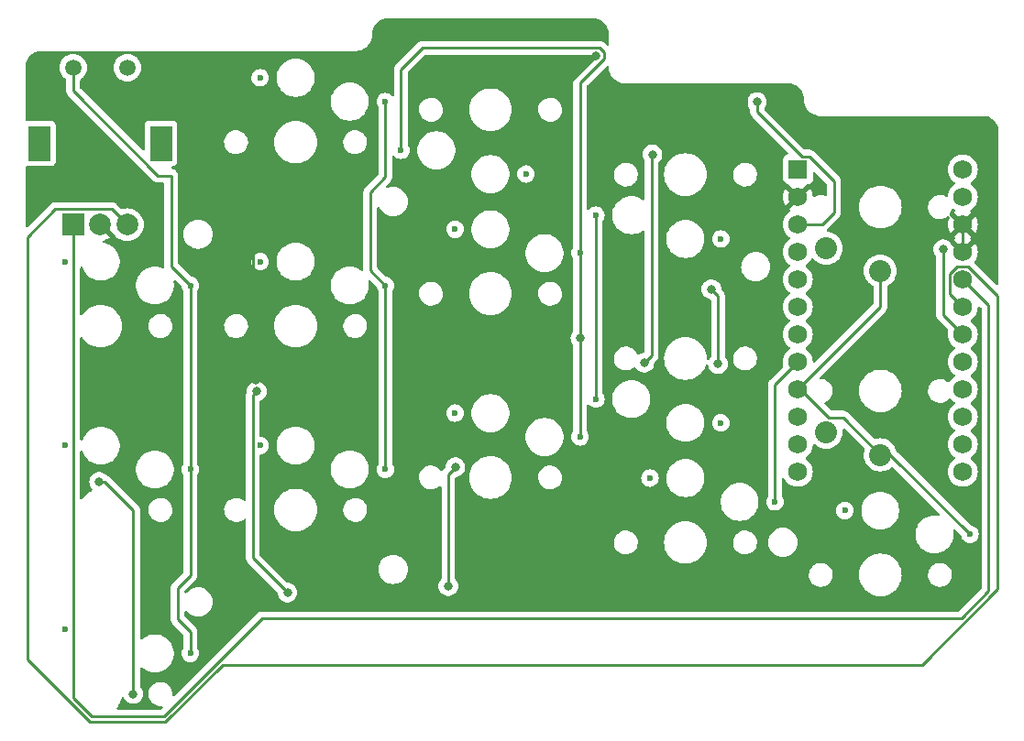
<source format=gbr>
%TF.GenerationSoftware,KiCad,Pcbnew,(7.0.0-0)*%
%TF.CreationDate,2023-02-22T17:50:19+08:00*%
%TF.ProjectId,left,6c656674-2e6b-4696-9361-645f70636258,v1.0.0*%
%TF.SameCoordinates,Original*%
%TF.FileFunction,Copper,L1,Top*%
%TF.FilePolarity,Positive*%
%FSLAX46Y46*%
G04 Gerber Fmt 4.6, Leading zero omitted, Abs format (unit mm)*
G04 Created by KiCad (PCBNEW (7.0.0-0)) date 2023-02-22 17:50:19*
%MOMM*%
%LPD*%
G01*
G04 APERTURE LIST*
%TA.AperFunction,ComponentPad*%
%ADD10C,0.600000*%
%TD*%
%TA.AperFunction,ComponentPad*%
%ADD11C,2.032000*%
%TD*%
%TA.AperFunction,ComponentPad*%
%ADD12R,2.000000X2.000000*%
%TD*%
%TA.AperFunction,ComponentPad*%
%ADD13C,2.000000*%
%TD*%
%TA.AperFunction,ComponentPad*%
%ADD14C,1.500000*%
%TD*%
%TA.AperFunction,ComponentPad*%
%ADD15R,2.000000X3.200000*%
%TD*%
%TA.AperFunction,ComponentPad*%
%ADD16R,1.752600X1.752600*%
%TD*%
%TA.AperFunction,ComponentPad*%
%ADD17C,1.752600*%
%TD*%
%TA.AperFunction,ViaPad*%
%ADD18C,0.800000*%
%TD*%
%TA.AperFunction,Conductor*%
%ADD19C,0.250000*%
%TD*%
G04 APERTURE END LIST*
D10*
%TO.P,S1,3*%
%TO.N,C0R0D*%
X-3275000Y39950000D03*
%TO.P,S1,4*%
%TO.N,C0*%
X8275000Y37750000D03*
%TD*%
%TO.P,S2,3*%
%TO.N,C0R1D*%
X-3275000Y22950000D03*
%TO.P,S2,4*%
%TO.N,C0*%
X8275000Y20750000D03*
%TD*%
%TO.P,S3,3*%
%TO.N,C0R2D*%
X-3275000Y5950000D03*
%TO.P,S3,4*%
%TO.N,C0*%
X8275000Y3750000D03*
%TD*%
%TO.P,S4,3*%
%TO.N,C1R0D*%
X14725000Y56950000D03*
%TO.P,S4,4*%
%TO.N,C1*%
X26275000Y54750000D03*
%TD*%
%TO.P,S5,3*%
%TO.N,C1R1D*%
X14725000Y39950000D03*
%TO.P,S5,4*%
%TO.N,C1*%
X26275000Y37750000D03*
%TD*%
%TO.P,S6,3*%
%TO.N,C1R2D*%
X14725000Y22950000D03*
%TO.P,S6,4*%
%TO.N,C1*%
X26275000Y20750000D03*
%TD*%
%TO.P,S7,3*%
%TO.N,C2R0D*%
X39275000Y48050000D03*
%TO.P,S7,4*%
%TO.N,C2*%
X27725000Y50250000D03*
%TD*%
%TO.P,S8,3*%
%TO.N,C2R1D*%
X32725000Y42950000D03*
%TO.P,S8,4*%
%TO.N,C2*%
X44275000Y40750000D03*
%TD*%
%TO.P,S9,3*%
%TO.N,C2R2D*%
X32725000Y25950000D03*
%TO.P,S9,4*%
%TO.N,C2*%
X44275000Y23750000D03*
%TD*%
%TO.P,S10,3*%
%TO.N,C3R0D*%
X57275000Y42050000D03*
%TO.P,S10,4*%
%TO.N,C3*%
X45725000Y44250000D03*
%TD*%
%TO.P,S11,3*%
%TO.N,C3R1D*%
X57275000Y25050000D03*
%TO.P,S11,4*%
%TO.N,C3*%
X45725000Y27250000D03*
%TD*%
%TO.P,S12,3*%
%TO.N,C3R2D*%
X50725000Y19950000D03*
%TO.P,S12,4*%
%TO.N,C3*%
X62275000Y17750000D03*
%TD*%
D11*
%TO.P,S13,1*%
%TO.N,C4R0D*%
X67000000Y41200000D03*
%TO.P,S13,2*%
%TO.N,C4*%
X72000000Y39100000D03*
%TD*%
%TO.P,S14,1*%
%TO.N,C4R1D*%
X67000000Y24200000D03*
%TO.P,S14,2*%
%TO.N,C4*%
X72000000Y22100000D03*
%TD*%
D10*
%TO.P,S15,3*%
%TO.N,C4R2D*%
X68725000Y16950000D03*
%TO.P,S15,4*%
%TO.N,C4*%
X80275000Y14750000D03*
%TD*%
D12*
%TO.P,ROT1,A*%
%TO.N,P2*%
X-2539999Y43379999D03*
D13*
%TO.P,ROT1,C*%
%TO.N,GND*%
X-40000Y43380000D03*
%TO.P,ROT1,B*%
%TO.N,P3*%
X2460000Y43380000D03*
D14*
%TO.P,ROT1,1*%
%TO.N,C0*%
X-2540000Y57880000D03*
%TO.P,ROT1,2*%
%TO.N,C0R3D*%
X2460000Y57880000D03*
D15*
%TO.P,ROT1,*%
%TO.N,*%
X-5639999Y50879999D03*
X5559999Y50879999D03*
%TD*%
D16*
%TO.P,MCU1,1*%
%TO.N,RAW*%
X64379999Y48469999D03*
D17*
%TO.P,MCU1,2*%
%TO.N,GND*%
X64380000Y45930000D03*
%TO.P,MCU1,3*%
%TO.N,RST*%
X64380000Y43390000D03*
%TO.P,MCU1,4*%
%TO.N,VCC*%
X64380000Y40850000D03*
%TO.P,MCU1,5*%
%TO.N,C0*%
X64380000Y38310000D03*
%TO.P,MCU1,6*%
%TO.N,C1*%
X64380000Y35770000D03*
%TO.P,MCU1,7*%
%TO.N,C2*%
X64380000Y33230000D03*
%TO.P,MCU1,8*%
%TO.N,C3*%
X64380000Y30690000D03*
%TO.P,MCU1,9*%
%TO.N,C4*%
X64380000Y28150000D03*
%TO.P,MCU1,10*%
%TO.N,C5*%
X64380000Y25610000D03*
%TO.P,MCU1,11*%
%TO.N,C6*%
X64380000Y23070000D03*
%TO.P,MCU1,12*%
%TO.N,P10*%
X64380000Y20530000D03*
%TO.P,MCU1,13*%
%TO.N,P1*%
X79620000Y48470000D03*
%TO.P,MCU1,14*%
%TO.N,P0*%
X79620000Y45930000D03*
%TO.P,MCU1,15*%
%TO.N,GND*%
X79620000Y43390000D03*
%TO.P,MCU1,16*%
X79620000Y40850000D03*
%TO.P,MCU1,17*%
%TO.N,P2*%
X79620000Y38310000D03*
%TO.P,MCU1,18*%
%TO.N,P3*%
X79620000Y35770000D03*
%TO.P,MCU1,19*%
%TO.N,R0*%
X79620000Y33230000D03*
%TO.P,MCU1,20*%
%TO.N,R1*%
X79620000Y30690000D03*
%TO.P,MCU1,21*%
%TO.N,R2*%
X79620000Y28150000D03*
%TO.P,MCU1,22*%
%TO.N,R3*%
X79620000Y25610000D03*
%TO.P,MCU1,23*%
%TO.N,P8*%
X79620000Y23070000D03*
%TO.P,MCU1,24*%
%TO.N,P9*%
X79620000Y20530000D03*
%TD*%
D18*
%TO.N,R0*%
X77800000Y41100000D03*
%TO.N,R1*%
X-150000Y19600000D03*
X56400000Y37400000D03*
X57000000Y30500000D03*
X3000000Y0D03*
%TO.N,R2*%
X32750000Y20950000D03*
X32100000Y9950000D03*
%TO.N,C2*%
X44300000Y32900000D03*
%TO.N,GND*%
X14350000Y29000000D03*
X42800000Y30250000D03*
X45750000Y59000000D03*
X59600000Y55500000D03*
X8400000Y47100000D03*
%TO.N,RAW*%
X50950000Y49850000D03*
X50200000Y30600000D03*
%TO.N,BSLI*%
X17250000Y9350000D03*
X14400000Y27950000D03*
%TO.N,RST*%
X60600000Y54700000D03*
%TD*%
D19*
%TO.N,C0*%
X7100000Y9800000D02*
X7100000Y6900000D01*
X6500000Y47900000D02*
X5290000Y47900000D01*
X7100000Y6900000D02*
X8275000Y5725000D01*
X8275000Y37750000D02*
X6500000Y39525000D01*
X5290000Y47900000D02*
X-2540000Y55730000D01*
X8275000Y20750000D02*
X8275000Y37750000D01*
X8275000Y10975000D02*
X7100000Y9800000D01*
X6500000Y39525000D02*
X6500000Y47900000D01*
X-2540000Y55730000D02*
X-2540000Y57880000D01*
X8275000Y20750000D02*
X8275000Y10975000D01*
X8275000Y5725000D02*
X8275000Y3750000D01*
%TO.N,R0*%
X77800000Y35050000D02*
X79620000Y33230000D01*
X77800000Y41100000D02*
X77800000Y35050000D01*
%TO.N,R1*%
X354999Y19600000D02*
X3000000Y16954999D01*
X57000000Y36800000D02*
X56400000Y37400000D01*
X-150000Y19600000D02*
X354999Y19600000D01*
X57000000Y30500000D02*
X57000000Y36800000D01*
X3000000Y16954999D02*
X3000000Y0D01*
%TO.N,R2*%
X32100000Y20300000D02*
X32100000Y9950000D01*
X32750000Y20950000D02*
X32100000Y20300000D01*
%TO.N,C1*%
X26275000Y37750000D02*
X26275000Y20750000D01*
X24900000Y39125000D02*
X26275000Y37750000D01*
X26275000Y54750000D02*
X26275000Y47775000D01*
X24900000Y46400000D02*
X24900000Y39125000D01*
X26275000Y47775000D02*
X24900000Y46400000D01*
%TO.N,C2*%
X29725000Y59725000D02*
X27725000Y57725000D01*
X27725000Y57725000D02*
X27725000Y50250000D01*
X44275000Y32875000D02*
X44300000Y32900000D01*
X44275000Y56499695D02*
X46475000Y58699695D01*
X44300000Y32900000D02*
X44275000Y32925000D01*
X44275000Y40750000D02*
X44275000Y56499695D01*
X46050305Y59725000D02*
X29725000Y59725000D01*
X44275000Y23750000D02*
X44275000Y32875000D01*
X44275000Y32925000D02*
X44275000Y40750000D01*
X46475000Y59300305D02*
X46050305Y59725000D01*
X46475000Y58699695D02*
X46475000Y59300305D01*
%TO.N,C3*%
X62275000Y28585000D02*
X64380000Y30690000D01*
X62275000Y17750000D02*
X62275000Y28585000D01*
X45725000Y44250000D02*
X45725000Y27250000D01*
%TO.N,C4*%
X72925000Y22100000D02*
X72000000Y22100000D01*
X67225316Y25541000D02*
X68559000Y25541000D01*
X68559000Y25541000D02*
X72000000Y22100000D01*
X72000000Y39100000D02*
X72000000Y35770000D01*
X80275000Y14750000D02*
X72925000Y22100000D01*
X72000000Y35770000D02*
X64380000Y28150000D01*
X64380000Y28150000D02*
X64616316Y28150000D01*
X64616316Y28150000D02*
X67225316Y25541000D01*
%TO.N,P2*%
X82000000Y9500000D02*
X82000000Y35930000D01*
X79475000Y6975000D02*
X82000000Y9500000D01*
X5810500Y-2089500D02*
X14875000Y6975000D01*
X-2540000Y43380000D02*
X-2540000Y-414999D01*
X82000000Y35930000D02*
X79620000Y38310000D01*
X-2540000Y-414999D02*
X-865499Y-2089500D01*
X14875000Y6975000D02*
X79475000Y6975000D01*
X-865499Y-2089500D02*
X5810500Y-2089500D01*
%TO.N,P3*%
X82800000Y9663604D02*
X75836396Y2700000D01*
X78418700Y38807595D02*
X79122405Y39511300D01*
X79620000Y35770000D02*
X78418700Y36971300D01*
X82800000Y36828895D02*
X82800000Y9663604D01*
X-6800000Y3208605D02*
X-6800000Y42200000D01*
X1040000Y44800000D02*
X2460000Y43380000D01*
X78418700Y36971300D02*
X78418700Y38807595D01*
X-991395Y-2600000D02*
X-6800000Y3208605D01*
X-4200000Y44800000D02*
X1040000Y44800000D01*
X80117595Y39511300D02*
X82800000Y36828895D01*
X75836396Y2700000D02*
X11236396Y2700000D01*
X-6800000Y42200000D02*
X-4200000Y44800000D01*
X5936396Y-2600000D02*
X-991395Y-2600000D01*
X11236396Y2700000D02*
X5936396Y-2600000D01*
X79122405Y39511300D02*
X80117595Y39511300D01*
%TO.N,GND*%
X14100000Y29250000D02*
X14100000Y41350000D01*
X64380000Y45930000D02*
X59600000Y50710000D01*
X45750000Y59000000D02*
X42875000Y56125000D01*
X14350000Y29000000D02*
X14100000Y29250000D01*
X42875000Y30275000D02*
X42850000Y30250000D01*
X59600000Y50710000D02*
X59600000Y55500000D01*
X79620000Y43390000D02*
X79620000Y40850000D01*
X42875000Y56125000D02*
X42875000Y30275000D01*
X14100000Y41350000D02*
X8400000Y47050000D01*
%TO.N,RAW*%
X50875000Y31275000D02*
X50875000Y49825000D01*
X50200000Y30600000D02*
X50875000Y31275000D01*
X50875000Y49825000D02*
X50900000Y49850000D01*
%TO.N,BSLI*%
X14050000Y27600000D02*
X14050000Y12550000D01*
X14050000Y12550000D02*
X17250000Y9350000D01*
X14400000Y27950000D02*
X14050000Y27600000D01*
%TO.N,RST*%
X67725900Y44492216D02*
X66623684Y43390000D01*
X66623684Y43390000D02*
X64380000Y43390000D01*
X64742735Y49671300D02*
X65428700Y49671300D01*
X67725900Y47374100D02*
X67725900Y44492216D01*
X60600000Y54700000D02*
X60600000Y53814035D01*
X60600000Y53814035D02*
X64742735Y49671300D01*
X65428700Y49671300D02*
X67725900Y47374100D01*
%TD*%
%TA.AperFunction,Conductor*%
%TO.N,GND*%
G36*
X45514854Y62424118D02*
G01*
X45721549Y62407850D01*
X45740767Y62404806D01*
X45937618Y62357546D01*
X45956123Y62351533D01*
X46143152Y62274064D01*
X46160490Y62265230D01*
X46333099Y62159455D01*
X46348841Y62148018D01*
X46502782Y62016540D01*
X46516540Y62002782D01*
X46648018Y61848841D01*
X46659455Y61833099D01*
X46765230Y61660490D01*
X46774064Y61643152D01*
X46851533Y61456123D01*
X46857546Y61437618D01*
X46904806Y61240767D01*
X46907850Y61221549D01*
X46924118Y61014854D01*
X46924500Y61005125D01*
X46924500Y60046071D01*
X46910985Y59989776D01*
X46873385Y59945753D01*
X46819898Y59923598D01*
X46762182Y59928140D01*
X46712821Y59958387D01*
X46553981Y60117227D01*
X46546407Y60125552D01*
X46542305Y60132018D01*
X46492601Y60178691D01*
X46489900Y60181308D01*
X46470075Y60201135D01*
X46466818Y60203660D01*
X46457929Y60211251D01*
X46425626Y60241586D01*
X46407730Y60251423D01*
X46391482Y60262096D01*
X46375346Y60274614D01*
X46334669Y60292215D01*
X46324189Y60297350D01*
X46306551Y60307047D01*
X46285365Y60318695D01*
X46265578Y60323774D01*
X46247190Y60330070D01*
X46228450Y60338181D01*
X46184681Y60345112D01*
X46173247Y60347481D01*
X46130335Y60358500D01*
X46122534Y60358500D01*
X46109920Y60358500D01*
X46090522Y60360027D01*
X46090277Y60360065D01*
X46070362Y60363220D01*
X46032545Y60359645D01*
X46026247Y60359050D01*
X46014578Y60358500D01*
X29803846Y60358500D01*
X29792562Y60359031D01*
X29785091Y60360702D01*
X29716983Y60358561D01*
X29713087Y60358500D01*
X29685144Y60358500D01*
X29681041Y60357981D01*
X29669390Y60357064D01*
X29625110Y60355673D01*
X29617622Y60353497D01*
X29617619Y60353497D01*
X29610385Y60351394D01*
X29605513Y60349979D01*
X29586452Y60346031D01*
X29566203Y60343474D01*
X29558952Y60340603D01*
X29525005Y60327162D01*
X29513949Y60323377D01*
X29471407Y60311018D01*
X29453824Y60300619D01*
X29436371Y60292070D01*
X29417383Y60284552D01*
X29381530Y60258503D01*
X29371779Y60252098D01*
X29333638Y60229542D01*
X29328120Y60224024D01*
X29319203Y60215107D01*
X29304407Y60202470D01*
X29287893Y60190472D01*
X29282920Y60184460D01*
X29282916Y60184457D01*
X29259643Y60156325D01*
X29251781Y60147685D01*
X27332792Y58228697D01*
X27324444Y58221100D01*
X27317982Y58217000D01*
X27312642Y58211314D01*
X27312640Y58211312D01*
X27271340Y58167331D01*
X27268629Y58164534D01*
X27248865Y58144770D01*
X27246474Y58141689D01*
X27246473Y58141687D01*
X27246317Y58141486D01*
X27238746Y58132624D01*
X27213754Y58106009D01*
X27213749Y58106003D01*
X27208414Y58100321D01*
X27204658Y58093488D01*
X27204653Y58093482D01*
X27198576Y58082429D01*
X27187899Y58066174D01*
X27180170Y58056209D01*
X27175386Y58050041D01*
X27160160Y58014854D01*
X27157789Y58009376D01*
X27152649Y57998885D01*
X27131305Y57960060D01*
X27129365Y57952504D01*
X27126228Y57940286D01*
X27119926Y57921881D01*
X27114918Y57910309D01*
X27114915Y57910301D01*
X27111819Y57903145D01*
X27110598Y57895440D01*
X27110598Y57895438D01*
X27104887Y57859381D01*
X27102521Y57847955D01*
X27091500Y57805030D01*
X27091500Y57797228D01*
X27091500Y57784615D01*
X27089973Y57765217D01*
X27086780Y57745057D01*
X27087514Y57737291D01*
X27087514Y57737288D01*
X27090950Y57700942D01*
X27091500Y57689273D01*
X27091500Y55376254D01*
X27077985Y55319959D01*
X27040385Y55275936D01*
X26986898Y55253781D01*
X26929182Y55258323D01*
X26879819Y55288573D01*
X26835272Y55333120D01*
X26782281Y55386111D01*
X26628015Y55483043D01*
X26456047Y55543217D01*
X26275000Y55563616D01*
X26093953Y55543217D01*
X25921985Y55483043D01*
X25767719Y55386111D01*
X25638889Y55257281D01*
X25635181Y55251380D01*
X25622550Y55231277D01*
X25541957Y55103015D01*
X25539659Y55096449D01*
X25539658Y55096446D01*
X25484083Y54937621D01*
X25481783Y54931047D01*
X25481003Y54924130D01*
X25481002Y54924123D01*
X25462164Y54756923D01*
X25461384Y54750000D01*
X25462164Y54743077D01*
X25481002Y54575876D01*
X25481003Y54575867D01*
X25481783Y54568953D01*
X25484081Y54562383D01*
X25484083Y54562378D01*
X25539658Y54403553D01*
X25539660Y54403547D01*
X25541957Y54396985D01*
X25545656Y54391097D01*
X25545659Y54391092D01*
X25622494Y54268811D01*
X25641500Y54202839D01*
X25641500Y48088766D01*
X25632061Y48041313D01*
X25605181Y48001085D01*
X25056270Y47452175D01*
X24507792Y46903697D01*
X24499444Y46896100D01*
X24492982Y46892000D01*
X24487642Y46886314D01*
X24487640Y46886312D01*
X24446340Y46842331D01*
X24443629Y46839534D01*
X24423865Y46819770D01*
X24421474Y46816689D01*
X24421473Y46816687D01*
X24421317Y46816486D01*
X24413746Y46807624D01*
X24388754Y46781009D01*
X24388749Y46781003D01*
X24383414Y46775321D01*
X24379658Y46768488D01*
X24379653Y46768482D01*
X24373576Y46757429D01*
X24362899Y46741174D01*
X24355170Y46731209D01*
X24350386Y46725041D01*
X24339088Y46698933D01*
X24332789Y46684376D01*
X24327649Y46673884D01*
X24317061Y46654624D01*
X24306305Y46635060D01*
X24304365Y46627504D01*
X24301228Y46615286D01*
X24294926Y46596881D01*
X24289918Y46585309D01*
X24289915Y46585301D01*
X24286819Y46578145D01*
X24285598Y46570440D01*
X24285598Y46570438D01*
X24279887Y46534381D01*
X24277521Y46522955D01*
X24266500Y46480030D01*
X24266500Y46472228D01*
X24266500Y46459615D01*
X24264973Y46440217D01*
X24261780Y46420057D01*
X24262514Y46412291D01*
X24262514Y46412288D01*
X24265950Y46375942D01*
X24266500Y46364273D01*
X24266500Y39236462D01*
X24247494Y39170490D01*
X24196302Y39124742D01*
X24128617Y39113242D01*
X24065187Y39139515D01*
X24054773Y39147820D01*
X23988857Y39200386D01*
X23761643Y39331568D01*
X23517416Y39427420D01*
X23261630Y39485802D01*
X23065494Y39500500D01*
X22934506Y39500500D01*
X22738370Y39485802D01*
X22482584Y39427420D01*
X22238357Y39331568D01*
X22011143Y39200386D01*
X21806019Y39036805D01*
X21627567Y38844479D01*
X21479772Y38627704D01*
X21477756Y38623519D01*
X21477756Y38623518D01*
X21399735Y38461505D01*
X21365937Y38391323D01*
X21364573Y38386901D01*
X21364569Y38386891D01*
X21289971Y38145048D01*
X21288604Y38140615D01*
X21287913Y38136035D01*
X21287912Y38136028D01*
X21250190Y37885765D01*
X21250189Y37885754D01*
X21249500Y37881182D01*
X21249500Y37618818D01*
X21250189Y37614246D01*
X21250190Y37614234D01*
X21287912Y37363971D01*
X21287914Y37363961D01*
X21288604Y37359385D01*
X21289968Y37354959D01*
X21289971Y37354951D01*
X21364569Y37113108D01*
X21364574Y37113093D01*
X21365937Y37108677D01*
X21367944Y37104508D01*
X21367949Y37104497D01*
X21477756Y36876481D01*
X21477759Y36876474D01*
X21479772Y36872296D01*
X21482385Y36868463D01*
X21482387Y36868460D01*
X21574863Y36732823D01*
X21627567Y36655521D01*
X21630713Y36652129D01*
X21630719Y36652123D01*
X21802863Y36466596D01*
X21806019Y36463195D01*
X21809641Y36460306D01*
X21809646Y36460302D01*
X22007516Y36302506D01*
X22007519Y36302503D01*
X22011143Y36299614D01*
X22015159Y36297295D01*
X22015161Y36297294D01*
X22234335Y36170753D01*
X22234346Y36170747D01*
X22238357Y36168432D01*
X22242670Y36166739D01*
X22242681Y36166734D01*
X22478261Y36074276D01*
X22478268Y36074273D01*
X22482584Y36072580D01*
X22487102Y36071548D01*
X22487108Y36071547D01*
X22733850Y36015229D01*
X22733858Y36015227D01*
X22738370Y36014198D01*
X22742989Y36013851D01*
X22742995Y36013851D01*
X22932191Y35999673D01*
X22932203Y35999672D01*
X22934506Y35999500D01*
X23063177Y35999500D01*
X23065494Y35999500D01*
X23067797Y35999672D01*
X23067808Y35999673D01*
X23257004Y36013851D01*
X23257008Y36013851D01*
X23261630Y36014198D01*
X23266143Y36015228D01*
X23266149Y36015229D01*
X23512891Y36071547D01*
X23512893Y36071547D01*
X23517416Y36072580D01*
X23521734Y36074275D01*
X23521738Y36074276D01*
X23757318Y36166734D01*
X23757324Y36166737D01*
X23761643Y36168432D01*
X23765658Y36170750D01*
X23765664Y36170753D01*
X23955357Y36280273D01*
X23988857Y36299614D01*
X24193981Y36463195D01*
X24372433Y36655521D01*
X24520228Y36872296D01*
X24634063Y37108677D01*
X24644900Y37143808D01*
X24688305Y37284527D01*
X24711396Y37359385D01*
X24750500Y37618818D01*
X24750500Y37881182D01*
X24718384Y38094252D01*
X24724583Y38155433D01*
X24759414Y38206114D01*
X24814311Y38233827D01*
X24875772Y38231758D01*
X24928680Y38200414D01*
X25441151Y37687943D01*
X25465190Y37654065D01*
X25476690Y37614148D01*
X25481003Y37575868D01*
X25481004Y37575861D01*
X25481783Y37568953D01*
X25484080Y37562386D01*
X25484081Y37562385D01*
X25539658Y37403553D01*
X25539660Y37403547D01*
X25541957Y37396985D01*
X25545656Y37391097D01*
X25545659Y37391092D01*
X25622494Y37268811D01*
X25641500Y37202839D01*
X25641500Y21297161D01*
X25622494Y21231189D01*
X25565151Y21139928D01*
X25541957Y21103015D01*
X25539659Y21096449D01*
X25539658Y21096446D01*
X25491089Y20957642D01*
X25481783Y20931047D01*
X25481003Y20924130D01*
X25481002Y20924123D01*
X25466548Y20795836D01*
X25461384Y20750000D01*
X25462164Y20743077D01*
X25481002Y20575876D01*
X25481003Y20575867D01*
X25481783Y20568953D01*
X25484081Y20562383D01*
X25484083Y20562378D01*
X25539658Y20403553D01*
X25539660Y20403547D01*
X25541957Y20396985D01*
X25545656Y20391097D01*
X25545659Y20391092D01*
X25635181Y20248619D01*
X25635184Y20248614D01*
X25638889Y20242719D01*
X25643813Y20237794D01*
X25643817Y20237790D01*
X25762790Y20118817D01*
X25762794Y20118813D01*
X25767719Y20113889D01*
X25773614Y20110184D01*
X25773619Y20110181D01*
X25916092Y20020659D01*
X25916097Y20020656D01*
X25921985Y20016957D01*
X25928547Y20014660D01*
X25928553Y20014658D01*
X26087378Y19959083D01*
X26087383Y19959081D01*
X26093953Y19956783D01*
X26100867Y19956003D01*
X26100876Y19956002D01*
X26268077Y19937164D01*
X26275000Y19936384D01*
X26281923Y19937164D01*
X26449123Y19956002D01*
X26449130Y19956003D01*
X26456047Y19956783D01*
X26462618Y19959082D01*
X26462621Y19959083D01*
X26621446Y20014658D01*
X26621449Y20014659D01*
X26628015Y20016957D01*
X26668005Y20042084D01*
X26684813Y20052645D01*
X29394843Y20052645D01*
X29395123Y20046760D01*
X29395123Y20046753D01*
X29404571Y19848438D01*
X29404852Y19842541D01*
X29406243Y19836803D01*
X29406244Y19836803D01*
X29450222Y19655521D01*
X29454442Y19638129D01*
X29456893Y19632760D01*
X29456897Y19632751D01*
X29539363Y19452175D01*
X29539367Y19452166D01*
X29541821Y19446795D01*
X29545247Y19441983D01*
X29545251Y19441977D01*
X29660400Y19280273D01*
X29660404Y19280267D01*
X29663831Y19275456D01*
X29668104Y19271381D01*
X29668109Y19271376D01*
X29799554Y19146044D01*
X29816063Y19130303D01*
X29821026Y19127113D01*
X29821028Y19127112D01*
X29988043Y19019778D01*
X29988048Y19019775D01*
X29993014Y19016584D01*
X29998498Y19014388D01*
X29998501Y19014387D01*
X30182799Y18940604D01*
X30182803Y18940602D01*
X30188288Y18938407D01*
X30194088Y18937289D01*
X30194092Y18937288D01*
X30389031Y18899717D01*
X30389035Y18899716D01*
X30394829Y18898600D01*
X30549514Y18898600D01*
X30552468Y18898600D01*
X30555397Y18898879D01*
X30555403Y18898880D01*
X30703508Y18913022D01*
X30703512Y18913022D01*
X30709389Y18913584D01*
X30715058Y18915248D01*
X30715060Y18915249D01*
X30905545Y18971180D01*
X30905548Y18971181D01*
X30911211Y18972844D01*
X30962916Y18999500D01*
X31092920Y19066522D01*
X31092923Y19066524D01*
X31098170Y19069229D01*
X31263510Y19199253D01*
X31264402Y19198117D01*
X31306439Y19222653D01*
X31363649Y19226195D01*
X31416339Y19203630D01*
X31453252Y19159779D01*
X31466500Y19104012D01*
X31466500Y10651757D01*
X31458264Y10607319D01*
X31434650Y10568785D01*
X31360960Y10486944D01*
X31357712Y10481318D01*
X31357711Y10481317D01*
X31289593Y10363333D01*
X31265473Y10321556D01*
X31263466Y10315379D01*
X31263465Y10315377D01*
X31208465Y10146107D01*
X31208463Y10146100D01*
X31206458Y10139928D01*
X31205779Y10133475D01*
X31205778Y10133467D01*
X31193263Y10014387D01*
X31186496Y9950000D01*
X31187175Y9943540D01*
X31205778Y9766532D01*
X31205780Y9766522D01*
X31206458Y9760072D01*
X31208463Y9753901D01*
X31208465Y9753892D01*
X31263465Y9584622D01*
X31263467Y9584616D01*
X31265473Y9578444D01*
X31268718Y9572822D01*
X31268721Y9572817D01*
X31357711Y9418682D01*
X31357714Y9418676D01*
X31360960Y9413056D01*
X31365306Y9408228D01*
X31365307Y9408228D01*
X31484400Y9275961D01*
X31484403Y9275957D01*
X31488747Y9271134D01*
X31493991Y9267323D01*
X31494000Y9267316D01*
X31637993Y9162699D01*
X31637999Y9162695D01*
X31643248Y9158882D01*
X31649174Y9156243D01*
X31649182Y9156239D01*
X31811773Y9083849D01*
X31811782Y9083845D01*
X31817712Y9081206D01*
X31824061Y9079856D01*
X31824072Y9079853D01*
X31998150Y9042852D01*
X31998154Y9042851D01*
X32004513Y9041500D01*
X32188984Y9041500D01*
X32195487Y9041500D01*
X32201846Y9042851D01*
X32201849Y9042852D01*
X32375927Y9079853D01*
X32375935Y9079855D01*
X32382288Y9081206D01*
X32388219Y9083846D01*
X32388226Y9083849D01*
X32550817Y9156239D01*
X32550821Y9156241D01*
X32556752Y9158882D01*
X32562006Y9162699D01*
X32705999Y9267316D01*
X32706003Y9267319D01*
X32711253Y9271134D01*
X32839040Y9413056D01*
X32934527Y9578444D01*
X32993542Y9760072D01*
X33013504Y9950000D01*
X32993542Y10139928D01*
X32934527Y10321556D01*
X32839040Y10486944D01*
X32765349Y10568785D01*
X32741736Y10607319D01*
X32733500Y10651757D01*
X32733500Y11052645D01*
X65394843Y11052645D01*
X65395123Y11046760D01*
X65395123Y11046753D01*
X65404571Y10848438D01*
X65404852Y10842541D01*
X65406243Y10836803D01*
X65406244Y10836803D01*
X65451135Y10651757D01*
X65454442Y10638129D01*
X65456893Y10632760D01*
X65456897Y10632751D01*
X65539363Y10452175D01*
X65539367Y10452166D01*
X65541821Y10446795D01*
X65545247Y10441983D01*
X65545251Y10441977D01*
X65660400Y10280273D01*
X65660404Y10280267D01*
X65663831Y10275456D01*
X65668104Y10271381D01*
X65668109Y10271376D01*
X65811791Y10134376D01*
X65816063Y10130303D01*
X65821026Y10127113D01*
X65821028Y10127112D01*
X65988043Y10019778D01*
X65988048Y10019775D01*
X65993014Y10016584D01*
X65998498Y10014388D01*
X65998501Y10014387D01*
X66182799Y9940604D01*
X66182803Y9940602D01*
X66188288Y9938407D01*
X66194088Y9937289D01*
X66194092Y9937288D01*
X66389031Y9899717D01*
X66389035Y9899716D01*
X66394829Y9898600D01*
X66549514Y9898600D01*
X66552468Y9898600D01*
X66555397Y9898879D01*
X66555403Y9898880D01*
X66703508Y9913022D01*
X66703512Y9913022D01*
X66709389Y9913584D01*
X66715058Y9915248D01*
X66715060Y9915249D01*
X66905545Y9971180D01*
X66905548Y9971181D01*
X66911211Y9972844D01*
X66916460Y9975550D01*
X67092920Y10066522D01*
X67092923Y10066524D01*
X67098170Y10069229D01*
X67219273Y10164465D01*
X67258864Y10195599D01*
X67258866Y10195601D01*
X67263510Y10199253D01*
X67369486Y10321556D01*
X67397388Y10353756D01*
X67397388Y10353757D01*
X67401255Y10358219D01*
X67506426Y10540381D01*
X67575222Y10739154D01*
X67605157Y10947355D01*
X67602649Y11000000D01*
X70029981Y11000000D01*
X70030297Y10995582D01*
X70049716Y10724059D01*
X70049717Y10724048D01*
X70050033Y10719637D01*
X70050973Y10715314D01*
X70050975Y10715303D01*
X70106862Y10458399D01*
X70109781Y10444982D01*
X70111323Y10440845D01*
X70111326Y10440838D01*
X70206460Y10185773D01*
X70206464Y10185762D01*
X70208008Y10181625D01*
X70210125Y10177747D01*
X70210131Y10177735D01*
X70340588Y9938821D01*
X70340592Y9938813D01*
X70342715Y9934927D01*
X70345372Y9931377D01*
X70345375Y9931373D01*
X70508500Y9713463D01*
X70508505Y9713456D01*
X70511159Y9709912D01*
X70514289Y9706781D01*
X70514296Y9706774D01*
X70706774Y9514296D01*
X70706781Y9514289D01*
X70709912Y9511159D01*
X70713456Y9508505D01*
X70713463Y9508500D01*
X70931373Y9345375D01*
X70931377Y9345372D01*
X70934927Y9342715D01*
X70938813Y9340592D01*
X70938821Y9340588D01*
X71177735Y9210131D01*
X71177747Y9210125D01*
X71181625Y9208008D01*
X71185762Y9206464D01*
X71185773Y9206460D01*
X71440838Y9111326D01*
X71440845Y9111323D01*
X71444982Y9109781D01*
X71449305Y9108840D01*
X71449307Y9108840D01*
X71715303Y9050975D01*
X71715314Y9050973D01*
X71719637Y9050033D01*
X71724048Y9049717D01*
X71724059Y9049716D01*
X71927614Y9035158D01*
X71927617Y9035157D01*
X71929825Y9035000D01*
X72067960Y9035000D01*
X72070175Y9035000D01*
X72072383Y9035157D01*
X72072385Y9035158D01*
X72275940Y9049716D01*
X72275949Y9049717D01*
X72280363Y9050033D01*
X72284687Y9050973D01*
X72284696Y9050975D01*
X72550692Y9108840D01*
X72555018Y9109781D01*
X72559157Y9111325D01*
X72559161Y9111326D01*
X72814226Y9206460D01*
X72814232Y9206462D01*
X72818375Y9208008D01*
X72822257Y9210128D01*
X72822264Y9210131D01*
X73061178Y9340588D01*
X73061179Y9340589D01*
X73065073Y9342715D01*
X73290088Y9511159D01*
X73488841Y9709912D01*
X73657285Y9934927D01*
X73774113Y10148882D01*
X73789868Y10177735D01*
X73789868Y10177736D01*
X73791992Y10181625D01*
X73890219Y10444982D01*
X73949967Y10719637D01*
X73970019Y11000000D01*
X73966254Y11052645D01*
X76394843Y11052645D01*
X76395123Y11046760D01*
X76395123Y11046753D01*
X76404571Y10848438D01*
X76404852Y10842541D01*
X76406243Y10836803D01*
X76406244Y10836803D01*
X76451135Y10651757D01*
X76454442Y10638129D01*
X76456893Y10632760D01*
X76456897Y10632751D01*
X76539363Y10452175D01*
X76539367Y10452166D01*
X76541821Y10446795D01*
X76545247Y10441983D01*
X76545251Y10441977D01*
X76660400Y10280273D01*
X76660404Y10280267D01*
X76663831Y10275456D01*
X76668104Y10271381D01*
X76668109Y10271376D01*
X76811791Y10134376D01*
X76816063Y10130303D01*
X76821026Y10127113D01*
X76821028Y10127112D01*
X76988043Y10019778D01*
X76988048Y10019775D01*
X76993014Y10016584D01*
X76998498Y10014388D01*
X76998501Y10014387D01*
X77182799Y9940604D01*
X77182803Y9940602D01*
X77188288Y9938407D01*
X77194088Y9937289D01*
X77194092Y9937288D01*
X77389031Y9899717D01*
X77389035Y9899716D01*
X77394829Y9898600D01*
X77549514Y9898600D01*
X77552468Y9898600D01*
X77555397Y9898879D01*
X77555403Y9898880D01*
X77703508Y9913022D01*
X77703512Y9913022D01*
X77709389Y9913584D01*
X77715058Y9915248D01*
X77715060Y9915249D01*
X77905545Y9971180D01*
X77905548Y9971181D01*
X77911211Y9972844D01*
X77916460Y9975550D01*
X78092920Y10066522D01*
X78092923Y10066524D01*
X78098170Y10069229D01*
X78219273Y10164465D01*
X78258864Y10195599D01*
X78258866Y10195601D01*
X78263510Y10199253D01*
X78369486Y10321556D01*
X78397388Y10353756D01*
X78397388Y10353757D01*
X78401255Y10358219D01*
X78506426Y10540381D01*
X78575222Y10739154D01*
X78605157Y10947355D01*
X78595148Y11157459D01*
X78545558Y11361871D01*
X78458179Y11553205D01*
X78336169Y11724544D01*
X78183937Y11869697D01*
X78006986Y11983416D01*
X77811712Y12061593D01*
X77605171Y12101400D01*
X77447532Y12101400D01*
X77290611Y12086416D01*
X77088789Y12027156D01*
X76901830Y11930771D01*
X76736490Y11800747D01*
X76732621Y11796282D01*
X76670460Y11724544D01*
X76598745Y11641781D01*
X76493574Y11459619D01*
X76491641Y11454035D01*
X76491639Y11454030D01*
X76426709Y11266427D01*
X76426707Y11266421D01*
X76424778Y11260846D01*
X76423938Y11255007D01*
X76423937Y11255001D01*
X76395682Y11058484D01*
X76395681Y11058478D01*
X76394843Y11052645D01*
X73966254Y11052645D01*
X73949967Y11280363D01*
X73890219Y11555018D01*
X73791992Y11818375D01*
X73657285Y12065073D01*
X73488841Y12290088D01*
X73290088Y12488841D01*
X73065073Y12657285D01*
X72818375Y12791992D01*
X72555018Y12890219D01*
X72280363Y12949967D01*
X72070175Y12965000D01*
X71929825Y12965000D01*
X71719637Y12949967D01*
X71444982Y12890219D01*
X71181625Y12791992D01*
X71177736Y12789868D01*
X71177735Y12789868D01*
X71116768Y12756577D01*
X70934927Y12657285D01*
X70709912Y12488841D01*
X70511159Y12290088D01*
X70342715Y12065073D01*
X70340589Y12061179D01*
X70340588Y12061178D01*
X70210131Y11822264D01*
X70210128Y11822257D01*
X70208008Y11818375D01*
X70206462Y11814232D01*
X70206460Y11814226D01*
X70143806Y11646243D01*
X70109781Y11555018D01*
X70108840Y11550692D01*
X70050975Y11284696D01*
X70050973Y11284687D01*
X70050033Y11280363D01*
X70049717Y11275949D01*
X70049716Y11275940D01*
X70040821Y11151561D01*
X70029981Y11000000D01*
X67602649Y11000000D01*
X67595148Y11157459D01*
X67545558Y11361871D01*
X67458179Y11553205D01*
X67336169Y11724544D01*
X67183937Y11869697D01*
X67006986Y11983416D01*
X66811712Y12061593D01*
X66605171Y12101400D01*
X66447532Y12101400D01*
X66290611Y12086416D01*
X66088789Y12027156D01*
X65901830Y11930771D01*
X65736490Y11800747D01*
X65732621Y11796282D01*
X65670460Y11724544D01*
X65598745Y11641781D01*
X65493574Y11459619D01*
X65491641Y11454035D01*
X65491639Y11454030D01*
X65426709Y11266427D01*
X65426707Y11266421D01*
X65424778Y11260846D01*
X65423938Y11255007D01*
X65423937Y11255001D01*
X65395682Y11058484D01*
X65395681Y11058478D01*
X65394843Y11052645D01*
X32733500Y11052645D01*
X32733500Y14052645D01*
X47394843Y14052645D01*
X47395123Y14046760D01*
X47395123Y14046753D01*
X47403617Y13868460D01*
X47404852Y13842541D01*
X47406243Y13836803D01*
X47406244Y13836803D01*
X47450222Y13655521D01*
X47454442Y13638129D01*
X47456893Y13632760D01*
X47456897Y13632751D01*
X47539363Y13452175D01*
X47539367Y13452166D01*
X47541821Y13446795D01*
X47545247Y13441983D01*
X47545251Y13441977D01*
X47660400Y13280273D01*
X47660404Y13280267D01*
X47663831Y13275456D01*
X47668104Y13271381D01*
X47668109Y13271376D01*
X47773640Y13170753D01*
X47816063Y13130303D01*
X47821026Y13127113D01*
X47821028Y13127112D01*
X47988043Y13019778D01*
X47988048Y13019775D01*
X47993014Y13016584D01*
X47998498Y13014388D01*
X47998501Y13014387D01*
X48182799Y12940604D01*
X48182803Y12940602D01*
X48188288Y12938407D01*
X48194088Y12937289D01*
X48194092Y12937288D01*
X48389031Y12899717D01*
X48389035Y12899716D01*
X48394829Y12898600D01*
X48549514Y12898600D01*
X48552468Y12898600D01*
X48555397Y12898879D01*
X48555403Y12898880D01*
X48703508Y12913022D01*
X48703512Y12913022D01*
X48709389Y12913584D01*
X48715058Y12915248D01*
X48715060Y12915249D01*
X48905545Y12971180D01*
X48905548Y12971181D01*
X48911211Y12972844D01*
X48962916Y12999500D01*
X49092920Y13066522D01*
X49092923Y13066524D01*
X49098170Y13069229D01*
X49193723Y13144372D01*
X49258864Y13195599D01*
X49258866Y13195601D01*
X49263510Y13199253D01*
X49348463Y13297294D01*
X49397388Y13353756D01*
X49397388Y13353757D01*
X49401255Y13358219D01*
X49506426Y13540381D01*
X49575222Y13739154D01*
X49605157Y13947355D01*
X49602649Y14000000D01*
X52029981Y14000000D01*
X52030297Y13995582D01*
X52049716Y13724059D01*
X52049717Y13724048D01*
X52050033Y13719637D01*
X52050973Y13715314D01*
X52050975Y13715303D01*
X52090142Y13535260D01*
X52109781Y13444982D01*
X52111323Y13440845D01*
X52111326Y13440838D01*
X52206460Y13185773D01*
X52206464Y13185762D01*
X52208008Y13181625D01*
X52210125Y13177747D01*
X52210131Y13177735D01*
X52340588Y12938821D01*
X52340592Y12938813D01*
X52342715Y12934927D01*
X52345372Y12931377D01*
X52345375Y12931373D01*
X52508500Y12713463D01*
X52508505Y12713456D01*
X52511159Y12709912D01*
X52514289Y12706781D01*
X52514296Y12706774D01*
X52706774Y12514296D01*
X52706781Y12514289D01*
X52709912Y12511159D01*
X52713456Y12508505D01*
X52713463Y12508500D01*
X52931373Y12345375D01*
X52931377Y12345372D01*
X52934927Y12342715D01*
X52938813Y12340592D01*
X52938821Y12340588D01*
X53177735Y12210131D01*
X53177747Y12210125D01*
X53181625Y12208008D01*
X53185762Y12206464D01*
X53185773Y12206460D01*
X53440838Y12111326D01*
X53440845Y12111323D01*
X53444982Y12109781D01*
X53449305Y12108840D01*
X53449307Y12108840D01*
X53715303Y12050975D01*
X53715314Y12050973D01*
X53719637Y12050033D01*
X53724048Y12049717D01*
X53724059Y12049716D01*
X53927614Y12035158D01*
X53927617Y12035157D01*
X53929825Y12035000D01*
X54067960Y12035000D01*
X54070175Y12035000D01*
X54072383Y12035157D01*
X54072385Y12035158D01*
X54275940Y12049716D01*
X54275949Y12049717D01*
X54280363Y12050033D01*
X54284687Y12050973D01*
X54284696Y12050975D01*
X54550692Y12108840D01*
X54555018Y12109781D01*
X54559157Y12111325D01*
X54559161Y12111326D01*
X54814226Y12206460D01*
X54814232Y12206462D01*
X54818375Y12208008D01*
X54822257Y12210128D01*
X54822264Y12210131D01*
X55061178Y12340588D01*
X55061179Y12340589D01*
X55065073Y12342715D01*
X55290088Y12511159D01*
X55488841Y12709912D01*
X55657285Y12934927D01*
X55784788Y13168432D01*
X55789868Y13177735D01*
X55789868Y13177736D01*
X55791992Y13181625D01*
X55890219Y13444982D01*
X55949967Y13719637D01*
X55970019Y14000000D01*
X55966254Y14052645D01*
X58394843Y14052645D01*
X58395123Y14046760D01*
X58395123Y14046753D01*
X58403617Y13868460D01*
X58404852Y13842541D01*
X58406243Y13836803D01*
X58406244Y13836803D01*
X58450222Y13655521D01*
X58454442Y13638129D01*
X58456893Y13632760D01*
X58456897Y13632751D01*
X58539363Y13452175D01*
X58539367Y13452166D01*
X58541821Y13446795D01*
X58545247Y13441983D01*
X58545251Y13441977D01*
X58660400Y13280273D01*
X58660404Y13280267D01*
X58663831Y13275456D01*
X58668104Y13271381D01*
X58668109Y13271376D01*
X58773640Y13170753D01*
X58816063Y13130303D01*
X58821026Y13127113D01*
X58821028Y13127112D01*
X58988043Y13019778D01*
X58988048Y13019775D01*
X58993014Y13016584D01*
X58998498Y13014388D01*
X58998501Y13014387D01*
X59182799Y12940604D01*
X59182803Y12940602D01*
X59188288Y12938407D01*
X59194088Y12937289D01*
X59194092Y12937288D01*
X59389031Y12899717D01*
X59389035Y12899716D01*
X59394829Y12898600D01*
X59549514Y12898600D01*
X59552468Y12898600D01*
X59555397Y12898879D01*
X59555403Y12898880D01*
X59703508Y12913022D01*
X59703512Y12913022D01*
X59709389Y12913584D01*
X59715058Y12915248D01*
X59715060Y12915249D01*
X59905545Y12971180D01*
X59905548Y12971181D01*
X59911211Y12972844D01*
X59962916Y12999500D01*
X60092920Y13066522D01*
X60092923Y13066524D01*
X60098170Y13069229D01*
X60193723Y13144372D01*
X60258864Y13195599D01*
X60258866Y13195601D01*
X60263510Y13199253D01*
X60348463Y13297294D01*
X60397388Y13353756D01*
X60397388Y13353757D01*
X60401255Y13358219D01*
X60506426Y13540381D01*
X60575222Y13739154D01*
X60605157Y13947355D01*
X60602649Y14000000D01*
X61644341Y14000000D01*
X61644813Y13994605D01*
X61655849Y13868460D01*
X61664937Y13764592D01*
X61666335Y13759371D01*
X61666337Y13759365D01*
X61724694Y13541569D01*
X61724698Y13541557D01*
X61726097Y13536337D01*
X61728383Y13531432D01*
X61728386Y13531427D01*
X61823675Y13327081D01*
X61825965Y13322171D01*
X61829068Y13317740D01*
X61829073Y13317731D01*
X61958399Y13133034D01*
X61958400Y13133033D01*
X61961505Y13128599D01*
X61965328Y13124775D01*
X61965334Y13124769D01*
X62124769Y12965334D01*
X62124775Y12965328D01*
X62128599Y12961505D01*
X62133029Y12958402D01*
X62133034Y12958399D01*
X62317731Y12829073D01*
X62317738Y12829068D01*
X62322171Y12825965D01*
X62327077Y12823677D01*
X62327081Y12823675D01*
X62531427Y12728386D01*
X62531432Y12728383D01*
X62536337Y12726097D01*
X62541557Y12724698D01*
X62541569Y12724694D01*
X62759365Y12666337D01*
X62759371Y12666335D01*
X62764592Y12664937D01*
X62769977Y12664465D01*
X62769982Y12664465D01*
X62938335Y12649736D01*
X62938338Y12649735D01*
X62941034Y12649500D01*
X63056258Y12649500D01*
X63058966Y12649500D01*
X63061662Y12649735D01*
X63061664Y12649736D01*
X63230017Y12664465D01*
X63230020Y12664465D01*
X63235408Y12664937D01*
X63240630Y12666336D01*
X63240634Y12666337D01*
X63458430Y12724694D01*
X63458438Y12724697D01*
X63463663Y12726097D01*
X63677829Y12825965D01*
X63690823Y12835063D01*
X63828368Y12931373D01*
X63871401Y12961505D01*
X64038495Y13128599D01*
X64041601Y13133034D01*
X64170933Y13317740D01*
X64174035Y13322170D01*
X64273903Y13536337D01*
X64335063Y13764592D01*
X64355659Y14000000D01*
X64335063Y14235408D01*
X64273903Y14463663D01*
X64174035Y14677829D01*
X64038495Y14871401D01*
X63871401Y15038495D01*
X63677829Y15174035D01*
X63463663Y15273903D01*
X63235408Y15335063D01*
X63058966Y15350500D01*
X62941034Y15350500D01*
X62764592Y15335063D01*
X62536337Y15273903D01*
X62322171Y15174035D01*
X62128599Y15038495D01*
X61961505Y14871401D01*
X61958402Y14866970D01*
X61958399Y14866966D01*
X61829066Y14682259D01*
X61825965Y14677830D01*
X61823681Y14672933D01*
X61823678Y14672927D01*
X61767851Y14553205D01*
X61726097Y14463663D01*
X61724697Y14458438D01*
X61724694Y14458430D01*
X61675797Y14275940D01*
X61664937Y14235408D01*
X61664465Y14230020D01*
X61664465Y14230017D01*
X61649458Y14058484D01*
X61644341Y14000000D01*
X60602649Y14000000D01*
X60595148Y14157459D01*
X60545558Y14361871D01*
X60458179Y14553205D01*
X60336169Y14724544D01*
X60183937Y14869697D01*
X60006986Y14983416D01*
X59811712Y15061593D01*
X59605171Y15101400D01*
X59447532Y15101400D01*
X59290611Y15086416D01*
X59088789Y15027156D01*
X58901830Y14930771D01*
X58736490Y14800747D01*
X58732621Y14796282D01*
X58629982Y14677830D01*
X58598745Y14641781D01*
X58493574Y14459619D01*
X58491641Y14454035D01*
X58491639Y14454030D01*
X58426709Y14266427D01*
X58426707Y14266421D01*
X58424778Y14260846D01*
X58423938Y14255007D01*
X58423937Y14255001D01*
X58395682Y14058484D01*
X58395681Y14058478D01*
X58394843Y14052645D01*
X55966254Y14052645D01*
X55949967Y14280363D01*
X55890219Y14555018D01*
X55791992Y14818375D01*
X55657285Y15065073D01*
X55488841Y15290088D01*
X55290088Y15488841D01*
X55065073Y15657285D01*
X54818375Y15791992D01*
X54555018Y15890219D01*
X54280363Y15949967D01*
X54070175Y15965000D01*
X53929825Y15965000D01*
X53719637Y15949967D01*
X53444982Y15890219D01*
X53181625Y15791992D01*
X52934927Y15657285D01*
X52709912Y15488841D01*
X52511159Y15290088D01*
X52342715Y15065073D01*
X52340589Y15061179D01*
X52340588Y15061178D01*
X52210131Y14822264D01*
X52210128Y14822257D01*
X52208008Y14818375D01*
X52206462Y14814232D01*
X52206460Y14814226D01*
X52112526Y14562378D01*
X52109781Y14555018D01*
X52108840Y14550692D01*
X52050975Y14284696D01*
X52050973Y14284687D01*
X52050033Y14280363D01*
X52049717Y14275949D01*
X52049716Y14275940D01*
X52037861Y14110181D01*
X52029981Y14000000D01*
X49602649Y14000000D01*
X49595148Y14157459D01*
X49545558Y14361871D01*
X49458179Y14553205D01*
X49336169Y14724544D01*
X49183937Y14869697D01*
X49006986Y14983416D01*
X48811712Y15061593D01*
X48605171Y15101400D01*
X48447532Y15101400D01*
X48290611Y15086416D01*
X48088789Y15027156D01*
X47901830Y14930771D01*
X47736490Y14800747D01*
X47732621Y14796282D01*
X47629982Y14677830D01*
X47598745Y14641781D01*
X47493574Y14459619D01*
X47491641Y14454035D01*
X47491639Y14454030D01*
X47426709Y14266427D01*
X47426707Y14266421D01*
X47424778Y14260846D01*
X47423938Y14255007D01*
X47423937Y14255001D01*
X47395682Y14058484D01*
X47395681Y14058478D01*
X47394843Y14052645D01*
X32733500Y14052645D01*
X32733500Y17618818D01*
X57249500Y17618818D01*
X57250189Y17614246D01*
X57250190Y17614234D01*
X57287912Y17363971D01*
X57287914Y17363961D01*
X57288604Y17359385D01*
X57289968Y17354959D01*
X57289971Y17354951D01*
X57364569Y17113108D01*
X57364574Y17113093D01*
X57365937Y17108677D01*
X57367944Y17104508D01*
X57367949Y17104497D01*
X57477756Y16876481D01*
X57477759Y16876474D01*
X57479772Y16872296D01*
X57482385Y16868463D01*
X57482387Y16868460D01*
X57577528Y16728915D01*
X57627567Y16655521D01*
X57630713Y16652129D01*
X57630719Y16652123D01*
X57786000Y16484770D01*
X57806019Y16463195D01*
X57809641Y16460306D01*
X57809646Y16460302D01*
X58007516Y16302506D01*
X58007519Y16302503D01*
X58011143Y16299614D01*
X58015159Y16297295D01*
X58015161Y16297294D01*
X58234335Y16170753D01*
X58234346Y16170747D01*
X58238357Y16168432D01*
X58242670Y16166739D01*
X58242681Y16166734D01*
X58478261Y16074276D01*
X58478268Y16074273D01*
X58482584Y16072580D01*
X58487102Y16071548D01*
X58487108Y16071547D01*
X58733850Y16015229D01*
X58733858Y16015227D01*
X58738370Y16014198D01*
X58742989Y16013851D01*
X58742995Y16013851D01*
X58932191Y15999673D01*
X58932203Y15999672D01*
X58934506Y15999500D01*
X59063177Y15999500D01*
X59065494Y15999500D01*
X59067797Y15999672D01*
X59067808Y15999673D01*
X59257004Y16013851D01*
X59257008Y16013851D01*
X59261630Y16014198D01*
X59266143Y16015228D01*
X59266149Y16015229D01*
X59512891Y16071547D01*
X59512893Y16071547D01*
X59517416Y16072580D01*
X59521734Y16074275D01*
X59521738Y16074276D01*
X59757318Y16166734D01*
X59757324Y16166737D01*
X59761643Y16168432D01*
X59765658Y16170750D01*
X59765664Y16170753D01*
X59955357Y16280273D01*
X59988857Y16299614D01*
X60193981Y16463195D01*
X60372433Y16655521D01*
X60520228Y16872296D01*
X60634063Y17108677D01*
X60638828Y17124123D01*
X60679198Y17255001D01*
X60711396Y17359385D01*
X60750500Y17618818D01*
X60750500Y17881182D01*
X60711396Y18140615D01*
X60634063Y18391323D01*
X60520228Y18627704D01*
X60372433Y18844479D01*
X60193981Y19036805D01*
X59988857Y19200386D01*
X59761643Y19331568D01*
X59517416Y19427420D01*
X59261630Y19485802D01*
X59065494Y19500500D01*
X58934506Y19500500D01*
X58738370Y19485802D01*
X58482584Y19427420D01*
X58238357Y19331568D01*
X58011143Y19200386D01*
X57806019Y19036805D01*
X57627567Y18844479D01*
X57479772Y18627704D01*
X57477756Y18623519D01*
X57477756Y18623518D01*
X57370302Y18400386D01*
X57365937Y18391323D01*
X57364573Y18386901D01*
X57364569Y18386891D01*
X57289971Y18145048D01*
X57288604Y18140615D01*
X57287913Y18136035D01*
X57287912Y18136028D01*
X57250190Y17885765D01*
X57250189Y17885754D01*
X57249500Y17881182D01*
X57249500Y17618818D01*
X32733500Y17618818D01*
X32733500Y19918763D01*
X32748015Y19976978D01*
X32768744Y20000000D01*
X34029981Y20000000D01*
X34030297Y19995582D01*
X34049716Y19724059D01*
X34049717Y19724048D01*
X34050033Y19719637D01*
X34050973Y19715314D01*
X34050975Y19715303D01*
X34104072Y19471227D01*
X34109781Y19444982D01*
X34111323Y19440845D01*
X34111326Y19440838D01*
X34206460Y19185773D01*
X34206464Y19185762D01*
X34208008Y19181625D01*
X34210125Y19177747D01*
X34210131Y19177735D01*
X34340588Y18938821D01*
X34340592Y18938813D01*
X34342715Y18934927D01*
X34345372Y18931377D01*
X34345375Y18931373D01*
X34508500Y18713463D01*
X34508505Y18713456D01*
X34511159Y18709912D01*
X34514289Y18706781D01*
X34514296Y18706774D01*
X34706774Y18514296D01*
X34706781Y18514289D01*
X34709912Y18511159D01*
X34713456Y18508505D01*
X34713463Y18508500D01*
X34931373Y18345375D01*
X34931377Y18345372D01*
X34934927Y18342715D01*
X34938813Y18340592D01*
X34938821Y18340588D01*
X35177735Y18210131D01*
X35177747Y18210125D01*
X35181625Y18208008D01*
X35185762Y18206464D01*
X35185773Y18206460D01*
X35440838Y18111326D01*
X35440845Y18111323D01*
X35444982Y18109781D01*
X35449305Y18108840D01*
X35449307Y18108840D01*
X35715303Y18050975D01*
X35715314Y18050973D01*
X35719637Y18050033D01*
X35724048Y18049717D01*
X35724059Y18049716D01*
X35927614Y18035158D01*
X35927617Y18035157D01*
X35929825Y18035000D01*
X36067960Y18035000D01*
X36070175Y18035000D01*
X36072383Y18035157D01*
X36072385Y18035158D01*
X36275940Y18049716D01*
X36275949Y18049717D01*
X36280363Y18050033D01*
X36284687Y18050973D01*
X36284696Y18050975D01*
X36550692Y18108840D01*
X36555018Y18109781D01*
X36559157Y18111325D01*
X36559161Y18111326D01*
X36814226Y18206460D01*
X36814232Y18206462D01*
X36818375Y18208008D01*
X36822257Y18210128D01*
X36822264Y18210131D01*
X37061178Y18340588D01*
X37061179Y18340589D01*
X37065073Y18342715D01*
X37290088Y18511159D01*
X37488841Y18709912D01*
X37657285Y18934927D01*
X37767715Y19137164D01*
X37789868Y19177735D01*
X37789868Y19177736D01*
X37791992Y19181625D01*
X37890219Y19444982D01*
X37949967Y19719637D01*
X37970019Y20000000D01*
X37966254Y20052645D01*
X40394843Y20052645D01*
X40395123Y20046760D01*
X40395123Y20046753D01*
X40404571Y19848438D01*
X40404852Y19842541D01*
X40406243Y19836803D01*
X40406244Y19836803D01*
X40450222Y19655521D01*
X40454442Y19638129D01*
X40456893Y19632760D01*
X40456897Y19632751D01*
X40539363Y19452175D01*
X40539367Y19452166D01*
X40541821Y19446795D01*
X40545247Y19441983D01*
X40545251Y19441977D01*
X40660400Y19280273D01*
X40660404Y19280267D01*
X40663831Y19275456D01*
X40668104Y19271381D01*
X40668109Y19271376D01*
X40799554Y19146044D01*
X40816063Y19130303D01*
X40821026Y19127113D01*
X40821028Y19127112D01*
X40988043Y19019778D01*
X40988048Y19019775D01*
X40993014Y19016584D01*
X40998498Y19014388D01*
X40998501Y19014387D01*
X41182799Y18940604D01*
X41182803Y18940602D01*
X41188288Y18938407D01*
X41194088Y18937289D01*
X41194092Y18937288D01*
X41389031Y18899717D01*
X41389035Y18899716D01*
X41394829Y18898600D01*
X41549514Y18898600D01*
X41552468Y18898600D01*
X41555397Y18898879D01*
X41555403Y18898880D01*
X41703508Y18913022D01*
X41703512Y18913022D01*
X41709389Y18913584D01*
X41715058Y18915248D01*
X41715060Y18915249D01*
X41905545Y18971180D01*
X41905548Y18971181D01*
X41911211Y18972844D01*
X41962916Y18999500D01*
X42092920Y19066522D01*
X42092923Y19066524D01*
X42098170Y19069229D01*
X42209505Y19156783D01*
X42258864Y19195599D01*
X42258866Y19195601D01*
X42263510Y19199253D01*
X42348463Y19297294D01*
X42397388Y19353756D01*
X42397388Y19353757D01*
X42401255Y19358219D01*
X42506426Y19540381D01*
X42575222Y19739154D01*
X42605157Y19947355D01*
X42605031Y19950000D01*
X49911384Y19950000D01*
X49912164Y19943077D01*
X49931002Y19775876D01*
X49931003Y19775867D01*
X49931783Y19768953D01*
X49934081Y19762383D01*
X49934083Y19762378D01*
X49989658Y19603553D01*
X49989660Y19603547D01*
X49991957Y19596985D01*
X49995656Y19591097D01*
X49995659Y19591092D01*
X50085181Y19448619D01*
X50085184Y19448614D01*
X50088889Y19442719D01*
X50093813Y19437794D01*
X50093817Y19437790D01*
X50212790Y19318817D01*
X50212794Y19318813D01*
X50217719Y19313889D01*
X50223614Y19310184D01*
X50223619Y19310181D01*
X50366092Y19220659D01*
X50366097Y19220656D01*
X50371985Y19216957D01*
X50378547Y19214660D01*
X50378553Y19214658D01*
X50537378Y19159083D01*
X50537383Y19159081D01*
X50543953Y19156783D01*
X50550867Y19156003D01*
X50550876Y19156002D01*
X50718077Y19137164D01*
X50725000Y19136384D01*
X50731923Y19137164D01*
X50899123Y19156002D01*
X50899130Y19156003D01*
X50906047Y19156783D01*
X50912618Y19159082D01*
X50912621Y19159083D01*
X51071446Y19214658D01*
X51071449Y19214659D01*
X51078015Y19216957D01*
X51096297Y19228444D01*
X51226380Y19310181D01*
X51232281Y19313889D01*
X51361111Y19442719D01*
X51458043Y19596985D01*
X51518217Y19768953D01*
X51523835Y19818818D01*
X52249500Y19818818D01*
X52250189Y19814246D01*
X52250190Y19814234D01*
X52287912Y19563971D01*
X52287914Y19563961D01*
X52288604Y19559385D01*
X52289968Y19554959D01*
X52289971Y19554951D01*
X52364569Y19313108D01*
X52364574Y19313093D01*
X52365937Y19308677D01*
X52367944Y19304508D01*
X52367949Y19304497D01*
X52477756Y19076481D01*
X52477759Y19076474D01*
X52479772Y19072296D01*
X52482385Y19068463D01*
X52482387Y19068460D01*
X52624957Y18859349D01*
X52627567Y18855521D01*
X52630713Y18852129D01*
X52630719Y18852123D01*
X52786000Y18684770D01*
X52806019Y18663195D01*
X52809641Y18660306D01*
X52809646Y18660302D01*
X53007516Y18502506D01*
X53007519Y18502503D01*
X53011143Y18499614D01*
X53015159Y18497295D01*
X53015161Y18497294D01*
X53234335Y18370753D01*
X53234346Y18370747D01*
X53238357Y18368432D01*
X53242670Y18366739D01*
X53242681Y18366734D01*
X53478261Y18274276D01*
X53478268Y18274273D01*
X53482584Y18272580D01*
X53487102Y18271548D01*
X53487108Y18271547D01*
X53733850Y18215229D01*
X53733858Y18215227D01*
X53738370Y18214198D01*
X53742989Y18213851D01*
X53742995Y18213851D01*
X53932191Y18199673D01*
X53932203Y18199672D01*
X53934506Y18199500D01*
X54063177Y18199500D01*
X54065494Y18199500D01*
X54067797Y18199672D01*
X54067808Y18199673D01*
X54257004Y18213851D01*
X54257008Y18213851D01*
X54261630Y18214198D01*
X54266143Y18215228D01*
X54266149Y18215229D01*
X54512891Y18271547D01*
X54512893Y18271547D01*
X54517416Y18272580D01*
X54521734Y18274275D01*
X54521738Y18274276D01*
X54757318Y18366734D01*
X54757324Y18366737D01*
X54761643Y18368432D01*
X54765658Y18370750D01*
X54765664Y18370753D01*
X54964762Y18485703D01*
X54988857Y18499614D01*
X55193981Y18663195D01*
X55372433Y18855521D01*
X55520228Y19072296D01*
X55634063Y19308677D01*
X55641648Y19333265D01*
X55674829Y19440838D01*
X55711396Y19559385D01*
X55750500Y19818818D01*
X55750500Y20081182D01*
X55711396Y20340615D01*
X55634063Y20591323D01*
X55520228Y20827704D01*
X55372433Y21044479D01*
X55193981Y21236805D01*
X54988857Y21400386D01*
X54761643Y21531568D01*
X54517416Y21627420D01*
X54261630Y21685802D01*
X54065494Y21700500D01*
X53934506Y21700500D01*
X53738370Y21685802D01*
X53482584Y21627420D01*
X53238357Y21531568D01*
X53011143Y21400386D01*
X52806019Y21236805D01*
X52627567Y21044479D01*
X52479772Y20827704D01*
X52477756Y20823519D01*
X52477756Y20823518D01*
X52379178Y20618818D01*
X52365937Y20591323D01*
X52364573Y20586901D01*
X52364569Y20586891D01*
X52293026Y20354951D01*
X52288604Y20340615D01*
X52287913Y20336035D01*
X52287912Y20336028D01*
X52250190Y20085765D01*
X52250189Y20085754D01*
X52249500Y20081182D01*
X52249500Y19818818D01*
X51523835Y19818818D01*
X51538616Y19950000D01*
X51518217Y20131047D01*
X51458043Y20303015D01*
X51361111Y20457281D01*
X51232281Y20586111D01*
X51078015Y20683043D01*
X50906047Y20743217D01*
X50725000Y20763616D01*
X50718077Y20762836D01*
X50665598Y20756923D01*
X50543953Y20743217D01*
X50371985Y20683043D01*
X50217719Y20586111D01*
X50088889Y20457281D01*
X50085181Y20451380D01*
X50024591Y20354951D01*
X49991957Y20303015D01*
X49989659Y20296449D01*
X49989658Y20296446D01*
X49935535Y20141771D01*
X49931783Y20131047D01*
X49931003Y20124130D01*
X49931002Y20124123D01*
X49912407Y19959083D01*
X49911384Y19950000D01*
X42605031Y19950000D01*
X42595148Y20157459D01*
X42545558Y20361871D01*
X42458179Y20553205D01*
X42336169Y20724544D01*
X42183937Y20869697D01*
X42006986Y20983416D01*
X41811712Y21061593D01*
X41605171Y21101400D01*
X41447532Y21101400D01*
X41290611Y21086416D01*
X41088789Y21027156D01*
X40901830Y20930771D01*
X40736490Y20800747D01*
X40732621Y20796282D01*
X40620123Y20666452D01*
X40598745Y20641781D01*
X40493574Y20459619D01*
X40491641Y20454035D01*
X40491639Y20454030D01*
X40426709Y20266427D01*
X40426707Y20266421D01*
X40424778Y20260846D01*
X40423938Y20255007D01*
X40423937Y20255001D01*
X40395682Y20058484D01*
X40395681Y20058478D01*
X40394843Y20052645D01*
X37966254Y20052645D01*
X37949967Y20280363D01*
X37890219Y20555018D01*
X37791992Y20818375D01*
X37657285Y21065073D01*
X37488841Y21290088D01*
X37290088Y21488841D01*
X37065073Y21657285D01*
X36818375Y21791992D01*
X36555018Y21890219D01*
X36280363Y21949967D01*
X36070175Y21965000D01*
X35929825Y21965000D01*
X35719637Y21949967D01*
X35444982Y21890219D01*
X35181625Y21791992D01*
X34934927Y21657285D01*
X34709912Y21488841D01*
X34511159Y21290088D01*
X34342715Y21065073D01*
X34340589Y21061179D01*
X34340588Y21061178D01*
X34210131Y20822264D01*
X34210128Y20822257D01*
X34208008Y20818375D01*
X34206462Y20814232D01*
X34206460Y20814226D01*
X34115662Y20570786D01*
X34109781Y20555018D01*
X34108840Y20550692D01*
X34050975Y20284696D01*
X34050973Y20284687D01*
X34050033Y20280363D01*
X34049717Y20275949D01*
X34049716Y20275940D01*
X34033746Y20052645D01*
X34029981Y20000000D01*
X32768744Y20000000D01*
X32788160Y20021564D01*
X32842934Y20041500D01*
X32845487Y20041500D01*
X32851848Y20042852D01*
X33025927Y20079853D01*
X33025935Y20079855D01*
X33032288Y20081206D01*
X33038219Y20083846D01*
X33038226Y20083849D01*
X33200817Y20156239D01*
X33200821Y20156241D01*
X33206752Y20158882D01*
X33218208Y20167205D01*
X33355999Y20267316D01*
X33356003Y20267319D01*
X33361253Y20271134D01*
X33489040Y20413056D01*
X33584527Y20578444D01*
X33643542Y20760072D01*
X33663504Y20950000D01*
X33643542Y21139928D01*
X33584527Y21321556D01*
X33489040Y21486944D01*
X33361253Y21628866D01*
X33206752Y21741118D01*
X33032288Y21818794D01*
X32845487Y21858500D01*
X32654513Y21858500D01*
X32510874Y21827968D01*
X32474072Y21820146D01*
X32474070Y21820145D01*
X32467712Y21818794D01*
X32461774Y21816150D01*
X32461773Y21816150D01*
X32425484Y21799993D01*
X32293248Y21741118D01*
X32287993Y21737300D01*
X32144000Y21632683D01*
X32143997Y21632680D01*
X32138747Y21628866D01*
X32010960Y21486944D01*
X32007712Y21481318D01*
X32007711Y21481317D01*
X31918721Y21327182D01*
X31915473Y21321556D01*
X31913466Y21315379D01*
X31913465Y21315377D01*
X31858465Y21146107D01*
X31858463Y21146100D01*
X31856458Y21139928D01*
X31855779Y21133467D01*
X31839018Y20974002D01*
X31827617Y20933580D01*
X31803378Y20899283D01*
X31707794Y20803699D01*
X31699444Y20796101D01*
X31692982Y20792000D01*
X31656915Y20753592D01*
X31646340Y20742331D01*
X31643629Y20739534D01*
X31623865Y20719770D01*
X31621474Y20716689D01*
X31621473Y20716687D01*
X31621317Y20716486D01*
X31613746Y20707624D01*
X31588754Y20681009D01*
X31588749Y20681003D01*
X31583414Y20675321D01*
X31579658Y20668489D01*
X31578178Y20666452D01*
X31533892Y20628718D01*
X31477269Y20615338D01*
X31420777Y20629257D01*
X31376855Y20667408D01*
X31336169Y20724544D01*
X31183937Y20869697D01*
X31006986Y20983416D01*
X30811712Y21061593D01*
X30605171Y21101400D01*
X30447532Y21101400D01*
X30290611Y21086416D01*
X30088789Y21027156D01*
X29901830Y20930771D01*
X29736490Y20800747D01*
X29732621Y20796282D01*
X29620123Y20666452D01*
X29598745Y20641781D01*
X29493574Y20459619D01*
X29491641Y20454035D01*
X29491639Y20454030D01*
X29426709Y20266427D01*
X29426707Y20266421D01*
X29424778Y20260846D01*
X29423938Y20255007D01*
X29423937Y20255001D01*
X29395682Y20058484D01*
X29395681Y20058478D01*
X29394843Y20052645D01*
X26684813Y20052645D01*
X26776380Y20110181D01*
X26782281Y20113889D01*
X26911111Y20242719D01*
X27008043Y20396985D01*
X27068217Y20568953D01*
X27079202Y20666452D01*
X27087836Y20743077D01*
X27088616Y20750000D01*
X27068217Y20931047D01*
X27008043Y21103015D01*
X26927506Y21231189D01*
X26908500Y21297161D01*
X26908500Y23618818D01*
X39249500Y23618818D01*
X39250189Y23614246D01*
X39250190Y23614234D01*
X39287912Y23363971D01*
X39287914Y23363961D01*
X39288604Y23359385D01*
X39289968Y23354959D01*
X39289971Y23354951D01*
X39364569Y23113108D01*
X39364574Y23113093D01*
X39365937Y23108677D01*
X39367944Y23104508D01*
X39367949Y23104497D01*
X39477756Y22876481D01*
X39477759Y22876474D01*
X39479772Y22872296D01*
X39482385Y22868463D01*
X39482387Y22868460D01*
X39536055Y22789744D01*
X39627567Y22655521D01*
X39630713Y22652129D01*
X39630719Y22652123D01*
X39802445Y22467047D01*
X39806019Y22463195D01*
X39809641Y22460306D01*
X39809646Y22460302D01*
X40007516Y22302506D01*
X40007519Y22302503D01*
X40011143Y22299614D01*
X40015159Y22297295D01*
X40015161Y22297294D01*
X40234335Y22170753D01*
X40234346Y22170747D01*
X40238357Y22168432D01*
X40242670Y22166739D01*
X40242681Y22166734D01*
X40478261Y22074276D01*
X40478268Y22074273D01*
X40482584Y22072580D01*
X40487102Y22071548D01*
X40487108Y22071547D01*
X40733850Y22015229D01*
X40733858Y22015227D01*
X40738370Y22014198D01*
X40742989Y22013851D01*
X40742995Y22013851D01*
X40932191Y21999673D01*
X40932203Y21999672D01*
X40934506Y21999500D01*
X41063177Y21999500D01*
X41065494Y21999500D01*
X41067797Y21999672D01*
X41067808Y21999673D01*
X41257004Y22013851D01*
X41257008Y22013851D01*
X41261630Y22014198D01*
X41266143Y22015228D01*
X41266149Y22015229D01*
X41512891Y22071547D01*
X41512893Y22071547D01*
X41517416Y22072580D01*
X41521734Y22074275D01*
X41521738Y22074276D01*
X41757318Y22166734D01*
X41757324Y22166737D01*
X41761643Y22168432D01*
X41765658Y22170750D01*
X41765664Y22170753D01*
X41894216Y22244973D01*
X41988857Y22299614D01*
X42193981Y22463195D01*
X42372433Y22655521D01*
X42520228Y22872296D01*
X42634063Y23108677D01*
X42638291Y23122382D01*
X42677229Y23248619D01*
X42711396Y23359385D01*
X42750500Y23618818D01*
X42750500Y23881182D01*
X42711396Y24140615D01*
X42634063Y24391323D01*
X42520228Y24627704D01*
X42372433Y24844479D01*
X42193981Y25036805D01*
X41988857Y25200386D01*
X41761643Y25331568D01*
X41517416Y25427420D01*
X41261630Y25485802D01*
X41065494Y25500500D01*
X40934506Y25500500D01*
X40738370Y25485802D01*
X40482584Y25427420D01*
X40238357Y25331568D01*
X40011143Y25200386D01*
X39806019Y25036805D01*
X39627567Y24844479D01*
X39479772Y24627704D01*
X39477756Y24623519D01*
X39477756Y24623518D01*
X39370302Y24400386D01*
X39365937Y24391323D01*
X39364573Y24386901D01*
X39364569Y24386891D01*
X39299667Y24176481D01*
X39288604Y24140615D01*
X39287913Y24136035D01*
X39287912Y24136028D01*
X39250190Y23885765D01*
X39250189Y23885754D01*
X39249500Y23881182D01*
X39249500Y23618818D01*
X26908500Y23618818D01*
X26908500Y25950000D01*
X31911384Y25950000D01*
X31912164Y25943077D01*
X31931002Y25775876D01*
X31931003Y25775867D01*
X31931783Y25768953D01*
X31934081Y25762383D01*
X31934083Y25762378D01*
X31989658Y25603553D01*
X31989660Y25603547D01*
X31991957Y25596985D01*
X31995656Y25591097D01*
X31995659Y25591092D01*
X32085181Y25448619D01*
X32085184Y25448614D01*
X32088889Y25442719D01*
X32093813Y25437794D01*
X32093817Y25437790D01*
X32212790Y25318817D01*
X32212794Y25318813D01*
X32217719Y25313889D01*
X32223614Y25310184D01*
X32223619Y25310181D01*
X32366092Y25220659D01*
X32366097Y25220656D01*
X32371985Y25216957D01*
X32378547Y25214660D01*
X32378553Y25214658D01*
X32537378Y25159083D01*
X32537383Y25159081D01*
X32543953Y25156783D01*
X32550867Y25156003D01*
X32550876Y25156002D01*
X32718077Y25137164D01*
X32725000Y25136384D01*
X32731923Y25137164D01*
X32899123Y25156002D01*
X32899130Y25156003D01*
X32906047Y25156783D01*
X32912618Y25159082D01*
X32912621Y25159083D01*
X33071446Y25214658D01*
X33071449Y25214659D01*
X33078015Y25216957D01*
X33110902Y25237621D01*
X33226380Y25310181D01*
X33232281Y25313889D01*
X33361111Y25442719D01*
X33458043Y25596985D01*
X33518217Y25768953D01*
X33523835Y25818818D01*
X34249500Y25818818D01*
X34250189Y25814246D01*
X34250190Y25814234D01*
X34287912Y25563971D01*
X34287914Y25563961D01*
X34288604Y25559385D01*
X34289968Y25554959D01*
X34289971Y25554951D01*
X34364569Y25313108D01*
X34364574Y25313093D01*
X34365937Y25308677D01*
X34367944Y25304508D01*
X34367949Y25304497D01*
X34477756Y25076481D01*
X34477759Y25076474D01*
X34479772Y25072296D01*
X34482385Y25068463D01*
X34482387Y25068460D01*
X34613689Y24875876D01*
X34627567Y24855521D01*
X34630713Y24852129D01*
X34630719Y24852123D01*
X34786000Y24684770D01*
X34806019Y24663195D01*
X34809641Y24660306D01*
X34809646Y24660302D01*
X35007516Y24502506D01*
X35007519Y24502503D01*
X35011143Y24499614D01*
X35015159Y24497295D01*
X35015161Y24497294D01*
X35234335Y24370753D01*
X35234346Y24370747D01*
X35238357Y24368432D01*
X35242670Y24366739D01*
X35242681Y24366734D01*
X35478261Y24274276D01*
X35478268Y24274273D01*
X35482584Y24272580D01*
X35487102Y24271548D01*
X35487108Y24271547D01*
X35733850Y24215229D01*
X35733858Y24215227D01*
X35738370Y24214198D01*
X35742989Y24213851D01*
X35742995Y24213851D01*
X35932191Y24199673D01*
X35932203Y24199672D01*
X35934506Y24199500D01*
X36063177Y24199500D01*
X36065494Y24199500D01*
X36067797Y24199672D01*
X36067808Y24199673D01*
X36257004Y24213851D01*
X36257008Y24213851D01*
X36261630Y24214198D01*
X36266143Y24215228D01*
X36266149Y24215229D01*
X36512891Y24271547D01*
X36512893Y24271547D01*
X36517416Y24272580D01*
X36521734Y24274275D01*
X36521738Y24274276D01*
X36757318Y24366734D01*
X36757324Y24366737D01*
X36761643Y24368432D01*
X36765658Y24370750D01*
X36765664Y24370753D01*
X36966780Y24486868D01*
X36988857Y24499614D01*
X37193981Y24663195D01*
X37372433Y24855521D01*
X37520228Y25072296D01*
X37634063Y25308677D01*
X37641648Y25333265D01*
X37693232Y25500500D01*
X37711396Y25559385D01*
X37750500Y25818818D01*
X37750500Y26081182D01*
X37711396Y26340615D01*
X37634063Y26591323D01*
X37520228Y26827704D01*
X37372433Y27044479D01*
X37193981Y27236805D01*
X36988857Y27400386D01*
X36761643Y27531568D01*
X36517416Y27627420D01*
X36261630Y27685802D01*
X36065494Y27700500D01*
X35934506Y27700500D01*
X35738370Y27685802D01*
X35482584Y27627420D01*
X35238357Y27531568D01*
X35011143Y27400386D01*
X34806019Y27236805D01*
X34627567Y27044479D01*
X34479772Y26827704D01*
X34477756Y26823519D01*
X34477756Y26823518D01*
X34375019Y26610181D01*
X34365937Y26591323D01*
X34364573Y26586901D01*
X34364569Y26586891D01*
X34299667Y26376481D01*
X34288604Y26340615D01*
X34287913Y26336035D01*
X34287912Y26336028D01*
X34250190Y26085765D01*
X34250189Y26085754D01*
X34249500Y26081182D01*
X34249500Y25818818D01*
X33523835Y25818818D01*
X33538616Y25950000D01*
X33518217Y26131047D01*
X33458043Y26303015D01*
X33361111Y26457281D01*
X33232281Y26586111D01*
X33078015Y26683043D01*
X32906047Y26743217D01*
X32725000Y26763616D01*
X32543953Y26743217D01*
X32371985Y26683043D01*
X32217719Y26586111D01*
X32088889Y26457281D01*
X32085181Y26451380D01*
X32018574Y26345375D01*
X31991957Y26303015D01*
X31989659Y26296449D01*
X31989658Y26296446D01*
X31934083Y26137621D01*
X31931783Y26131047D01*
X31931003Y26124130D01*
X31931002Y26124123D01*
X31916565Y25995983D01*
X31911384Y25950000D01*
X26908500Y25950000D01*
X26908500Y37052645D01*
X29394843Y37052645D01*
X29395123Y37046760D01*
X29395123Y37046753D01*
X29403603Y36868751D01*
X29404852Y36842541D01*
X29406243Y36836803D01*
X29406244Y36836803D01*
X29450222Y36655521D01*
X29454442Y36638129D01*
X29456893Y36632760D01*
X29456897Y36632751D01*
X29539363Y36452175D01*
X29539367Y36452166D01*
X29541821Y36446795D01*
X29545247Y36441983D01*
X29545251Y36441977D01*
X29660400Y36280273D01*
X29660404Y36280267D01*
X29663831Y36275456D01*
X29668104Y36271381D01*
X29668109Y36271376D01*
X29773640Y36170753D01*
X29816063Y36130303D01*
X29821026Y36127113D01*
X29821028Y36127112D01*
X29988043Y36019778D01*
X29988048Y36019775D01*
X29993014Y36016584D01*
X29998498Y36014388D01*
X29998501Y36014387D01*
X30182799Y35940604D01*
X30182803Y35940602D01*
X30188288Y35938407D01*
X30194088Y35937289D01*
X30194092Y35937288D01*
X30389031Y35899717D01*
X30389035Y35899716D01*
X30394829Y35898600D01*
X30549514Y35898600D01*
X30552468Y35898600D01*
X30555397Y35898879D01*
X30555403Y35898880D01*
X30703508Y35913022D01*
X30703512Y35913022D01*
X30709389Y35913584D01*
X30715058Y35915248D01*
X30715060Y35915249D01*
X30905545Y35971180D01*
X30905548Y35971181D01*
X30911211Y35972844D01*
X30956294Y35996086D01*
X31092920Y36066522D01*
X31092923Y36066524D01*
X31098170Y36069229D01*
X31193723Y36144372D01*
X31258864Y36195599D01*
X31258866Y36195601D01*
X31263510Y36199253D01*
X31348463Y36297294D01*
X31397388Y36353756D01*
X31397388Y36353757D01*
X31401255Y36358219D01*
X31506426Y36540381D01*
X31575222Y36739154D01*
X31605157Y36947355D01*
X31602649Y37000000D01*
X34029981Y37000000D01*
X34030297Y36995582D01*
X34049716Y36724059D01*
X34049717Y36724048D01*
X34050033Y36719637D01*
X34050973Y36715314D01*
X34050975Y36715303D01*
X34103115Y36475624D01*
X34109781Y36444982D01*
X34111323Y36440845D01*
X34111326Y36440838D01*
X34206460Y36185773D01*
X34206464Y36185762D01*
X34208008Y36181625D01*
X34210125Y36177747D01*
X34210131Y36177735D01*
X34340588Y35938821D01*
X34340592Y35938813D01*
X34342715Y35934927D01*
X34345372Y35931377D01*
X34345375Y35931373D01*
X34508500Y35713463D01*
X34508505Y35713456D01*
X34511159Y35709912D01*
X34514289Y35706781D01*
X34514296Y35706774D01*
X34706774Y35514296D01*
X34706781Y35514289D01*
X34709912Y35511159D01*
X34713456Y35508505D01*
X34713463Y35508500D01*
X34931373Y35345375D01*
X34931377Y35345372D01*
X34934927Y35342715D01*
X34938813Y35340592D01*
X34938821Y35340588D01*
X35177735Y35210131D01*
X35177747Y35210125D01*
X35181625Y35208008D01*
X35185762Y35206464D01*
X35185773Y35206460D01*
X35440838Y35111326D01*
X35440845Y35111323D01*
X35444982Y35109781D01*
X35449305Y35108840D01*
X35449307Y35108840D01*
X35715303Y35050975D01*
X35715314Y35050973D01*
X35719637Y35050033D01*
X35724048Y35049717D01*
X35724059Y35049716D01*
X35927614Y35035158D01*
X35927617Y35035157D01*
X35929825Y35035000D01*
X36067960Y35035000D01*
X36070175Y35035000D01*
X36072383Y35035157D01*
X36072385Y35035158D01*
X36275940Y35049716D01*
X36275949Y35049717D01*
X36280363Y35050033D01*
X36284687Y35050973D01*
X36284696Y35050975D01*
X36550692Y35108840D01*
X36555018Y35109781D01*
X36559157Y35111325D01*
X36559161Y35111326D01*
X36814226Y35206460D01*
X36814232Y35206462D01*
X36818375Y35208008D01*
X36822257Y35210128D01*
X36822264Y35210131D01*
X37061178Y35340588D01*
X37061179Y35340589D01*
X37065073Y35342715D01*
X37290088Y35511159D01*
X37488841Y35709912D01*
X37657285Y35934927D01*
X37784788Y36168432D01*
X37789868Y36177735D01*
X37789868Y36177736D01*
X37791992Y36181625D01*
X37890219Y36444982D01*
X37949967Y36719637D01*
X37970019Y37000000D01*
X37966254Y37052645D01*
X40394843Y37052645D01*
X40395123Y37046760D01*
X40395123Y37046753D01*
X40403603Y36868751D01*
X40404852Y36842541D01*
X40406243Y36836803D01*
X40406244Y36836803D01*
X40450222Y36655521D01*
X40454442Y36638129D01*
X40456893Y36632760D01*
X40456897Y36632751D01*
X40539363Y36452175D01*
X40539367Y36452166D01*
X40541821Y36446795D01*
X40545247Y36441983D01*
X40545251Y36441977D01*
X40660400Y36280273D01*
X40660404Y36280267D01*
X40663831Y36275456D01*
X40668104Y36271381D01*
X40668109Y36271376D01*
X40773640Y36170753D01*
X40816063Y36130303D01*
X40821026Y36127113D01*
X40821028Y36127112D01*
X40988043Y36019778D01*
X40988048Y36019775D01*
X40993014Y36016584D01*
X40998498Y36014388D01*
X40998501Y36014387D01*
X41182799Y35940604D01*
X41182803Y35940602D01*
X41188288Y35938407D01*
X41194088Y35937289D01*
X41194092Y35937288D01*
X41389031Y35899717D01*
X41389035Y35899716D01*
X41394829Y35898600D01*
X41549514Y35898600D01*
X41552468Y35898600D01*
X41555397Y35898879D01*
X41555403Y35898880D01*
X41703508Y35913022D01*
X41703512Y35913022D01*
X41709389Y35913584D01*
X41715058Y35915248D01*
X41715060Y35915249D01*
X41905545Y35971180D01*
X41905548Y35971181D01*
X41911211Y35972844D01*
X41956294Y35996086D01*
X42092920Y36066522D01*
X42092923Y36066524D01*
X42098170Y36069229D01*
X42193723Y36144372D01*
X42258864Y36195599D01*
X42258866Y36195601D01*
X42263510Y36199253D01*
X42348463Y36297294D01*
X42397388Y36353756D01*
X42397388Y36353757D01*
X42401255Y36358219D01*
X42506426Y36540381D01*
X42575222Y36739154D01*
X42605157Y36947355D01*
X42595148Y37157459D01*
X42545558Y37361871D01*
X42458179Y37553205D01*
X42336169Y37724544D01*
X42183937Y37869697D01*
X42006986Y37983416D01*
X41811712Y38061593D01*
X41605171Y38101400D01*
X41447532Y38101400D01*
X41290611Y38086416D01*
X41088789Y38027156D01*
X40901830Y37930771D01*
X40736490Y37800747D01*
X40732621Y37796282D01*
X40638745Y37687943D01*
X40598745Y37641781D01*
X40493574Y37459619D01*
X40491641Y37454035D01*
X40491639Y37454030D01*
X40426709Y37266427D01*
X40426707Y37266421D01*
X40424778Y37260846D01*
X40423938Y37255007D01*
X40423937Y37255001D01*
X40395682Y37058484D01*
X40395681Y37058478D01*
X40394843Y37052645D01*
X37966254Y37052645D01*
X37949967Y37280363D01*
X37890219Y37555018D01*
X37791992Y37818375D01*
X37657285Y38065073D01*
X37488841Y38290088D01*
X37290088Y38488841D01*
X37065073Y38657285D01*
X36818375Y38791992D01*
X36555018Y38890219D01*
X36280363Y38949967D01*
X36070175Y38965000D01*
X35929825Y38965000D01*
X35719637Y38949967D01*
X35444982Y38890219D01*
X35181625Y38791992D01*
X34934927Y38657285D01*
X34709912Y38488841D01*
X34511159Y38290088D01*
X34342715Y38065073D01*
X34340589Y38061179D01*
X34340588Y38061178D01*
X34210131Y37822264D01*
X34210128Y37822257D01*
X34208008Y37818375D01*
X34206462Y37814232D01*
X34206460Y37814226D01*
X34112526Y37562378D01*
X34109781Y37555018D01*
X34108840Y37550692D01*
X34050975Y37284696D01*
X34050973Y37284687D01*
X34050033Y37280363D01*
X34049717Y37275949D01*
X34049716Y37275940D01*
X34035671Y37079563D01*
X34029981Y37000000D01*
X31602649Y37000000D01*
X31595148Y37157459D01*
X31545558Y37361871D01*
X31458179Y37553205D01*
X31336169Y37724544D01*
X31183937Y37869697D01*
X31006986Y37983416D01*
X30811712Y38061593D01*
X30605171Y38101400D01*
X30447532Y38101400D01*
X30290611Y38086416D01*
X30088789Y38027156D01*
X29901830Y37930771D01*
X29736490Y37800747D01*
X29732621Y37796282D01*
X29638745Y37687943D01*
X29598745Y37641781D01*
X29493574Y37459619D01*
X29491641Y37454035D01*
X29491639Y37454030D01*
X29426709Y37266427D01*
X29426707Y37266421D01*
X29424778Y37260846D01*
X29423938Y37255007D01*
X29423937Y37255001D01*
X29395682Y37058484D01*
X29395681Y37058478D01*
X29394843Y37052645D01*
X26908500Y37052645D01*
X26908500Y37202839D01*
X26927506Y37268811D01*
X27004340Y37391092D01*
X27008043Y37396985D01*
X27068217Y37568953D01*
X27088616Y37750000D01*
X27068217Y37931047D01*
X27008043Y38103015D01*
X26911111Y38257281D01*
X26782281Y38386111D01*
X26628015Y38483043D01*
X26456047Y38543217D01*
X26410846Y38548309D01*
X26370937Y38559807D01*
X26337059Y38583844D01*
X25569819Y39351086D01*
X25542939Y39391314D01*
X25533500Y39438767D01*
X25533500Y40618818D01*
X39249500Y40618818D01*
X39250189Y40614246D01*
X39250190Y40614234D01*
X39287912Y40363971D01*
X39287914Y40363961D01*
X39288604Y40359385D01*
X39289968Y40354959D01*
X39289971Y40354951D01*
X39364569Y40113108D01*
X39364574Y40113093D01*
X39365937Y40108677D01*
X39367944Y40104508D01*
X39367949Y40104497D01*
X39477756Y39876481D01*
X39477759Y39876474D01*
X39479772Y39872296D01*
X39482385Y39868463D01*
X39482387Y39868460D01*
X39616899Y39671168D01*
X39627567Y39655521D01*
X39630713Y39652129D01*
X39630719Y39652123D01*
X39799584Y39470130D01*
X39806019Y39463195D01*
X39809641Y39460306D01*
X39809646Y39460302D01*
X40007516Y39302506D01*
X40007519Y39302503D01*
X40011143Y39299614D01*
X40015159Y39297295D01*
X40015161Y39297294D01*
X40234335Y39170753D01*
X40234346Y39170747D01*
X40238357Y39168432D01*
X40242670Y39166739D01*
X40242681Y39166734D01*
X40478261Y39074276D01*
X40478268Y39074273D01*
X40482584Y39072580D01*
X40487102Y39071548D01*
X40487108Y39071547D01*
X40733850Y39015229D01*
X40733858Y39015227D01*
X40738370Y39014198D01*
X40742989Y39013851D01*
X40742995Y39013851D01*
X40932191Y38999673D01*
X40932203Y38999672D01*
X40934506Y38999500D01*
X41063177Y38999500D01*
X41065494Y38999500D01*
X41067797Y38999672D01*
X41067808Y38999673D01*
X41257004Y39013851D01*
X41257008Y39013851D01*
X41261630Y39014198D01*
X41266143Y39015228D01*
X41266149Y39015229D01*
X41512891Y39071547D01*
X41512893Y39071547D01*
X41517416Y39072580D01*
X41521734Y39074275D01*
X41521738Y39074276D01*
X41757318Y39166734D01*
X41757324Y39166737D01*
X41761643Y39168432D01*
X41765658Y39170750D01*
X41765664Y39170753D01*
X41895018Y39245436D01*
X41988857Y39299614D01*
X42193981Y39463195D01*
X42372433Y39655521D01*
X42520228Y39872296D01*
X42634063Y40108677D01*
X42638291Y40122382D01*
X42684616Y40272566D01*
X42711396Y40359385D01*
X42750500Y40618818D01*
X42750500Y40881182D01*
X42711396Y41140615D01*
X42634063Y41391323D01*
X42520228Y41627704D01*
X42372433Y41844479D01*
X42193981Y42036805D01*
X41988857Y42200386D01*
X41761643Y42331568D01*
X41517416Y42427420D01*
X41261630Y42485802D01*
X41065494Y42500500D01*
X40934506Y42500500D01*
X40738370Y42485802D01*
X40482584Y42427420D01*
X40238357Y42331568D01*
X40234336Y42329246D01*
X40234335Y42329246D01*
X40232307Y42328075D01*
X40011143Y42200386D01*
X39806019Y42036805D01*
X39627567Y41844479D01*
X39479772Y41627704D01*
X39477756Y41623519D01*
X39477756Y41623518D01*
X39370302Y41400386D01*
X39365937Y41391323D01*
X39364573Y41386901D01*
X39364569Y41386891D01*
X39289971Y41145048D01*
X39288604Y41140615D01*
X39287913Y41136035D01*
X39287912Y41136028D01*
X39250190Y40885765D01*
X39250189Y40885754D01*
X39249500Y40881182D01*
X39249500Y40618818D01*
X25533500Y40618818D01*
X25533500Y42950000D01*
X31911384Y42950000D01*
X31912164Y42943077D01*
X31931002Y42775876D01*
X31931003Y42775867D01*
X31931783Y42768953D01*
X31934081Y42762383D01*
X31934083Y42762378D01*
X31989658Y42603553D01*
X31989660Y42603547D01*
X31991957Y42596985D01*
X31995656Y42591097D01*
X31995659Y42591092D01*
X32085181Y42448619D01*
X32085184Y42448614D01*
X32088889Y42442719D01*
X32093813Y42437794D01*
X32093817Y42437790D01*
X32212790Y42318817D01*
X32212794Y42318813D01*
X32217719Y42313889D01*
X32223614Y42310184D01*
X32223619Y42310181D01*
X32366092Y42220659D01*
X32366097Y42220656D01*
X32371985Y42216957D01*
X32378547Y42214660D01*
X32378553Y42214658D01*
X32537378Y42159083D01*
X32537383Y42159081D01*
X32543953Y42156783D01*
X32550867Y42156003D01*
X32550876Y42156002D01*
X32718077Y42137164D01*
X32725000Y42136384D01*
X32731923Y42137164D01*
X32899123Y42156002D01*
X32899130Y42156003D01*
X32906047Y42156783D01*
X32912618Y42159082D01*
X32912621Y42159083D01*
X33071446Y42214658D01*
X33071449Y42214659D01*
X33078015Y42216957D01*
X33088911Y42223803D01*
X33226380Y42310181D01*
X33232281Y42313889D01*
X33361111Y42442719D01*
X33458043Y42596985D01*
X33518217Y42768953D01*
X33523835Y42818818D01*
X34249500Y42818818D01*
X34250189Y42814246D01*
X34250190Y42814234D01*
X34287912Y42563971D01*
X34287914Y42563961D01*
X34288604Y42559385D01*
X34289968Y42554959D01*
X34289971Y42554951D01*
X34364569Y42313108D01*
X34364574Y42313093D01*
X34365937Y42308677D01*
X34367944Y42304508D01*
X34367949Y42304497D01*
X34477756Y42076481D01*
X34477759Y42076474D01*
X34479772Y42072296D01*
X34482385Y42068463D01*
X34482387Y42068460D01*
X34618683Y41868551D01*
X34627567Y41855521D01*
X34630713Y41852129D01*
X34630719Y41852123D01*
X34802863Y41666596D01*
X34806019Y41663195D01*
X34809641Y41660306D01*
X34809646Y41660302D01*
X35007516Y41502506D01*
X35007519Y41502503D01*
X35011143Y41499614D01*
X35015159Y41497295D01*
X35015161Y41497294D01*
X35234335Y41370753D01*
X35234346Y41370747D01*
X35238357Y41368432D01*
X35242670Y41366739D01*
X35242681Y41366734D01*
X35478261Y41274276D01*
X35478268Y41274273D01*
X35482584Y41272580D01*
X35487102Y41271548D01*
X35487108Y41271547D01*
X35733850Y41215229D01*
X35733858Y41215227D01*
X35738370Y41214198D01*
X35742989Y41213851D01*
X35742995Y41213851D01*
X35932191Y41199673D01*
X35932203Y41199672D01*
X35934506Y41199500D01*
X36063177Y41199500D01*
X36065494Y41199500D01*
X36067797Y41199672D01*
X36067808Y41199673D01*
X36257004Y41213851D01*
X36257008Y41213851D01*
X36261630Y41214198D01*
X36266143Y41215228D01*
X36266149Y41215229D01*
X36512891Y41271547D01*
X36512893Y41271547D01*
X36517416Y41272580D01*
X36521734Y41274275D01*
X36521738Y41274276D01*
X36757318Y41366734D01*
X36757324Y41366737D01*
X36761643Y41368432D01*
X36765658Y41370750D01*
X36765664Y41370753D01*
X36929482Y41465334D01*
X36988857Y41499614D01*
X37193981Y41663195D01*
X37372433Y41855521D01*
X37520228Y42072296D01*
X37634063Y42308677D01*
X37640047Y42328075D01*
X37677229Y42448619D01*
X37711396Y42559385D01*
X37750500Y42818818D01*
X37750500Y43081182D01*
X37711396Y43340615D01*
X37634063Y43591323D01*
X37520228Y43827704D01*
X37372433Y44044479D01*
X37193981Y44236805D01*
X36988857Y44400386D01*
X36761643Y44531568D01*
X36517416Y44627420D01*
X36261630Y44685802D01*
X36065494Y44700500D01*
X35934506Y44700500D01*
X35738370Y44685802D01*
X35482584Y44627420D01*
X35238357Y44531568D01*
X35234336Y44529246D01*
X35234335Y44529246D01*
X35222394Y44522352D01*
X35011143Y44400386D01*
X34806019Y44236805D01*
X34627567Y44044479D01*
X34479772Y43827704D01*
X34477756Y43823519D01*
X34477756Y43823518D01*
X34375986Y43612189D01*
X34365937Y43591323D01*
X34364573Y43586901D01*
X34364569Y43586891D01*
X34290853Y43347907D01*
X34288604Y43340615D01*
X34287913Y43336035D01*
X34287912Y43336028D01*
X34250190Y43085765D01*
X34250189Y43085754D01*
X34249500Y43081182D01*
X34249500Y42818818D01*
X33523835Y42818818D01*
X33538616Y42950000D01*
X33518217Y43131047D01*
X33458043Y43303015D01*
X33361111Y43457281D01*
X33232281Y43586111D01*
X33078015Y43683043D01*
X32906047Y43743217D01*
X32725000Y43763616D01*
X32543953Y43743217D01*
X32371985Y43683043D01*
X32217719Y43586111D01*
X32088889Y43457281D01*
X32085181Y43451380D01*
X32018574Y43345375D01*
X31991957Y43303015D01*
X31989659Y43296449D01*
X31989658Y43296446D01*
X31935143Y43140650D01*
X31931783Y43131047D01*
X31931003Y43124130D01*
X31931002Y43124123D01*
X31912334Y42958430D01*
X31911384Y42950000D01*
X25533500Y42950000D01*
X25533500Y44890035D01*
X25551211Y44953900D01*
X25599285Y44999520D01*
X25663989Y45013865D01*
X25726840Y44992836D01*
X25769882Y44942440D01*
X25823674Y44827081D01*
X25823681Y44827068D01*
X25825965Y44822171D01*
X25829068Y44817740D01*
X25829073Y44817731D01*
X25958399Y44633034D01*
X25958400Y44633033D01*
X25961505Y44628599D01*
X25965328Y44624775D01*
X25965334Y44624769D01*
X26124769Y44465334D01*
X26124775Y44465328D01*
X26128599Y44461505D01*
X26133029Y44458402D01*
X26133034Y44458399D01*
X26317731Y44329073D01*
X26317738Y44329068D01*
X26322171Y44325965D01*
X26327077Y44323677D01*
X26327081Y44323675D01*
X26531427Y44228386D01*
X26531432Y44228383D01*
X26536337Y44226097D01*
X26541557Y44224698D01*
X26541569Y44224694D01*
X26759365Y44166337D01*
X26759371Y44166335D01*
X26764592Y44164937D01*
X26769977Y44164465D01*
X26769982Y44164465D01*
X26938335Y44149736D01*
X26938338Y44149735D01*
X26941034Y44149500D01*
X27056258Y44149500D01*
X27058966Y44149500D01*
X27061662Y44149735D01*
X27061664Y44149736D01*
X27230017Y44164465D01*
X27230020Y44164465D01*
X27235408Y44164937D01*
X27240630Y44166336D01*
X27240634Y44166337D01*
X27458430Y44224694D01*
X27458438Y44224697D01*
X27463663Y44226097D01*
X27493384Y44239956D01*
X27672918Y44323675D01*
X27677829Y44325965D01*
X27739683Y44369275D01*
X27866965Y44458399D01*
X27871401Y44461505D01*
X28038495Y44628599D01*
X28041601Y44633034D01*
X28170933Y44817740D01*
X28174035Y44822170D01*
X28180859Y44836803D01*
X28247325Y44979340D01*
X28273903Y45036337D01*
X28275747Y45043217D01*
X28319636Y45207018D01*
X28335063Y45264592D01*
X28355659Y45500000D01*
X28335063Y45735408D01*
X28273903Y45963663D01*
X28174035Y46177829D01*
X28038495Y46371401D01*
X27871401Y46538495D01*
X27677829Y46674035D01*
X27463663Y46773903D01*
X27235408Y46835063D01*
X27058966Y46850500D01*
X26941034Y46850500D01*
X26764592Y46835063D01*
X26536337Y46773903D01*
X26486903Y46750851D01*
X26419389Y46740158D01*
X26356465Y46766868D01*
X26317256Y46822863D01*
X26313678Y46891128D01*
X26346819Y46950915D01*
X26667198Y47271294D01*
X26675551Y47278896D01*
X26682018Y47283000D01*
X26728658Y47332668D01*
X26731369Y47335465D01*
X26748380Y47352476D01*
X26751135Y47355231D01*
X26753660Y47358486D01*
X26761254Y47367379D01*
X26762661Y47368877D01*
X26791586Y47399679D01*
X26801421Y47417570D01*
X26812101Y47433827D01*
X26819833Y47443796D01*
X26819833Y47443797D01*
X26824614Y47449960D01*
X26842208Y47490619D01*
X26847349Y47501112D01*
X26864935Y47533101D01*
X26868695Y47539940D01*
X26873773Y47559718D01*
X26880074Y47578120D01*
X26885083Y47589696D01*
X26888181Y47596855D01*
X26895112Y47640621D01*
X26897477Y47652041D01*
X26908500Y47694970D01*
X26908500Y47715385D01*
X26910027Y47734783D01*
X26910719Y47739154D01*
X26913220Y47754943D01*
X26909050Y47799058D01*
X26908500Y47810727D01*
X26908500Y47918818D01*
X34249500Y47918818D01*
X34250189Y47914246D01*
X34250190Y47914234D01*
X34287912Y47663971D01*
X34287914Y47663961D01*
X34288604Y47659385D01*
X34289968Y47654959D01*
X34289971Y47654951D01*
X34364569Y47413108D01*
X34364574Y47413093D01*
X34365937Y47408677D01*
X34367944Y47404508D01*
X34367949Y47404497D01*
X34477756Y47176481D01*
X34477759Y47176474D01*
X34479772Y47172296D01*
X34482385Y47168463D01*
X34482387Y47168460D01*
X34563915Y47048881D01*
X34627567Y46955521D01*
X34630713Y46952129D01*
X34630719Y46952123D01*
X34796083Y46773903D01*
X34806019Y46763195D01*
X34809641Y46760306D01*
X34809646Y46760302D01*
X35007516Y46602506D01*
X35007519Y46602503D01*
X35011143Y46599614D01*
X35015159Y46597295D01*
X35015161Y46597294D01*
X35234335Y46470753D01*
X35234346Y46470747D01*
X35238357Y46468432D01*
X35242670Y46466739D01*
X35242681Y46466734D01*
X35478261Y46374276D01*
X35478268Y46374273D01*
X35482584Y46372580D01*
X35487102Y46371548D01*
X35487108Y46371547D01*
X35733850Y46315229D01*
X35733858Y46315227D01*
X35738370Y46314198D01*
X35742989Y46313851D01*
X35742995Y46313851D01*
X35932191Y46299673D01*
X35932203Y46299672D01*
X35934506Y46299500D01*
X36063177Y46299500D01*
X36065494Y46299500D01*
X36067797Y46299672D01*
X36067808Y46299673D01*
X36257004Y46313851D01*
X36257008Y46313851D01*
X36261630Y46314198D01*
X36266143Y46315228D01*
X36266149Y46315229D01*
X36512891Y46371547D01*
X36512893Y46371547D01*
X36517416Y46372580D01*
X36521734Y46374275D01*
X36521738Y46374276D01*
X36757318Y46466734D01*
X36757324Y46466737D01*
X36761643Y46468432D01*
X36765658Y46470750D01*
X36765664Y46470753D01*
X36894216Y46544973D01*
X36988857Y46599614D01*
X37193981Y46763195D01*
X37372433Y46955521D01*
X37520228Y47172296D01*
X37634063Y47408677D01*
X37635692Y47413956D01*
X37699497Y47620810D01*
X37711396Y47659385D01*
X37750500Y47918818D01*
X37750500Y48050000D01*
X38461384Y48050000D01*
X38462164Y48043077D01*
X38481002Y47875876D01*
X38481003Y47875867D01*
X38481783Y47868953D01*
X38484081Y47862383D01*
X38484083Y47862378D01*
X38539658Y47703553D01*
X38539660Y47703547D01*
X38541957Y47696985D01*
X38545656Y47691097D01*
X38545659Y47691092D01*
X38635181Y47548619D01*
X38635184Y47548614D01*
X38638889Y47542719D01*
X38643813Y47537794D01*
X38643817Y47537790D01*
X38762790Y47418817D01*
X38762794Y47418813D01*
X38767719Y47413889D01*
X38773614Y47410184D01*
X38773619Y47410181D01*
X38916092Y47320659D01*
X38916097Y47320656D01*
X38921985Y47316957D01*
X38928547Y47314660D01*
X38928553Y47314658D01*
X39087378Y47259083D01*
X39087383Y47259081D01*
X39093953Y47256783D01*
X39100867Y47256003D01*
X39100876Y47256002D01*
X39268077Y47237164D01*
X39275000Y47236384D01*
X39281923Y47237164D01*
X39449123Y47256002D01*
X39449130Y47256003D01*
X39456047Y47256783D01*
X39462618Y47259082D01*
X39462621Y47259083D01*
X39621446Y47314658D01*
X39621449Y47314659D01*
X39628015Y47316957D01*
X39653018Y47332667D01*
X39776380Y47410181D01*
X39782281Y47413889D01*
X39911111Y47542719D01*
X40008043Y47696985D01*
X40068217Y47868953D01*
X40088616Y48050000D01*
X40068217Y48231047D01*
X40008043Y48403015D01*
X39911111Y48557281D01*
X39782281Y48686111D01*
X39628015Y48783043D01*
X39456047Y48843217D01*
X39275000Y48863616D01*
X39093953Y48843217D01*
X38921985Y48783043D01*
X38767719Y48686111D01*
X38638889Y48557281D01*
X38635181Y48551380D01*
X38553032Y48420640D01*
X38541957Y48403015D01*
X38539659Y48396449D01*
X38539658Y48396446D01*
X38485366Y48241288D01*
X38481783Y48231047D01*
X38481003Y48224130D01*
X38481002Y48224123D01*
X38468672Y48114687D01*
X38461384Y48050000D01*
X37750500Y48050000D01*
X37750500Y48181182D01*
X37711396Y48440615D01*
X37634063Y48691323D01*
X37520228Y48927704D01*
X37372433Y49144479D01*
X37193981Y49336805D01*
X36988857Y49500386D01*
X36761643Y49631568D01*
X36517416Y49727420D01*
X36261630Y49785802D01*
X36065494Y49800500D01*
X35934506Y49800500D01*
X35738370Y49785802D01*
X35482584Y49727420D01*
X35238357Y49631568D01*
X35011143Y49500386D01*
X34806019Y49336805D01*
X34627567Y49144479D01*
X34479772Y48927704D01*
X34477756Y48923519D01*
X34477756Y48923518D01*
X34380843Y48722275D01*
X34365937Y48691323D01*
X34364573Y48686901D01*
X34364569Y48686891D01*
X34295530Y48463070D01*
X34288604Y48440615D01*
X34287913Y48436035D01*
X34287912Y48436028D01*
X34250190Y48185765D01*
X34250189Y48185754D01*
X34249500Y48181182D01*
X34249500Y47918818D01*
X26908500Y47918818D01*
X26908500Y49623746D01*
X26922015Y49680041D01*
X26959615Y49724064D01*
X27013102Y49746219D01*
X27070818Y49741677D01*
X27120181Y49711427D01*
X27212790Y49618817D01*
X27212794Y49618813D01*
X27217719Y49613889D01*
X27223614Y49610184D01*
X27223619Y49610181D01*
X27366092Y49520659D01*
X27366097Y49520656D01*
X27371985Y49516957D01*
X27378547Y49514660D01*
X27378553Y49514658D01*
X27537378Y49459083D01*
X27537383Y49459081D01*
X27543953Y49456783D01*
X27550867Y49456003D01*
X27550876Y49456002D01*
X27718077Y49437164D01*
X27725000Y49436384D01*
X27731923Y49437164D01*
X27899123Y49456002D01*
X27899130Y49456003D01*
X27906047Y49456783D01*
X27912618Y49459082D01*
X27912621Y49459083D01*
X28071446Y49514658D01*
X28071449Y49514659D01*
X28078015Y49516957D01*
X28232281Y49613889D01*
X28361111Y49742719D01*
X28458043Y49896985D01*
X28518217Y50068953D01*
X28523835Y50118818D01*
X29249500Y50118818D01*
X29250189Y50114246D01*
X29250190Y50114234D01*
X29287912Y49863971D01*
X29287914Y49863961D01*
X29288604Y49859385D01*
X29289968Y49854959D01*
X29289971Y49854951D01*
X29364569Y49613108D01*
X29364574Y49613093D01*
X29365937Y49608677D01*
X29367944Y49604508D01*
X29367949Y49604497D01*
X29477756Y49376481D01*
X29477759Y49376474D01*
X29479772Y49372296D01*
X29482385Y49368463D01*
X29482387Y49368460D01*
X29624957Y49159349D01*
X29627567Y49155521D01*
X29630713Y49152129D01*
X29630719Y49152123D01*
X29790221Y48980221D01*
X29806019Y48963195D01*
X29809641Y48960306D01*
X29809646Y48960302D01*
X30007516Y48802506D01*
X30007519Y48802503D01*
X30011143Y48799614D01*
X30015159Y48797295D01*
X30015161Y48797294D01*
X30234335Y48670753D01*
X30234346Y48670747D01*
X30238357Y48668432D01*
X30242670Y48666739D01*
X30242681Y48666734D01*
X30478261Y48574276D01*
X30478268Y48574273D01*
X30482584Y48572580D01*
X30487102Y48571548D01*
X30487108Y48571547D01*
X30733850Y48515229D01*
X30733858Y48515227D01*
X30738370Y48514198D01*
X30742989Y48513851D01*
X30742995Y48513851D01*
X30932191Y48499673D01*
X30932203Y48499672D01*
X30934506Y48499500D01*
X31063177Y48499500D01*
X31065494Y48499500D01*
X31067797Y48499672D01*
X31067808Y48499673D01*
X31257004Y48513851D01*
X31257008Y48513851D01*
X31261630Y48514198D01*
X31266143Y48515228D01*
X31266149Y48515229D01*
X31512891Y48571547D01*
X31512893Y48571547D01*
X31517416Y48572580D01*
X31521734Y48574275D01*
X31521738Y48574276D01*
X31757318Y48666734D01*
X31757324Y48666737D01*
X31761643Y48668432D01*
X31765658Y48670750D01*
X31765664Y48670753D01*
X31940162Y48771500D01*
X31988857Y48799614D01*
X32193981Y48963195D01*
X32372433Y49155521D01*
X32520228Y49372296D01*
X32634063Y49608677D01*
X32641648Y49633265D01*
X32709721Y49853955D01*
X32711396Y49859385D01*
X32750500Y50118818D01*
X32750500Y50381182D01*
X32711396Y50640615D01*
X32634063Y50891323D01*
X32520228Y51127704D01*
X32372433Y51344479D01*
X32193981Y51536805D01*
X31988857Y51700386D01*
X31761643Y51831568D01*
X31517416Y51927420D01*
X31261630Y51985802D01*
X31065494Y52000500D01*
X30934506Y52000500D01*
X30738370Y51985802D01*
X30482584Y51927420D01*
X30238357Y51831568D01*
X30011143Y51700386D01*
X29806019Y51536805D01*
X29627567Y51344479D01*
X29479772Y51127704D01*
X29477756Y51123519D01*
X29477756Y51123518D01*
X29392921Y50947355D01*
X29365937Y50891323D01*
X29364573Y50886901D01*
X29364569Y50886891D01*
X29311903Y50716150D01*
X29288604Y50640615D01*
X29287913Y50636035D01*
X29287912Y50636028D01*
X29250190Y50385765D01*
X29250189Y50385754D01*
X29249500Y50381182D01*
X29249500Y50118818D01*
X28523835Y50118818D01*
X28538616Y50250000D01*
X28518217Y50431047D01*
X28458043Y50603015D01*
X28387488Y50715303D01*
X28377506Y50731189D01*
X28358500Y50797161D01*
X28358500Y54052645D01*
X29394843Y54052645D01*
X29395123Y54046760D01*
X29395123Y54046753D01*
X29403617Y53868460D01*
X29404852Y53842541D01*
X29406243Y53836803D01*
X29406244Y53836803D01*
X29450222Y53655521D01*
X29454442Y53638129D01*
X29456893Y53632760D01*
X29456897Y53632751D01*
X29539363Y53452175D01*
X29539367Y53452166D01*
X29541821Y53446795D01*
X29545247Y53441983D01*
X29545251Y53441977D01*
X29660400Y53280273D01*
X29660404Y53280267D01*
X29663831Y53275456D01*
X29668104Y53271381D01*
X29668109Y53271376D01*
X29773640Y53170753D01*
X29816063Y53130303D01*
X29821026Y53127113D01*
X29821028Y53127112D01*
X29988043Y53019778D01*
X29988048Y53019775D01*
X29993014Y53016584D01*
X29998498Y53014388D01*
X29998501Y53014387D01*
X30182799Y52940604D01*
X30182803Y52940602D01*
X30188288Y52938407D01*
X30194088Y52937289D01*
X30194092Y52937288D01*
X30389031Y52899717D01*
X30389035Y52899716D01*
X30394829Y52898600D01*
X30549514Y52898600D01*
X30552468Y52898600D01*
X30555397Y52898879D01*
X30555403Y52898880D01*
X30703508Y52913022D01*
X30703512Y52913022D01*
X30709389Y52913584D01*
X30715058Y52915248D01*
X30715060Y52915249D01*
X30905545Y52971180D01*
X30905548Y52971181D01*
X30911211Y52972844D01*
X30921600Y52978200D01*
X31092920Y53066522D01*
X31092923Y53066524D01*
X31098170Y53069229D01*
X31206417Y53154355D01*
X31258864Y53195599D01*
X31258866Y53195601D01*
X31263510Y53199253D01*
X31303405Y53245294D01*
X31397388Y53353756D01*
X31397388Y53353757D01*
X31401255Y53358219D01*
X31506426Y53540381D01*
X31575222Y53739154D01*
X31605157Y53947355D01*
X31602649Y54000000D01*
X34029981Y54000000D01*
X34030297Y53995582D01*
X34049716Y53724059D01*
X34049717Y53724048D01*
X34050033Y53719637D01*
X34050973Y53715314D01*
X34050975Y53715303D01*
X34106448Y53460302D01*
X34109781Y53444982D01*
X34111323Y53440845D01*
X34111326Y53440838D01*
X34206460Y53185773D01*
X34206464Y53185762D01*
X34208008Y53181625D01*
X34210125Y53177747D01*
X34210131Y53177735D01*
X34340588Y52938821D01*
X34340592Y52938813D01*
X34342715Y52934927D01*
X34345372Y52931377D01*
X34345375Y52931373D01*
X34508500Y52713463D01*
X34508505Y52713456D01*
X34511159Y52709912D01*
X34514289Y52706781D01*
X34514296Y52706774D01*
X34706774Y52514296D01*
X34706781Y52514289D01*
X34709912Y52511159D01*
X34713456Y52508505D01*
X34713463Y52508500D01*
X34931373Y52345375D01*
X34931377Y52345372D01*
X34934927Y52342715D01*
X34938813Y52340592D01*
X34938821Y52340588D01*
X35177735Y52210131D01*
X35177747Y52210125D01*
X35181625Y52208008D01*
X35185762Y52206464D01*
X35185773Y52206460D01*
X35440838Y52111326D01*
X35440845Y52111323D01*
X35444982Y52109781D01*
X35449305Y52108840D01*
X35449307Y52108840D01*
X35715303Y52050975D01*
X35715314Y52050973D01*
X35719637Y52050033D01*
X35724048Y52049717D01*
X35724059Y52049716D01*
X35927614Y52035158D01*
X35927617Y52035157D01*
X35929825Y52035000D01*
X36067960Y52035000D01*
X36070175Y52035000D01*
X36072383Y52035157D01*
X36072385Y52035158D01*
X36275940Y52049716D01*
X36275949Y52049717D01*
X36280363Y52050033D01*
X36284687Y52050973D01*
X36284696Y52050975D01*
X36550692Y52108840D01*
X36555018Y52109781D01*
X36559157Y52111325D01*
X36559161Y52111326D01*
X36814226Y52206460D01*
X36814232Y52206462D01*
X36818375Y52208008D01*
X36822257Y52210128D01*
X36822264Y52210131D01*
X37061178Y52340588D01*
X37061179Y52340589D01*
X37065073Y52342715D01*
X37290088Y52511159D01*
X37488841Y52709912D01*
X37657285Y52934927D01*
X37773641Y53148018D01*
X37789868Y53177735D01*
X37789868Y53177736D01*
X37791992Y53181625D01*
X37890219Y53444982D01*
X37949967Y53719637D01*
X37970019Y54000000D01*
X37966254Y54052645D01*
X40394843Y54052645D01*
X40395123Y54046760D01*
X40395123Y54046753D01*
X40403617Y53868460D01*
X40404852Y53842541D01*
X40406243Y53836803D01*
X40406244Y53836803D01*
X40450222Y53655521D01*
X40454442Y53638129D01*
X40456893Y53632760D01*
X40456897Y53632751D01*
X40539363Y53452175D01*
X40539367Y53452166D01*
X40541821Y53446795D01*
X40545247Y53441983D01*
X40545251Y53441977D01*
X40660400Y53280273D01*
X40660404Y53280267D01*
X40663831Y53275456D01*
X40668104Y53271381D01*
X40668109Y53271376D01*
X40773640Y53170753D01*
X40816063Y53130303D01*
X40821026Y53127113D01*
X40821028Y53127112D01*
X40988043Y53019778D01*
X40988048Y53019775D01*
X40993014Y53016584D01*
X40998498Y53014388D01*
X40998501Y53014387D01*
X41182799Y52940604D01*
X41182803Y52940602D01*
X41188288Y52938407D01*
X41194088Y52937289D01*
X41194092Y52937288D01*
X41389031Y52899717D01*
X41389035Y52899716D01*
X41394829Y52898600D01*
X41549514Y52898600D01*
X41552468Y52898600D01*
X41555397Y52898879D01*
X41555403Y52898880D01*
X41703508Y52913022D01*
X41703512Y52913022D01*
X41709389Y52913584D01*
X41715058Y52915248D01*
X41715060Y52915249D01*
X41905545Y52971180D01*
X41905548Y52971181D01*
X41911211Y52972844D01*
X41921600Y52978200D01*
X42092920Y53066522D01*
X42092923Y53066524D01*
X42098170Y53069229D01*
X42206417Y53154355D01*
X42258864Y53195599D01*
X42258866Y53195601D01*
X42263510Y53199253D01*
X42303405Y53245294D01*
X42397388Y53353756D01*
X42397388Y53353757D01*
X42401255Y53358219D01*
X42506426Y53540381D01*
X42575222Y53739154D01*
X42605157Y53947355D01*
X42595148Y54157459D01*
X42545558Y54361871D01*
X42458179Y54553205D01*
X42336169Y54724544D01*
X42183937Y54869697D01*
X42006986Y54983416D01*
X41811712Y55061593D01*
X41605171Y55101400D01*
X41447532Y55101400D01*
X41290611Y55086416D01*
X41088789Y55027156D01*
X40901830Y54930771D01*
X40736490Y54800747D01*
X40732621Y54796282D01*
X40670460Y54724544D01*
X40598745Y54641781D01*
X40493574Y54459619D01*
X40491641Y54454035D01*
X40491639Y54454030D01*
X40426709Y54266427D01*
X40426707Y54266421D01*
X40424778Y54260846D01*
X40423938Y54255007D01*
X40423937Y54255001D01*
X40395682Y54058484D01*
X40395681Y54058478D01*
X40394843Y54052645D01*
X37966254Y54052645D01*
X37949967Y54280363D01*
X37890219Y54555018D01*
X37791992Y54818375D01*
X37657285Y55065073D01*
X37488841Y55290088D01*
X37290088Y55488841D01*
X37065073Y55657285D01*
X36818375Y55791992D01*
X36555018Y55890219D01*
X36280363Y55949967D01*
X36070175Y55965000D01*
X35929825Y55965000D01*
X35719637Y55949967D01*
X35444982Y55890219D01*
X35181625Y55791992D01*
X34934927Y55657285D01*
X34709912Y55488841D01*
X34511159Y55290088D01*
X34342715Y55065073D01*
X34340589Y55061179D01*
X34340588Y55061178D01*
X34210131Y54822264D01*
X34210128Y54822257D01*
X34208008Y54818375D01*
X34206462Y54814232D01*
X34206460Y54814226D01*
X34114978Y54568953D01*
X34109781Y54555018D01*
X34108840Y54550692D01*
X34050975Y54284696D01*
X34050973Y54284687D01*
X34050033Y54280363D01*
X34049717Y54275949D01*
X34049716Y54275940D01*
X34033746Y54052645D01*
X34029981Y54000000D01*
X31602649Y54000000D01*
X31595148Y54157459D01*
X31545558Y54361871D01*
X31458179Y54553205D01*
X31336169Y54724544D01*
X31183937Y54869697D01*
X31006986Y54983416D01*
X30811712Y55061593D01*
X30605171Y55101400D01*
X30447532Y55101400D01*
X30290611Y55086416D01*
X30088789Y55027156D01*
X29901830Y54930771D01*
X29736490Y54800747D01*
X29732621Y54796282D01*
X29670460Y54724544D01*
X29598745Y54641781D01*
X29493574Y54459619D01*
X29491641Y54454035D01*
X29491639Y54454030D01*
X29426709Y54266427D01*
X29426707Y54266421D01*
X29424778Y54260846D01*
X29423938Y54255007D01*
X29423937Y54255001D01*
X29395682Y54058484D01*
X29395681Y54058478D01*
X29394843Y54052645D01*
X28358500Y54052645D01*
X28358500Y57411234D01*
X28367939Y57458687D01*
X28394819Y57498915D01*
X29951086Y59055181D01*
X29991314Y59082061D01*
X30038767Y59091500D01*
X45671539Y59091500D01*
X45727834Y59077985D01*
X45771857Y59040385D01*
X45794012Y58986898D01*
X45789470Y58929182D01*
X45759220Y58879819D01*
X44819686Y57940286D01*
X43882791Y57003391D01*
X43874444Y56995796D01*
X43867982Y56991695D01*
X43862640Y56986006D01*
X43821341Y56942026D01*
X43818629Y56939228D01*
X43798865Y56919465D01*
X43796474Y56916384D01*
X43796473Y56916382D01*
X43796317Y56916181D01*
X43788746Y56907319D01*
X43763754Y56880704D01*
X43763749Y56880698D01*
X43758414Y56875016D01*
X43754658Y56868183D01*
X43754653Y56868177D01*
X43748576Y56857124D01*
X43737899Y56840869D01*
X43730170Y56830904D01*
X43725386Y56824736D01*
X43709944Y56789051D01*
X43707789Y56784071D01*
X43702649Y56773580D01*
X43681305Y56734755D01*
X43679365Y56727199D01*
X43676228Y56714981D01*
X43669926Y56696576D01*
X43664918Y56685004D01*
X43664915Y56684996D01*
X43661819Y56677840D01*
X43660598Y56670135D01*
X43660598Y56670133D01*
X43654887Y56634076D01*
X43652521Y56622650D01*
X43641500Y56579725D01*
X43641500Y56571923D01*
X43641500Y56559310D01*
X43639973Y56539912D01*
X43636780Y56519752D01*
X43637514Y56511986D01*
X43637514Y56511983D01*
X43640950Y56475637D01*
X43641500Y56463968D01*
X43641500Y41297161D01*
X43622494Y41231189D01*
X43562700Y41136028D01*
X43541957Y41103015D01*
X43539659Y41096449D01*
X43539658Y41096446D01*
X43484083Y40937621D01*
X43481783Y40931047D01*
X43481003Y40924130D01*
X43481002Y40924123D01*
X43471021Y40835534D01*
X43461384Y40750000D01*
X43462164Y40743077D01*
X43481002Y40575876D01*
X43481003Y40575867D01*
X43481783Y40568953D01*
X43484081Y40562383D01*
X43484083Y40562378D01*
X43539658Y40403553D01*
X43539660Y40403547D01*
X43541957Y40396985D01*
X43545656Y40391097D01*
X43545659Y40391092D01*
X43622494Y40268811D01*
X43641500Y40202839D01*
X43641500Y33573992D01*
X43633264Y33529555D01*
X43609650Y33491020D01*
X43560960Y33436944D01*
X43557712Y33431318D01*
X43557711Y33431317D01*
X43515508Y33358219D01*
X43465473Y33271556D01*
X43463466Y33265379D01*
X43463465Y33265377D01*
X43408465Y33096107D01*
X43408463Y33096100D01*
X43406458Y33089928D01*
X43405779Y33083475D01*
X43405778Y33083467D01*
X43390576Y32938821D01*
X43386496Y32900000D01*
X43387175Y32893540D01*
X43405778Y32716532D01*
X43405780Y32716522D01*
X43406458Y32710072D01*
X43408463Y32703901D01*
X43408465Y32703892D01*
X43463465Y32534622D01*
X43463467Y32534616D01*
X43465473Y32528444D01*
X43468718Y32522822D01*
X43468721Y32522817D01*
X43557711Y32368682D01*
X43557714Y32368676D01*
X43560960Y32363056D01*
X43565306Y32358228D01*
X43565307Y32358228D01*
X43609650Y32308980D01*
X43633264Y32270445D01*
X43641500Y32226008D01*
X43641500Y24297161D01*
X43622494Y24231189D01*
X43549236Y24114600D01*
X43541957Y24103015D01*
X43539659Y24096449D01*
X43539658Y24096446D01*
X43484083Y23937621D01*
X43481783Y23931047D01*
X43481003Y23924130D01*
X43481002Y23924123D01*
X43470571Y23831539D01*
X43461384Y23750000D01*
X43462164Y23743077D01*
X43481002Y23575876D01*
X43481003Y23575867D01*
X43481783Y23568953D01*
X43484081Y23562383D01*
X43484083Y23562378D01*
X43539658Y23403553D01*
X43539660Y23403547D01*
X43541957Y23396985D01*
X43545656Y23391097D01*
X43545659Y23391092D01*
X43635181Y23248619D01*
X43635184Y23248614D01*
X43638889Y23242719D01*
X43643813Y23237794D01*
X43643817Y23237790D01*
X43762790Y23118817D01*
X43762794Y23118813D01*
X43767719Y23113889D01*
X43773614Y23110184D01*
X43773619Y23110181D01*
X43916092Y23020659D01*
X43916097Y23020656D01*
X43921985Y23016957D01*
X43928547Y23014660D01*
X43928553Y23014658D01*
X44087378Y22959083D01*
X44087383Y22959081D01*
X44093953Y22956783D01*
X44100867Y22956003D01*
X44100876Y22956002D01*
X44268077Y22937164D01*
X44275000Y22936384D01*
X44281923Y22937164D01*
X44449123Y22956002D01*
X44449130Y22956003D01*
X44456047Y22956783D01*
X44462618Y22959082D01*
X44462621Y22959083D01*
X44621446Y23014658D01*
X44621449Y23014659D01*
X44628015Y23016957D01*
X44712433Y23070000D01*
X44776380Y23110181D01*
X44782281Y23113889D01*
X44911111Y23242719D01*
X45008043Y23396985D01*
X45068217Y23568953D01*
X45086998Y23735639D01*
X45087836Y23743077D01*
X45088616Y23750000D01*
X45068217Y23931047D01*
X45008043Y24103015D01*
X44937534Y24215229D01*
X44927506Y24231189D01*
X44908500Y24297161D01*
X44908500Y24918818D01*
X52249500Y24918818D01*
X52250189Y24914246D01*
X52250190Y24914234D01*
X52287912Y24663971D01*
X52287914Y24663961D01*
X52288604Y24659385D01*
X52289968Y24654959D01*
X52289971Y24654951D01*
X52364569Y24413108D01*
X52364574Y24413093D01*
X52365937Y24408677D01*
X52367944Y24404508D01*
X52367949Y24404497D01*
X52477756Y24176481D01*
X52477759Y24176474D01*
X52479772Y24172296D01*
X52482385Y24168463D01*
X52482387Y24168460D01*
X52532150Y24095472D01*
X52627567Y23955521D01*
X52630713Y23952129D01*
X52630719Y23952123D01*
X52802863Y23766596D01*
X52806019Y23763195D01*
X52809641Y23760306D01*
X52809646Y23760302D01*
X53007516Y23602506D01*
X53007519Y23602503D01*
X53011143Y23599614D01*
X53015159Y23597295D01*
X53015161Y23597294D01*
X53234335Y23470753D01*
X53234346Y23470747D01*
X53238357Y23468432D01*
X53242670Y23466739D01*
X53242681Y23466734D01*
X53478261Y23374276D01*
X53478268Y23374273D01*
X53482584Y23372580D01*
X53487102Y23371548D01*
X53487108Y23371547D01*
X53733850Y23315229D01*
X53733858Y23315227D01*
X53738370Y23314198D01*
X53742989Y23313851D01*
X53742995Y23313851D01*
X53932191Y23299673D01*
X53932203Y23299672D01*
X53934506Y23299500D01*
X54063177Y23299500D01*
X54065494Y23299500D01*
X54067797Y23299672D01*
X54067808Y23299673D01*
X54257004Y23313851D01*
X54257008Y23313851D01*
X54261630Y23314198D01*
X54266143Y23315228D01*
X54266149Y23315229D01*
X54512891Y23371547D01*
X54512893Y23371547D01*
X54517416Y23372580D01*
X54521734Y23374275D01*
X54521738Y23374276D01*
X54757318Y23466734D01*
X54757324Y23466737D01*
X54761643Y23468432D01*
X54765658Y23470750D01*
X54765664Y23470753D01*
X54924362Y23562378D01*
X54988857Y23599614D01*
X55193981Y23763195D01*
X55372433Y23955521D01*
X55520228Y24172296D01*
X55634063Y24408677D01*
X55644900Y24443808D01*
X55667333Y24516537D01*
X55711396Y24659385D01*
X55750500Y24918818D01*
X55750500Y25050000D01*
X56461384Y25050000D01*
X56462164Y25043077D01*
X56481002Y24875876D01*
X56481003Y24875867D01*
X56481783Y24868953D01*
X56484081Y24862383D01*
X56484083Y24862378D01*
X56539658Y24703553D01*
X56539660Y24703547D01*
X56541957Y24696985D01*
X56545656Y24691097D01*
X56545659Y24691092D01*
X56635181Y24548619D01*
X56635184Y24548614D01*
X56638889Y24542719D01*
X56643813Y24537794D01*
X56643817Y24537790D01*
X56762790Y24418817D01*
X56762794Y24418813D01*
X56767719Y24413889D01*
X56773614Y24410184D01*
X56773619Y24410181D01*
X56916092Y24320659D01*
X56916097Y24320656D01*
X56921985Y24316957D01*
X56928547Y24314660D01*
X56928553Y24314658D01*
X57087378Y24259083D01*
X57087383Y24259081D01*
X57093953Y24256783D01*
X57100867Y24256003D01*
X57100876Y24256002D01*
X57268077Y24237164D01*
X57275000Y24236384D01*
X57281923Y24237164D01*
X57449123Y24256002D01*
X57449130Y24256003D01*
X57456047Y24256783D01*
X57462618Y24259082D01*
X57462621Y24259083D01*
X57621446Y24314658D01*
X57621449Y24314659D01*
X57628015Y24316957D01*
X57707235Y24366734D01*
X57776380Y24410181D01*
X57782281Y24413889D01*
X57911111Y24542719D01*
X58008043Y24696985D01*
X58068217Y24868953D01*
X58088616Y25050000D01*
X58068217Y25231047D01*
X58008043Y25403015D01*
X57911111Y25557281D01*
X57782281Y25686111D01*
X57628015Y25783043D01*
X57456047Y25843217D01*
X57275000Y25863616D01*
X57093953Y25843217D01*
X56921985Y25783043D01*
X56767719Y25686111D01*
X56638889Y25557281D01*
X56635181Y25551380D01*
X56563808Y25437790D01*
X56541957Y25403015D01*
X56539659Y25396449D01*
X56539658Y25396446D01*
X56484083Y25237621D01*
X56481783Y25231047D01*
X56481003Y25224130D01*
X56481002Y25224123D01*
X56473644Y25158815D01*
X56461384Y25050000D01*
X55750500Y25050000D01*
X55750500Y25181182D01*
X55711396Y25440615D01*
X55634063Y25691323D01*
X55520228Y25927704D01*
X55372433Y26144479D01*
X55193981Y26336805D01*
X54988857Y26500386D01*
X54761643Y26631568D01*
X54517416Y26727420D01*
X54261630Y26785802D01*
X54065494Y26800500D01*
X53934506Y26800500D01*
X53738370Y26785802D01*
X53482584Y26727420D01*
X53238357Y26631568D01*
X53011143Y26500386D01*
X52806019Y26336805D01*
X52627567Y26144479D01*
X52479772Y25927704D01*
X52477756Y25923519D01*
X52477756Y25923518D01*
X52403322Y25768953D01*
X52365937Y25691323D01*
X52364573Y25686901D01*
X52364569Y25686891D01*
X52289971Y25445048D01*
X52288604Y25440615D01*
X52287913Y25436035D01*
X52287912Y25436028D01*
X52250190Y25185765D01*
X52250189Y25185754D01*
X52249500Y25181182D01*
X52249500Y24918818D01*
X44908500Y24918818D01*
X44908500Y26623746D01*
X44922015Y26680041D01*
X44959615Y26724064D01*
X45013102Y26746219D01*
X45070818Y26741677D01*
X45120181Y26711427D01*
X45212790Y26618817D01*
X45212794Y26618813D01*
X45217719Y26613889D01*
X45223614Y26610184D01*
X45223619Y26610181D01*
X45366092Y26520659D01*
X45366097Y26520656D01*
X45371985Y26516957D01*
X45378547Y26514660D01*
X45378553Y26514658D01*
X45537378Y26459083D01*
X45537383Y26459081D01*
X45543953Y26456783D01*
X45550867Y26456003D01*
X45550876Y26456002D01*
X45718077Y26437164D01*
X45725000Y26436384D01*
X45731923Y26437164D01*
X45899123Y26456002D01*
X45899130Y26456003D01*
X45906047Y26456783D01*
X45912618Y26459082D01*
X45912621Y26459083D01*
X46071446Y26514658D01*
X46071449Y26514659D01*
X46078015Y26516957D01*
X46180229Y26581182D01*
X46226380Y26610181D01*
X46232281Y26613889D01*
X46361111Y26742719D01*
X46458043Y26896985D01*
X46518217Y27068953D01*
X46523835Y27118818D01*
X47249500Y27118818D01*
X47250189Y27114246D01*
X47250190Y27114234D01*
X47287912Y26863971D01*
X47287914Y26863961D01*
X47288604Y26859385D01*
X47289968Y26854959D01*
X47289971Y26854951D01*
X47364569Y26613108D01*
X47364574Y26613093D01*
X47365937Y26608677D01*
X47367944Y26604508D01*
X47367949Y26604497D01*
X47477756Y26376481D01*
X47477759Y26376474D01*
X47479772Y26372296D01*
X47482385Y26368463D01*
X47482387Y26368460D01*
X47608100Y26184074D01*
X47627567Y26155521D01*
X47630713Y26152129D01*
X47630719Y26152123D01*
X47802863Y25966596D01*
X47806019Y25963195D01*
X47809641Y25960306D01*
X47809646Y25960302D01*
X48007516Y25802506D01*
X48007519Y25802503D01*
X48011143Y25799614D01*
X48015159Y25797295D01*
X48015161Y25797294D01*
X48234335Y25670753D01*
X48234346Y25670747D01*
X48238357Y25668432D01*
X48242670Y25666739D01*
X48242681Y25666734D01*
X48478261Y25574276D01*
X48478268Y25574273D01*
X48482584Y25572580D01*
X48487102Y25571548D01*
X48487108Y25571547D01*
X48733850Y25515229D01*
X48733858Y25515227D01*
X48738370Y25514198D01*
X48742989Y25513851D01*
X48742995Y25513851D01*
X48932191Y25499673D01*
X48932203Y25499672D01*
X48934506Y25499500D01*
X49063177Y25499500D01*
X49065494Y25499500D01*
X49067797Y25499672D01*
X49067808Y25499673D01*
X49257004Y25513851D01*
X49257008Y25513851D01*
X49261630Y25514198D01*
X49266143Y25515228D01*
X49266149Y25515229D01*
X49512891Y25571547D01*
X49512893Y25571547D01*
X49517416Y25572580D01*
X49521734Y25574275D01*
X49521738Y25574276D01*
X49757318Y25666734D01*
X49757324Y25666737D01*
X49761643Y25668432D01*
X49765658Y25670750D01*
X49765664Y25670753D01*
X49924362Y25762378D01*
X49988857Y25799614D01*
X50193981Y25963195D01*
X50372433Y26155521D01*
X50520228Y26372296D01*
X50634063Y26608677D01*
X50641357Y26632322D01*
X50683863Y26770125D01*
X50711396Y26859385D01*
X50750500Y27118818D01*
X50750500Y27381182D01*
X50711396Y27640615D01*
X50634063Y27891323D01*
X50520228Y28127704D01*
X50372433Y28344479D01*
X50193981Y28536805D01*
X49988857Y28700386D01*
X49761643Y28831568D01*
X49517416Y28927420D01*
X49261630Y28985802D01*
X49065494Y29000500D01*
X48934506Y29000500D01*
X48738370Y28985802D01*
X48482584Y28927420D01*
X48238357Y28831568D01*
X48234336Y28829246D01*
X48234335Y28829246D01*
X48216232Y28818794D01*
X48011143Y28700386D01*
X47806019Y28536805D01*
X47627567Y28344479D01*
X47479772Y28127704D01*
X47477756Y28123519D01*
X47477756Y28123518D01*
X47382833Y27926407D01*
X47365937Y27891323D01*
X47364573Y27886901D01*
X47364569Y27886891D01*
X47291455Y27649858D01*
X47288604Y27640615D01*
X47287913Y27636035D01*
X47287912Y27636028D01*
X47250190Y27385765D01*
X47250189Y27385754D01*
X47249500Y27381182D01*
X47249500Y27118818D01*
X46523835Y27118818D01*
X46538616Y27250000D01*
X46518217Y27431047D01*
X46458043Y27603015D01*
X46387488Y27715303D01*
X46377506Y27731189D01*
X46358500Y27797161D01*
X46358500Y43702839D01*
X46377506Y43768811D01*
X46454340Y43891092D01*
X46458043Y43896985D01*
X46518217Y44068953D01*
X46523835Y44118818D01*
X47249500Y44118818D01*
X47250189Y44114246D01*
X47250190Y44114234D01*
X47287912Y43863971D01*
X47287914Y43863961D01*
X47288604Y43859385D01*
X47289968Y43854959D01*
X47289971Y43854951D01*
X47364569Y43613108D01*
X47364574Y43613093D01*
X47365937Y43608677D01*
X47367944Y43604508D01*
X47367949Y43604497D01*
X47477756Y43376481D01*
X47477759Y43376474D01*
X47479772Y43372296D01*
X47482385Y43368463D01*
X47482387Y43368460D01*
X47548993Y43270767D01*
X47627567Y43155521D01*
X47630713Y43152129D01*
X47630719Y43152123D01*
X47802863Y42966596D01*
X47806019Y42963195D01*
X47809641Y42960306D01*
X47809646Y42960302D01*
X48007516Y42802506D01*
X48007519Y42802503D01*
X48011143Y42799614D01*
X48015159Y42797295D01*
X48015161Y42797294D01*
X48234335Y42670753D01*
X48234346Y42670747D01*
X48238357Y42668432D01*
X48242670Y42666739D01*
X48242681Y42666734D01*
X48478261Y42574276D01*
X48478268Y42574273D01*
X48482584Y42572580D01*
X48487102Y42571548D01*
X48487108Y42571547D01*
X48733850Y42515229D01*
X48733858Y42515227D01*
X48738370Y42514198D01*
X48742989Y42513851D01*
X48742995Y42513851D01*
X48932191Y42499673D01*
X48932203Y42499672D01*
X48934506Y42499500D01*
X49063177Y42499500D01*
X49065494Y42499500D01*
X49067797Y42499672D01*
X49067808Y42499673D01*
X49257004Y42513851D01*
X49257008Y42513851D01*
X49261630Y42514198D01*
X49266143Y42515228D01*
X49266149Y42515229D01*
X49512891Y42571547D01*
X49512893Y42571547D01*
X49517416Y42572580D01*
X49521734Y42574275D01*
X49521738Y42574276D01*
X49757318Y42666734D01*
X49757324Y42666737D01*
X49761643Y42668432D01*
X49765658Y42670750D01*
X49765664Y42670753D01*
X49924362Y42762378D01*
X49988857Y42799614D01*
X49992490Y42802511D01*
X50040188Y42840548D01*
X50103617Y42866821D01*
X50171302Y42855321D01*
X50222494Y42809573D01*
X50241500Y42743601D01*
X50241500Y31632500D01*
X50224887Y31570500D01*
X50179500Y31525113D01*
X50117500Y31508500D01*
X50104513Y31508500D01*
X49960874Y31477968D01*
X49924072Y31470146D01*
X49924070Y31470145D01*
X49917712Y31468794D01*
X49911774Y31466150D01*
X49911773Y31466150D01*
X49884551Y31454030D01*
X49743248Y31391118D01*
X49737993Y31387300D01*
X49707464Y31365119D01*
X49657466Y31343568D01*
X49603055Y31345511D01*
X49554721Y31370574D01*
X49521787Y31413920D01*
X49458179Y31553205D01*
X49336169Y31724544D01*
X49183937Y31869697D01*
X49006986Y31983416D01*
X48811712Y32061593D01*
X48605171Y32101400D01*
X48447532Y32101400D01*
X48290611Y32086416D01*
X48088789Y32027156D01*
X47901830Y31930771D01*
X47736490Y31800747D01*
X47732621Y31796282D01*
X47656602Y31708551D01*
X47598745Y31641781D01*
X47493574Y31459619D01*
X47491641Y31454035D01*
X47491639Y31454030D01*
X47426709Y31266427D01*
X47426707Y31266421D01*
X47424778Y31260846D01*
X47423938Y31255007D01*
X47423937Y31255001D01*
X47395682Y31058484D01*
X47395681Y31058478D01*
X47394843Y31052645D01*
X47395123Y31046760D01*
X47395123Y31046753D01*
X47404379Y30852469D01*
X47404852Y30842541D01*
X47406243Y30836803D01*
X47406244Y30836803D01*
X47452994Y30644094D01*
X47454442Y30638129D01*
X47456893Y30632760D01*
X47456897Y30632751D01*
X47539363Y30452175D01*
X47539367Y30452166D01*
X47541821Y30446795D01*
X47545247Y30441983D01*
X47545251Y30441977D01*
X47660400Y30280273D01*
X47660404Y30280267D01*
X47663831Y30275456D01*
X47668104Y30271381D01*
X47668109Y30271376D01*
X47806329Y30139584D01*
X47816063Y30130303D01*
X47821026Y30127113D01*
X47821028Y30127112D01*
X47988043Y30019778D01*
X47988048Y30019775D01*
X47993014Y30016584D01*
X47998498Y30014388D01*
X47998501Y30014387D01*
X48182799Y29940604D01*
X48182803Y29940602D01*
X48188288Y29938407D01*
X48194088Y29937289D01*
X48194092Y29937288D01*
X48389031Y29899717D01*
X48389035Y29899716D01*
X48394829Y29898600D01*
X48549514Y29898600D01*
X48552468Y29898600D01*
X48555397Y29898879D01*
X48555403Y29898880D01*
X48703508Y29913022D01*
X48703512Y29913022D01*
X48709389Y29913584D01*
X48715058Y29915248D01*
X48715060Y29915249D01*
X48905545Y29971180D01*
X48905548Y29971181D01*
X48911211Y29972844D01*
X48916460Y29975550D01*
X49092920Y30066522D01*
X49092923Y30066524D01*
X49098170Y30069229D01*
X49232739Y30175055D01*
X49297602Y30201021D01*
X49366208Y30187799D01*
X49416775Y30139584D01*
X49457709Y30068685D01*
X49457714Y30068677D01*
X49460960Y30063056D01*
X49465306Y30058228D01*
X49465307Y30058228D01*
X49584400Y29925961D01*
X49584403Y29925957D01*
X49588747Y29921134D01*
X49593991Y29917323D01*
X49594000Y29917316D01*
X49737993Y29812699D01*
X49737999Y29812695D01*
X49743248Y29808882D01*
X49749174Y29806243D01*
X49749182Y29806239D01*
X49911773Y29733849D01*
X49911782Y29733845D01*
X49917712Y29731206D01*
X49924061Y29729856D01*
X49924072Y29729853D01*
X50098150Y29692852D01*
X50098154Y29692851D01*
X50104513Y29691500D01*
X50288984Y29691500D01*
X50295487Y29691500D01*
X50301846Y29692851D01*
X50301849Y29692852D01*
X50475927Y29729853D01*
X50475935Y29729855D01*
X50482288Y29731206D01*
X50488219Y29733846D01*
X50488226Y29733849D01*
X50650817Y29806239D01*
X50650821Y29806241D01*
X50656752Y29808882D01*
X50662006Y29812699D01*
X50805999Y29917316D01*
X50806003Y29917319D01*
X50811253Y29921134D01*
X50939040Y30063056D01*
X51034527Y30228444D01*
X51093542Y30410072D01*
X51110981Y30575998D01*
X51122381Y30616419D01*
X51146621Y30650717D01*
X51267198Y30771294D01*
X51275551Y30778896D01*
X51282018Y30783000D01*
X51328658Y30832668D01*
X51331369Y30835465D01*
X51348373Y30852469D01*
X51351134Y30855230D01*
X51353660Y30858486D01*
X51361248Y30867372D01*
X51370460Y30877182D01*
X51391586Y30899679D01*
X51395768Y30907286D01*
X51401421Y30917568D01*
X51412103Y30933830D01*
X51419827Y30943788D01*
X51419829Y30943792D01*
X51424613Y30949959D01*
X51442206Y30990614D01*
X51446804Y31000000D01*
X52029981Y31000000D01*
X52030297Y30995582D01*
X52049716Y30724059D01*
X52049717Y30724048D01*
X52050033Y30719637D01*
X52050973Y30715314D01*
X52050975Y30715303D01*
X52107316Y30456312D01*
X52109781Y30444982D01*
X52111323Y30440845D01*
X52111326Y30440838D01*
X52206460Y30185773D01*
X52206464Y30185762D01*
X52208008Y30181625D01*
X52210125Y30177747D01*
X52210131Y30177735D01*
X52340588Y29938821D01*
X52340592Y29938813D01*
X52342715Y29934927D01*
X52345372Y29931377D01*
X52345375Y29931373D01*
X52508500Y29713463D01*
X52508505Y29713456D01*
X52511159Y29709912D01*
X52514289Y29706781D01*
X52514296Y29706774D01*
X52706774Y29514296D01*
X52706781Y29514289D01*
X52709912Y29511159D01*
X52713456Y29508505D01*
X52713463Y29508500D01*
X52931373Y29345375D01*
X52931377Y29345372D01*
X52934927Y29342715D01*
X52938813Y29340592D01*
X52938821Y29340588D01*
X53177735Y29210131D01*
X53177747Y29210125D01*
X53181625Y29208008D01*
X53185762Y29206464D01*
X53185773Y29206460D01*
X53440838Y29111326D01*
X53440845Y29111323D01*
X53444982Y29109781D01*
X53449305Y29108840D01*
X53449307Y29108840D01*
X53715303Y29050975D01*
X53715314Y29050973D01*
X53719637Y29050033D01*
X53724048Y29049717D01*
X53724059Y29049716D01*
X53927614Y29035158D01*
X53927617Y29035157D01*
X53929825Y29035000D01*
X54067960Y29035000D01*
X54070175Y29035000D01*
X54072383Y29035157D01*
X54072385Y29035158D01*
X54275940Y29049716D01*
X54275949Y29049717D01*
X54280363Y29050033D01*
X54284687Y29050973D01*
X54284696Y29050975D01*
X54550692Y29108840D01*
X54555018Y29109781D01*
X54559157Y29111325D01*
X54559161Y29111326D01*
X54814226Y29206460D01*
X54814232Y29206462D01*
X54818375Y29208008D01*
X54822257Y29210128D01*
X54822264Y29210131D01*
X55061178Y29340588D01*
X55061179Y29340589D01*
X55065073Y29342715D01*
X55290088Y29511159D01*
X55488841Y29709912D01*
X55657285Y29934927D01*
X55766192Y30134376D01*
X55789868Y30177735D01*
X55789868Y30177736D01*
X55791992Y30181625D01*
X55863497Y30373338D01*
X55901918Y30426593D01*
X55962148Y30452759D01*
X56027294Y30444499D01*
X56079086Y30404128D01*
X56102999Y30342969D01*
X56105777Y30316540D01*
X56105779Y30316532D01*
X56106458Y30310072D01*
X56108463Y30303901D01*
X56108465Y30303892D01*
X56163465Y30134622D01*
X56163467Y30134616D01*
X56165473Y30128444D01*
X56168718Y30122822D01*
X56168721Y30122817D01*
X56257711Y29968682D01*
X56257714Y29968676D01*
X56260960Y29963056D01*
X56265306Y29958228D01*
X56265307Y29958228D01*
X56384400Y29825961D01*
X56384403Y29825957D01*
X56388747Y29821134D01*
X56393991Y29817323D01*
X56394000Y29817316D01*
X56537993Y29712699D01*
X56537999Y29712695D01*
X56543248Y29708882D01*
X56549174Y29706243D01*
X56549182Y29706239D01*
X56711773Y29633849D01*
X56711782Y29633845D01*
X56717712Y29631206D01*
X56724061Y29629856D01*
X56724072Y29629853D01*
X56898150Y29592852D01*
X56898154Y29592851D01*
X56904513Y29591500D01*
X57088984Y29591500D01*
X57095487Y29591500D01*
X57101846Y29592851D01*
X57101849Y29592852D01*
X57275927Y29629853D01*
X57275935Y29629855D01*
X57282288Y29631206D01*
X57288219Y29633846D01*
X57288226Y29633849D01*
X57450817Y29706239D01*
X57450821Y29706241D01*
X57456752Y29708882D01*
X57462006Y29712699D01*
X57605999Y29817316D01*
X57606003Y29817319D01*
X57611253Y29821134D01*
X57739040Y29963056D01*
X57834527Y30128444D01*
X57893542Y30310072D01*
X57913504Y30500000D01*
X57893542Y30689928D01*
X57834527Y30871556D01*
X57739040Y31036944D01*
X57724903Y31052645D01*
X58394843Y31052645D01*
X58395123Y31046760D01*
X58395123Y31046753D01*
X58404379Y30852469D01*
X58404852Y30842541D01*
X58406243Y30836803D01*
X58406244Y30836803D01*
X58452994Y30644094D01*
X58454442Y30638129D01*
X58456893Y30632760D01*
X58456897Y30632751D01*
X58539363Y30452175D01*
X58539367Y30452166D01*
X58541821Y30446795D01*
X58545247Y30441983D01*
X58545251Y30441977D01*
X58660400Y30280273D01*
X58660404Y30280267D01*
X58663831Y30275456D01*
X58668104Y30271381D01*
X58668109Y30271376D01*
X58806329Y30139584D01*
X58816063Y30130303D01*
X58821026Y30127113D01*
X58821028Y30127112D01*
X58988043Y30019778D01*
X58988048Y30019775D01*
X58993014Y30016584D01*
X58998498Y30014388D01*
X58998501Y30014387D01*
X59182799Y29940604D01*
X59182803Y29940602D01*
X59188288Y29938407D01*
X59194088Y29937289D01*
X59194092Y29937288D01*
X59389031Y29899717D01*
X59389035Y29899716D01*
X59394829Y29898600D01*
X59549514Y29898600D01*
X59552468Y29898600D01*
X59555397Y29898879D01*
X59555403Y29898880D01*
X59703508Y29913022D01*
X59703512Y29913022D01*
X59709389Y29913584D01*
X59715058Y29915248D01*
X59715060Y29915249D01*
X59905545Y29971180D01*
X59905548Y29971181D01*
X59911211Y29972844D01*
X59916460Y29975550D01*
X60092920Y30066522D01*
X60092923Y30066524D01*
X60098170Y30069229D01*
X60193723Y30144372D01*
X60258864Y30195599D01*
X60258866Y30195601D01*
X60263510Y30199253D01*
X60401255Y30358219D01*
X60506426Y30540381D01*
X60575222Y30739154D01*
X60605157Y30947355D01*
X60595148Y31157459D01*
X60545558Y31361871D01*
X60458179Y31553205D01*
X60336169Y31724544D01*
X60183937Y31869697D01*
X60006986Y31983416D01*
X59811712Y32061593D01*
X59605171Y32101400D01*
X59447532Y32101400D01*
X59290611Y32086416D01*
X59088789Y32027156D01*
X58901830Y31930771D01*
X58736490Y31800747D01*
X58732621Y31796282D01*
X58656602Y31708551D01*
X58598745Y31641781D01*
X58493574Y31459619D01*
X58491641Y31454035D01*
X58491639Y31454030D01*
X58426709Y31266427D01*
X58426707Y31266421D01*
X58424778Y31260846D01*
X58423938Y31255007D01*
X58423937Y31255001D01*
X58395682Y31058484D01*
X58395681Y31058478D01*
X58394843Y31052645D01*
X57724903Y31052645D01*
X57665349Y31118785D01*
X57641736Y31157319D01*
X57633500Y31201757D01*
X57633500Y36721154D01*
X57634031Y36732437D01*
X57635702Y36739909D01*
X57633560Y36808017D01*
X57633500Y36811913D01*
X57633500Y36835958D01*
X57633500Y36839856D01*
X57632983Y36843947D01*
X57632064Y36855612D01*
X57630918Y36892088D01*
X57630673Y36899890D01*
X57624978Y36919487D01*
X57621032Y36938544D01*
X57619452Y36951051D01*
X57618474Y36958797D01*
X57602156Y37000008D01*
X57598385Y37011022D01*
X57586018Y37053593D01*
X57575625Y37071165D01*
X57567066Y37088637D01*
X57562958Y37099013D01*
X57559552Y37107617D01*
X57533498Y37143475D01*
X57527091Y37153231D01*
X57524591Y37157459D01*
X57504542Y37191362D01*
X57490110Y37205793D01*
X57477472Y37220588D01*
X57465472Y37237107D01*
X57431323Y37265356D01*
X57422704Y37273198D01*
X57346618Y37349285D01*
X57322381Y37383581D01*
X57310981Y37424003D01*
X57308322Y37449299D01*
X57293542Y37589928D01*
X57234527Y37771556D01*
X57139040Y37936944D01*
X57011253Y38078866D01*
X56856752Y38191118D01*
X56682288Y38268794D01*
X56495487Y38308500D01*
X56304513Y38308500D01*
X56160874Y38277968D01*
X56124072Y38270146D01*
X56124070Y38270145D01*
X56117712Y38268794D01*
X56111774Y38266150D01*
X56111773Y38266150D01*
X55964127Y38200414D01*
X55943248Y38191118D01*
X55937993Y38187300D01*
X55794000Y38082683D01*
X55793997Y38082680D01*
X55788747Y38078866D01*
X55660960Y37936944D01*
X55657712Y37931318D01*
X55657711Y37931317D01*
X55568721Y37777182D01*
X55565473Y37771556D01*
X55563466Y37765379D01*
X55563465Y37765377D01*
X55508465Y37596107D01*
X55508463Y37596100D01*
X55506458Y37589928D01*
X55505779Y37583475D01*
X55505778Y37583467D01*
X55492040Y37452753D01*
X55486496Y37400000D01*
X55487175Y37393540D01*
X55505778Y37216532D01*
X55505780Y37216522D01*
X55506458Y37210072D01*
X55508463Y37203901D01*
X55508465Y37203892D01*
X55563465Y37034622D01*
X55563467Y37034616D01*
X55565473Y37028444D01*
X55568718Y37022822D01*
X55568721Y37022817D01*
X55657711Y36868682D01*
X55657714Y36868676D01*
X55660960Y36863056D01*
X55665306Y36858228D01*
X55665307Y36858228D01*
X55784400Y36725961D01*
X55784403Y36725957D01*
X55788747Y36721134D01*
X55793991Y36717323D01*
X55794000Y36717316D01*
X55937993Y36612699D01*
X55937999Y36612695D01*
X55943248Y36608882D01*
X55949174Y36606243D01*
X55949182Y36606239D01*
X56111773Y36533849D01*
X56111782Y36533845D01*
X56117712Y36531206D01*
X56124064Y36529855D01*
X56124073Y36529853D01*
X56268281Y36499201D01*
X56318842Y36475624D01*
X56353951Y36432269D01*
X56366500Y36377911D01*
X56366500Y31201757D01*
X56358264Y31157319D01*
X56334650Y31118785D01*
X56260960Y31036944D01*
X56257712Y31031318D01*
X56257711Y31031317D01*
X56201090Y30933246D01*
X56155703Y30887859D01*
X56093703Y30871246D01*
X56031703Y30887859D01*
X55986316Y30933246D01*
X55969703Y30995246D01*
X55969703Y30995582D01*
X55970019Y31000000D01*
X55949967Y31280363D01*
X55890219Y31555018D01*
X55791992Y31818375D01*
X55657285Y32065073D01*
X55488841Y32290088D01*
X55290088Y32488841D01*
X55065073Y32657285D01*
X54818375Y32791992D01*
X54555018Y32890219D01*
X54280363Y32949967D01*
X54070175Y32965000D01*
X53929825Y32965000D01*
X53719637Y32949967D01*
X53444982Y32890219D01*
X53181625Y32791992D01*
X52934927Y32657285D01*
X52709912Y32488841D01*
X52511159Y32290088D01*
X52342715Y32065073D01*
X52340589Y32061179D01*
X52340588Y32061178D01*
X52210131Y31822264D01*
X52210128Y31822257D01*
X52208008Y31818375D01*
X52206462Y31814232D01*
X52206460Y31814226D01*
X52143806Y31646243D01*
X52109781Y31555018D01*
X52108840Y31550692D01*
X52050975Y31284696D01*
X52050973Y31284687D01*
X52050033Y31280363D01*
X52049717Y31275949D01*
X52049716Y31275940D01*
X52032838Y31039940D01*
X52029981Y31000000D01*
X51446804Y31000000D01*
X51447346Y31001107D01*
X51464936Y31033103D01*
X51468695Y31039940D01*
X51473773Y31059718D01*
X51480074Y31078120D01*
X51485083Y31089696D01*
X51488181Y31096855D01*
X51495112Y31140621D01*
X51497477Y31152041D01*
X51508500Y31194970D01*
X51508500Y31215385D01*
X51510027Y31234783D01*
X51510072Y31235071D01*
X51513220Y31254943D01*
X51509050Y31299058D01*
X51508500Y31310727D01*
X51508500Y39500000D01*
X59144341Y39500000D01*
X59144813Y39494605D01*
X59164340Y39271407D01*
X59164937Y39264592D01*
X59166335Y39259371D01*
X59166337Y39259365D01*
X59224694Y39041569D01*
X59224698Y39041557D01*
X59226097Y39036337D01*
X59228383Y39031432D01*
X59228386Y39031427D01*
X59317348Y38840650D01*
X59325965Y38822171D01*
X59329068Y38817740D01*
X59329073Y38817731D01*
X59458399Y38633034D01*
X59458400Y38633033D01*
X59461505Y38628599D01*
X59465328Y38624775D01*
X59465334Y38624769D01*
X59624769Y38465334D01*
X59624775Y38465328D01*
X59628599Y38461505D01*
X59633029Y38458402D01*
X59633034Y38458399D01*
X59817731Y38329073D01*
X59817738Y38329068D01*
X59822171Y38325965D01*
X59827077Y38323677D01*
X59827081Y38323675D01*
X60031427Y38228386D01*
X60031432Y38228383D01*
X60036337Y38226097D01*
X60041557Y38224698D01*
X60041569Y38224694D01*
X60259365Y38166337D01*
X60259371Y38166335D01*
X60264592Y38164937D01*
X60269977Y38164465D01*
X60269982Y38164465D01*
X60438335Y38149736D01*
X60438338Y38149735D01*
X60441034Y38149500D01*
X60556258Y38149500D01*
X60558966Y38149500D01*
X60561662Y38149735D01*
X60561664Y38149736D01*
X60730017Y38164465D01*
X60730020Y38164465D01*
X60735408Y38164937D01*
X60740630Y38166336D01*
X60740634Y38166337D01*
X60958430Y38224694D01*
X60958438Y38224697D01*
X60963663Y38226097D01*
X61177829Y38325965D01*
X61236054Y38366734D01*
X61366965Y38458399D01*
X61371401Y38461505D01*
X61538495Y38628599D01*
X61541601Y38633034D01*
X61670933Y38817740D01*
X61674035Y38822170D01*
X61682653Y38840650D01*
X61741199Y38966203D01*
X61773903Y39036337D01*
X61835063Y39264592D01*
X61855659Y39500000D01*
X61835063Y39735408D01*
X61773903Y39963663D01*
X61674035Y40177829D01*
X61538495Y40371401D01*
X61371401Y40538495D01*
X61177829Y40674035D01*
X60963663Y40773903D01*
X60735408Y40835063D01*
X60558966Y40850500D01*
X60441034Y40850500D01*
X60264592Y40835063D01*
X60036337Y40773903D01*
X59822171Y40674035D01*
X59628599Y40538495D01*
X59461505Y40371401D01*
X59458402Y40366970D01*
X59458399Y40366966D01*
X59329066Y40182259D01*
X59325965Y40177830D01*
X59323681Y40172933D01*
X59323678Y40172927D01*
X59242105Y39997992D01*
X59226097Y39963663D01*
X59224697Y39958438D01*
X59224694Y39958430D01*
X59167676Y39745631D01*
X59164937Y39735408D01*
X59164465Y39730020D01*
X59164465Y39730017D01*
X59152311Y39591092D01*
X59144341Y39500000D01*
X51508500Y39500000D01*
X51508500Y41918818D01*
X52249500Y41918818D01*
X52250189Y41914246D01*
X52250190Y41914234D01*
X52287912Y41663971D01*
X52287914Y41663961D01*
X52288604Y41659385D01*
X52289968Y41654959D01*
X52289971Y41654951D01*
X52364569Y41413108D01*
X52364574Y41413093D01*
X52365937Y41408677D01*
X52367944Y41404508D01*
X52367949Y41404497D01*
X52477756Y41176481D01*
X52477759Y41176474D01*
X52479772Y41172296D01*
X52482385Y41168463D01*
X52482387Y41168460D01*
X52547067Y41073592D01*
X52627567Y40955521D01*
X52630713Y40952129D01*
X52630719Y40952123D01*
X52796083Y40773903D01*
X52806019Y40763195D01*
X52809641Y40760306D01*
X52809646Y40760302D01*
X53007516Y40602506D01*
X53007519Y40602503D01*
X53011143Y40599614D01*
X53015159Y40597295D01*
X53015161Y40597294D01*
X53234335Y40470753D01*
X53234346Y40470747D01*
X53238357Y40468432D01*
X53242670Y40466739D01*
X53242681Y40466734D01*
X53478261Y40374276D01*
X53478268Y40374273D01*
X53482584Y40372580D01*
X53487102Y40371548D01*
X53487108Y40371547D01*
X53733850Y40315229D01*
X53733858Y40315227D01*
X53738370Y40314198D01*
X53742989Y40313851D01*
X53742995Y40313851D01*
X53932191Y40299673D01*
X53932203Y40299672D01*
X53934506Y40299500D01*
X54063177Y40299500D01*
X54065494Y40299500D01*
X54067797Y40299672D01*
X54067808Y40299673D01*
X54257004Y40313851D01*
X54257008Y40313851D01*
X54261630Y40314198D01*
X54266143Y40315228D01*
X54266149Y40315229D01*
X54512891Y40371547D01*
X54512893Y40371547D01*
X54517416Y40372580D01*
X54521734Y40374275D01*
X54521738Y40374276D01*
X54757318Y40466734D01*
X54757324Y40466737D01*
X54761643Y40468432D01*
X54765658Y40470750D01*
X54765664Y40470753D01*
X54924362Y40562378D01*
X54988857Y40599614D01*
X55193981Y40763195D01*
X55372433Y40955521D01*
X55520228Y41172296D01*
X55634063Y41408677D01*
X55711396Y41659385D01*
X55750500Y41918818D01*
X55750500Y42050000D01*
X56461384Y42050000D01*
X56462164Y42043077D01*
X56481002Y41875876D01*
X56481003Y41875867D01*
X56481783Y41868953D01*
X56484081Y41862383D01*
X56484083Y41862378D01*
X56539658Y41703553D01*
X56539660Y41703547D01*
X56541957Y41696985D01*
X56545656Y41691097D01*
X56545659Y41691092D01*
X56635181Y41548619D01*
X56635184Y41548614D01*
X56638889Y41542719D01*
X56643813Y41537794D01*
X56643817Y41537790D01*
X56762790Y41418817D01*
X56762794Y41418813D01*
X56767719Y41413889D01*
X56773614Y41410184D01*
X56773619Y41410181D01*
X56916092Y41320659D01*
X56916097Y41320656D01*
X56921985Y41316957D01*
X56928547Y41314660D01*
X56928553Y41314658D01*
X57087378Y41259083D01*
X57087383Y41259081D01*
X57093953Y41256783D01*
X57100867Y41256003D01*
X57100876Y41256002D01*
X57268077Y41237164D01*
X57275000Y41236384D01*
X57281923Y41237164D01*
X57449123Y41256002D01*
X57449130Y41256003D01*
X57456047Y41256783D01*
X57462618Y41259082D01*
X57462621Y41259083D01*
X57621446Y41314658D01*
X57621449Y41314659D01*
X57628015Y41316957D01*
X57647298Y41329073D01*
X57776380Y41410181D01*
X57782281Y41413889D01*
X57911111Y41542719D01*
X58008043Y41696985D01*
X58068217Y41868953D01*
X58088616Y42050000D01*
X58068217Y42231047D01*
X58008043Y42403015D01*
X57911111Y42557281D01*
X57782281Y42686111D01*
X57628015Y42783043D01*
X57456047Y42843217D01*
X57275000Y42863616D01*
X57093953Y42843217D01*
X56921985Y42783043D01*
X56767719Y42686111D01*
X56638889Y42557281D01*
X56635181Y42551380D01*
X56563808Y42437790D01*
X56541957Y42403015D01*
X56539659Y42396449D01*
X56539658Y42396446D01*
X56484083Y42237621D01*
X56481783Y42231047D01*
X56481003Y42224130D01*
X56481002Y42224123D01*
X56464368Y42076481D01*
X56461384Y42050000D01*
X55750500Y42050000D01*
X55750500Y42181182D01*
X55711396Y42440615D01*
X55634063Y42691323D01*
X55520228Y42927704D01*
X55372433Y43144479D01*
X55193981Y43336805D01*
X54988857Y43500386D01*
X54761643Y43631568D01*
X54517416Y43727420D01*
X54261630Y43785802D01*
X54065494Y43800500D01*
X53934506Y43800500D01*
X53738370Y43785802D01*
X53482584Y43727420D01*
X53238357Y43631568D01*
X53011143Y43500386D01*
X52806019Y43336805D01*
X52627567Y43144479D01*
X52479772Y42927704D01*
X52477756Y42923519D01*
X52477756Y42923518D01*
X52368007Y42695621D01*
X52365937Y42691323D01*
X52364573Y42686901D01*
X52364569Y42686891D01*
X52289971Y42445048D01*
X52288604Y42440615D01*
X52287913Y42436035D01*
X52287912Y42436028D01*
X52250190Y42185765D01*
X52250189Y42185754D01*
X52249500Y42181182D01*
X52249500Y41918818D01*
X51508500Y41918818D01*
X51508500Y45924883D01*
X62999407Y45924883D01*
X63017393Y45707810D01*
X63019077Y45697717D01*
X63072551Y45486555D01*
X63075870Y45476888D01*
X63163371Y45277405D01*
X63168237Y45268415D01*
X63238368Y45161069D01*
X63246335Y45153345D01*
X63255715Y45159268D01*
X64014904Y45918457D01*
X64021568Y45930000D01*
X64014904Y45941542D01*
X63255715Y46700730D01*
X63246335Y46706653D01*
X63238368Y46698928D01*
X63168237Y46591584D01*
X63163371Y46582594D01*
X63075870Y46383111D01*
X63072551Y46373444D01*
X63019077Y46162282D01*
X63017393Y46152189D01*
X62999407Y45935117D01*
X62999407Y45924883D01*
X51508500Y45924883D01*
X51508500Y48000000D01*
X52029981Y48000000D01*
X52030297Y47995582D01*
X52049716Y47724059D01*
X52049717Y47724048D01*
X52050033Y47719637D01*
X52050973Y47715314D01*
X52050975Y47715303D01*
X52108216Y47452175D01*
X52109781Y47444982D01*
X52111323Y47440845D01*
X52111326Y47440838D01*
X52206460Y47185773D01*
X52206464Y47185762D01*
X52208008Y47181625D01*
X52210125Y47177747D01*
X52210131Y47177735D01*
X52340588Y46938821D01*
X52340592Y46938813D01*
X52342715Y46934927D01*
X52345372Y46931377D01*
X52345375Y46931373D01*
X52508500Y46713463D01*
X52508505Y46713456D01*
X52511159Y46709912D01*
X52514289Y46706781D01*
X52514296Y46706774D01*
X52706774Y46514296D01*
X52706781Y46514289D01*
X52709912Y46511159D01*
X52713456Y46508505D01*
X52713463Y46508500D01*
X52931373Y46345375D01*
X52931377Y46345372D01*
X52934927Y46342715D01*
X52938813Y46340592D01*
X52938821Y46340588D01*
X53177735Y46210131D01*
X53177747Y46210125D01*
X53181625Y46208008D01*
X53185762Y46206464D01*
X53185773Y46206460D01*
X53440838Y46111326D01*
X53440845Y46111323D01*
X53444982Y46109781D01*
X53449305Y46108840D01*
X53449307Y46108840D01*
X53715303Y46050975D01*
X53715314Y46050973D01*
X53719637Y46050033D01*
X53724048Y46049717D01*
X53724059Y46049716D01*
X53927614Y46035158D01*
X53927617Y46035157D01*
X53929825Y46035000D01*
X54067960Y46035000D01*
X54070175Y46035000D01*
X54072383Y46035157D01*
X54072385Y46035158D01*
X54275940Y46049716D01*
X54275949Y46049717D01*
X54280363Y46050033D01*
X54284687Y46050973D01*
X54284696Y46050975D01*
X54550692Y46108840D01*
X54555018Y46109781D01*
X54559157Y46111325D01*
X54559161Y46111326D01*
X54814226Y46206460D01*
X54814232Y46206462D01*
X54818375Y46208008D01*
X54822257Y46210128D01*
X54822264Y46210131D01*
X55061178Y46340588D01*
X55061179Y46340589D01*
X55065073Y46342715D01*
X55290088Y46511159D01*
X55488841Y46709912D01*
X55657285Y46934927D01*
X55791992Y47181625D01*
X55890219Y47444982D01*
X55949967Y47719637D01*
X55970019Y48000000D01*
X55966254Y48052645D01*
X58394843Y48052645D01*
X58395123Y48046760D01*
X58395123Y48046753D01*
X58403264Y47875876D01*
X58404852Y47842541D01*
X58406243Y47836803D01*
X58406244Y47836803D01*
X58451062Y47652059D01*
X58454442Y47638129D01*
X58456893Y47632760D01*
X58456897Y47632751D01*
X58539363Y47452175D01*
X58539367Y47452166D01*
X58541821Y47446795D01*
X58545247Y47441983D01*
X58545251Y47441977D01*
X58660400Y47280273D01*
X58660404Y47280267D01*
X58663831Y47275456D01*
X58668104Y47271381D01*
X58668109Y47271376D01*
X58797487Y47148015D01*
X58816063Y47130303D01*
X58821026Y47127113D01*
X58821028Y47127112D01*
X58988043Y47019778D01*
X58988048Y47019775D01*
X58993014Y47016584D01*
X58998498Y47014388D01*
X58998501Y47014387D01*
X59182799Y46940604D01*
X59182803Y46940602D01*
X59188288Y46938407D01*
X59194088Y46937289D01*
X59194092Y46937288D01*
X59389031Y46899717D01*
X59389035Y46899716D01*
X59394829Y46898600D01*
X59549514Y46898600D01*
X59552468Y46898600D01*
X59555397Y46898879D01*
X59555403Y46898880D01*
X59703508Y46913022D01*
X59703512Y46913022D01*
X59709389Y46913584D01*
X59715058Y46915248D01*
X59715060Y46915249D01*
X59905545Y46971180D01*
X59905548Y46971181D01*
X59911211Y46972844D01*
X59916460Y46975550D01*
X60092920Y47066522D01*
X60092923Y47066524D01*
X60098170Y47069229D01*
X60234553Y47176481D01*
X60258864Y47195599D01*
X60258866Y47195601D01*
X60263510Y47199253D01*
X60336077Y47283000D01*
X60397388Y47353756D01*
X60397388Y47353757D01*
X60401255Y47358219D01*
X60506426Y47540381D01*
X60575222Y47739154D01*
X60605157Y47947355D01*
X60595148Y48157459D01*
X60545558Y48361871D01*
X60458179Y48553205D01*
X60336169Y48724544D01*
X60183937Y48869697D01*
X60006986Y48983416D01*
X59811712Y49061593D01*
X59605171Y49101400D01*
X59447532Y49101400D01*
X59290611Y49086416D01*
X59088789Y49027156D01*
X58901830Y48930771D01*
X58736490Y48800747D01*
X58732621Y48796282D01*
X58643640Y48693592D01*
X58598745Y48641781D01*
X58493574Y48459619D01*
X58491641Y48454035D01*
X58491639Y48454030D01*
X58426709Y48266427D01*
X58426707Y48266421D01*
X58424778Y48260846D01*
X58423938Y48255007D01*
X58423937Y48255001D01*
X58395682Y48058484D01*
X58395681Y48058478D01*
X58394843Y48052645D01*
X55966254Y48052645D01*
X55949967Y48280363D01*
X55890219Y48555018D01*
X55791992Y48818375D01*
X55657285Y49065073D01*
X55488841Y49290088D01*
X55290088Y49488841D01*
X55065073Y49657285D01*
X54818375Y49791992D01*
X54555018Y49890219D01*
X54280363Y49949967D01*
X54070175Y49965000D01*
X53929825Y49965000D01*
X53719637Y49949967D01*
X53444982Y49890219D01*
X53181625Y49791992D01*
X52934927Y49657285D01*
X52709912Y49488841D01*
X52511159Y49290088D01*
X52342715Y49065073D01*
X52340589Y49061179D01*
X52340588Y49061178D01*
X52210131Y48822264D01*
X52210128Y48822257D01*
X52208008Y48818375D01*
X52206462Y48814232D01*
X52206460Y48814226D01*
X52116964Y48574276D01*
X52109781Y48555018D01*
X52108840Y48550692D01*
X52050975Y48284696D01*
X52050973Y48284687D01*
X52050033Y48280363D01*
X52049717Y48275949D01*
X52049716Y48275940D01*
X52034705Y48066045D01*
X52029981Y48000000D01*
X51508500Y48000000D01*
X51508500Y49069626D01*
X51522016Y49125923D01*
X51552444Y49161547D01*
X51551167Y49162967D01*
X51555994Y49167313D01*
X51561253Y49171134D01*
X51689040Y49313056D01*
X51784527Y49478444D01*
X51843542Y49660072D01*
X51863504Y49850000D01*
X51843542Y50039928D01*
X51784527Y50221556D01*
X51689040Y50386944D01*
X51561253Y50528866D01*
X51406752Y50641118D01*
X51232288Y50718794D01*
X51045487Y50758500D01*
X50854513Y50758500D01*
X50737237Y50733572D01*
X50674072Y50720146D01*
X50674070Y50720145D01*
X50667712Y50718794D01*
X50493248Y50641118D01*
X50487993Y50637300D01*
X50344000Y50532683D01*
X50343997Y50532680D01*
X50338747Y50528866D01*
X50210960Y50386944D01*
X50207712Y50381318D01*
X50207711Y50381317D01*
X50122339Y50233449D01*
X50115473Y50221556D01*
X50113466Y50215379D01*
X50113465Y50215377D01*
X50058465Y50046107D01*
X50058463Y50046100D01*
X50056458Y50039928D01*
X50055779Y50033475D01*
X50055778Y50033467D01*
X50037964Y49863971D01*
X50036496Y49850000D01*
X50037175Y49843540D01*
X50055778Y49666532D01*
X50055780Y49666522D01*
X50056458Y49660072D01*
X50058463Y49653901D01*
X50058465Y49653892D01*
X50113465Y49484622D01*
X50113467Y49484616D01*
X50115473Y49478444D01*
X50118718Y49472822D01*
X50118721Y49472817D01*
X50207711Y49318682D01*
X50207714Y49318676D01*
X50210960Y49313056D01*
X50215305Y49308229D01*
X50217818Y49304772D01*
X50235431Y49270205D01*
X50241500Y49231887D01*
X50241500Y45756399D01*
X50222494Y45690427D01*
X50171302Y45644679D01*
X50103617Y45633179D01*
X50040188Y45659452D01*
X50001345Y45690427D01*
X49988857Y45700386D01*
X49761643Y45831568D01*
X49517416Y45927420D01*
X49261630Y45985802D01*
X49065494Y46000500D01*
X48934506Y46000500D01*
X48738370Y45985802D01*
X48482584Y45927420D01*
X48238357Y45831568D01*
X48011143Y45700386D01*
X47806019Y45536805D01*
X47627567Y45344479D01*
X47479772Y45127704D01*
X47477756Y45123519D01*
X47477756Y45123518D01*
X47372296Y44904527D01*
X47365937Y44891323D01*
X47364573Y44886901D01*
X47364569Y44886891D01*
X47289971Y44645048D01*
X47288604Y44640615D01*
X47287913Y44636035D01*
X47287912Y44636028D01*
X47250190Y44385765D01*
X47250189Y44385754D01*
X47249500Y44381182D01*
X47249500Y44118818D01*
X46523835Y44118818D01*
X46538616Y44250000D01*
X46518217Y44431047D01*
X46458043Y44603015D01*
X46361111Y44757281D01*
X46232281Y44886111D01*
X46078015Y44983043D01*
X45906047Y45043217D01*
X45725000Y45063616D01*
X45543953Y45043217D01*
X45371985Y44983043D01*
X45217719Y44886111D01*
X45212790Y44881182D01*
X45120181Y44788573D01*
X45070818Y44758323D01*
X45013102Y44753781D01*
X44959615Y44775936D01*
X44922015Y44819959D01*
X44908500Y44876254D01*
X44908500Y48052645D01*
X47394843Y48052645D01*
X47395123Y48046760D01*
X47395123Y48046753D01*
X47403264Y47875876D01*
X47404852Y47842541D01*
X47406243Y47836803D01*
X47406244Y47836803D01*
X47451062Y47652059D01*
X47454442Y47638129D01*
X47456893Y47632760D01*
X47456897Y47632751D01*
X47539363Y47452175D01*
X47539367Y47452166D01*
X47541821Y47446795D01*
X47545247Y47441983D01*
X47545251Y47441977D01*
X47660400Y47280273D01*
X47660404Y47280267D01*
X47663831Y47275456D01*
X47668104Y47271381D01*
X47668109Y47271376D01*
X47797487Y47148015D01*
X47816063Y47130303D01*
X47821026Y47127113D01*
X47821028Y47127112D01*
X47988043Y47019778D01*
X47988048Y47019775D01*
X47993014Y47016584D01*
X47998498Y47014388D01*
X47998501Y47014387D01*
X48182799Y46940604D01*
X48182803Y46940602D01*
X48188288Y46938407D01*
X48194088Y46937289D01*
X48194092Y46937288D01*
X48389031Y46899717D01*
X48389035Y46899716D01*
X48394829Y46898600D01*
X48549514Y46898600D01*
X48552468Y46898600D01*
X48555397Y46898879D01*
X48555403Y46898880D01*
X48703508Y46913022D01*
X48703512Y46913022D01*
X48709389Y46913584D01*
X48715058Y46915248D01*
X48715060Y46915249D01*
X48905545Y46971180D01*
X48905548Y46971181D01*
X48911211Y46972844D01*
X48916460Y46975550D01*
X49092920Y47066522D01*
X49092923Y47066524D01*
X49098170Y47069229D01*
X49234553Y47176481D01*
X49258864Y47195599D01*
X49258866Y47195601D01*
X49263510Y47199253D01*
X49336077Y47283000D01*
X49397388Y47353756D01*
X49397388Y47353757D01*
X49401255Y47358219D01*
X49506426Y47540381D01*
X49575222Y47739154D01*
X49605157Y47947355D01*
X49595148Y48157459D01*
X49545558Y48361871D01*
X49458179Y48553205D01*
X49336169Y48724544D01*
X49183937Y48869697D01*
X49006986Y48983416D01*
X48811712Y49061593D01*
X48605171Y49101400D01*
X48447532Y49101400D01*
X48290611Y49086416D01*
X48088789Y49027156D01*
X47901830Y48930771D01*
X47736490Y48800747D01*
X47732621Y48796282D01*
X47643640Y48693592D01*
X47598745Y48641781D01*
X47493574Y48459619D01*
X47491641Y48454035D01*
X47491639Y48454030D01*
X47426709Y48266427D01*
X47426707Y48266421D01*
X47424778Y48260846D01*
X47423938Y48255007D01*
X47423937Y48255001D01*
X47395682Y48058484D01*
X47395681Y48058478D01*
X47394843Y48052645D01*
X44908500Y48052645D01*
X44908500Y54700000D01*
X59686496Y54700000D01*
X59687175Y54693540D01*
X59705778Y54516532D01*
X59705780Y54516522D01*
X59706458Y54510072D01*
X59708463Y54503901D01*
X59708465Y54503892D01*
X59763465Y54334622D01*
X59763467Y54334616D01*
X59765473Y54328444D01*
X59768718Y54322822D01*
X59768721Y54322817D01*
X59857711Y54168682D01*
X59857714Y54168676D01*
X59860960Y54163056D01*
X59865306Y54158228D01*
X59865307Y54158228D01*
X59934650Y54081215D01*
X59958264Y54042681D01*
X59966500Y53998243D01*
X59966500Y53892881D01*
X59965968Y53881597D01*
X59964298Y53874126D01*
X59964543Y53866328D01*
X59964543Y53866327D01*
X59966439Y53806018D01*
X59966500Y53802122D01*
X59966500Y53774179D01*
X59966988Y53770312D01*
X59966989Y53770303D01*
X59967019Y53770067D01*
X59967934Y53758441D01*
X59969081Y53721939D01*
X59969082Y53721931D01*
X59969327Y53714146D01*
X59971500Y53706664D01*
X59971502Y53706655D01*
X59975022Y53694541D01*
X59978967Y53675492D01*
X59980548Y53662973D01*
X59980549Y53662967D01*
X59981526Y53655238D01*
X59984393Y53647995D01*
X59984395Y53647989D01*
X59997838Y53614035D01*
X60001619Y53602990D01*
X60011803Y53567937D01*
X60011807Y53567927D01*
X60013982Y53560442D01*
X60017951Y53553729D01*
X60017953Y53553726D01*
X60024374Y53542869D01*
X60032929Y53525405D01*
X60037575Y53513671D01*
X60037578Y53513664D01*
X60040448Y53506418D01*
X60045027Y53500114D01*
X60045034Y53500103D01*
X60066491Y53470569D01*
X60072901Y53460811D01*
X60091483Y53429390D01*
X60091493Y53429376D01*
X60095458Y53422673D01*
X60100973Y53417157D01*
X60100976Y53417154D01*
X60109897Y53408232D01*
X60122523Y53393449D01*
X60129940Y53383241D01*
X60129944Y53383235D01*
X60134528Y53376928D01*
X60140530Y53371961D01*
X60140542Y53371950D01*
X60168673Y53348678D01*
X60177311Y53340818D01*
X63460791Y50057338D01*
X63493120Y50000859D01*
X63492394Y49935786D01*
X63458814Y49880042D01*
X63401798Y49849073D01*
X63394499Y49848289D01*
X63257496Y49797189D01*
X63140439Y49709561D01*
X63135126Y49702464D01*
X63072509Y49618817D01*
X63052811Y49592504D01*
X63049712Y49584196D01*
X63049711Y49584194D01*
X63004419Y49462763D01*
X63004417Y49462758D01*
X63001711Y49455501D01*
X63000882Y49447797D01*
X63000882Y49447794D01*
X62995553Y49398224D01*
X62995200Y49394938D01*
X62995200Y47545062D01*
X62995552Y47541782D01*
X62995553Y47541775D01*
X63000882Y47492205D01*
X63000882Y47492200D01*
X63001711Y47484499D01*
X63004417Y47477243D01*
X63004419Y47477236D01*
X63049711Y47355805D01*
X63049713Y47355799D01*
X63052811Y47347496D01*
X63058123Y47340398D01*
X63058126Y47340395D01*
X63135126Y47237535D01*
X63135129Y47237531D01*
X63140439Y47230439D01*
X63147531Y47225129D01*
X63147535Y47225126D01*
X63250395Y47148126D01*
X63250398Y47148123D01*
X63257496Y47142811D01*
X63265799Y47139713D01*
X63265805Y47139711D01*
X63387236Y47094419D01*
X63387243Y47094417D01*
X63394499Y47091711D01*
X63402200Y47090882D01*
X63402205Y47090882D01*
X63451775Y47085553D01*
X63451782Y47085552D01*
X63455062Y47085200D01*
X63458372Y47085200D01*
X63526990Y47085200D01*
X63574443Y47075761D01*
X63614671Y47048881D01*
X64368457Y46295095D01*
X64380000Y46288431D01*
X64391542Y46295095D01*
X65145328Y47048881D01*
X65185556Y47075761D01*
X65233009Y47085200D01*
X65301628Y47085200D01*
X65304938Y47085200D01*
X65308218Y47085552D01*
X65308224Y47085553D01*
X65357794Y47090882D01*
X65357797Y47090882D01*
X65365501Y47091711D01*
X65372758Y47094417D01*
X65372763Y47094419D01*
X65494194Y47139711D01*
X65494196Y47139712D01*
X65502504Y47142811D01*
X65554353Y47181625D01*
X65612464Y47225126D01*
X65619561Y47230439D01*
X65707189Y47347496D01*
X65758289Y47484499D01*
X65764800Y47545062D01*
X65764800Y48139934D01*
X65778315Y48196229D01*
X65815915Y48240252D01*
X65869402Y48262407D01*
X65927118Y48257865D01*
X65976481Y48227615D01*
X67056081Y47148015D01*
X67082961Y47107787D01*
X67092400Y47060334D01*
X67092400Y46132431D01*
X67077932Y46074303D01*
X67037903Y46029740D01*
X66981654Y46009141D01*
X66922314Y46017313D01*
X66811712Y46061593D01*
X66605171Y46101400D01*
X66447532Y46101400D01*
X66290611Y46086416D01*
X66088789Y46027156D01*
X65931784Y45946213D01*
X65873102Y45932443D01*
X65814858Y45947971D01*
X65770818Y45989129D01*
X65751388Y46046190D01*
X65742604Y46152200D01*
X65740922Y46162282D01*
X65687448Y46373444D01*
X65684129Y46383111D01*
X65596627Y46582596D01*
X65591765Y46591579D01*
X65521628Y46698933D01*
X65513664Y46706653D01*
X65504282Y46700729D01*
X63610555Y44807002D01*
X63603896Y44794897D01*
X63612003Y44783706D01*
X63620610Y44777007D01*
X63633416Y44768640D01*
X63675844Y44721579D01*
X63689484Y44659701D01*
X63670773Y44599163D01*
X63628315Y44559266D01*
X63628797Y44558529D01*
X63624638Y44555811D01*
X63624600Y44555775D01*
X63619990Y44553281D01*
X63438886Y44412322D01*
X63435417Y44408554D01*
X63435414Y44408551D01*
X63286922Y44247246D01*
X63286918Y44247241D01*
X63283453Y44243477D01*
X63280654Y44239193D01*
X63280651Y44239189D01*
X63165135Y44062378D01*
X63157931Y44051351D01*
X63155873Y44046659D01*
X63069829Y43850500D01*
X63065743Y43841185D01*
X63064487Y43836228D01*
X63064486Y43836223D01*
X63010665Y43623687D01*
X63010663Y43623677D01*
X63009406Y43618712D01*
X63008982Y43613600D01*
X63008981Y43613592D01*
X62996029Y43457281D01*
X62990454Y43390000D01*
X62990878Y43384883D01*
X63008981Y43166407D01*
X63008982Y43166397D01*
X63009406Y43161288D01*
X63010662Y43156324D01*
X63010665Y43156312D01*
X63064486Y42943776D01*
X63064488Y42943767D01*
X63065743Y42938815D01*
X63067794Y42934137D01*
X63067798Y42934128D01*
X63155873Y42733340D01*
X63157931Y42728649D01*
X63160726Y42724370D01*
X63160732Y42724360D01*
X63280651Y42540810D01*
X63280658Y42540800D01*
X63283453Y42536523D01*
X63286913Y42532763D01*
X63286922Y42532753D01*
X63435414Y42371448D01*
X63435423Y42371439D01*
X63438886Y42367678D01*
X63442931Y42364529D01*
X63442934Y42364527D01*
X63615942Y42229869D01*
X63615947Y42229865D01*
X63619990Y42226719D01*
X63624491Y42224282D01*
X63625226Y42223803D01*
X63666453Y42179013D01*
X63681396Y42120000D01*
X63666453Y42060987D01*
X63625226Y42016197D01*
X63624492Y42015717D01*
X63619990Y42013281D01*
X63438886Y41872322D01*
X63435417Y41868554D01*
X63435414Y41868551D01*
X63286922Y41707246D01*
X63286918Y41707241D01*
X63283453Y41703477D01*
X63280654Y41699193D01*
X63280651Y41699189D01*
X63175204Y41537790D01*
X63157931Y41511351D01*
X63155873Y41506659D01*
X63071653Y41314658D01*
X63065743Y41301185D01*
X63064487Y41296228D01*
X63064486Y41296223D01*
X63010665Y41083687D01*
X63010663Y41083677D01*
X63009406Y41078712D01*
X63008982Y41073600D01*
X63008981Y41073592D01*
X62997170Y40931047D01*
X62990454Y40850000D01*
X62990878Y40844883D01*
X63008981Y40626407D01*
X63008982Y40626397D01*
X63009406Y40621288D01*
X63010662Y40616324D01*
X63010665Y40616312D01*
X63064486Y40403776D01*
X63064488Y40403767D01*
X63065743Y40398815D01*
X63067794Y40394137D01*
X63067798Y40394128D01*
X63155873Y40193340D01*
X63157931Y40188649D01*
X63160726Y40184370D01*
X63160732Y40184360D01*
X63280651Y40000810D01*
X63280658Y40000800D01*
X63283453Y39996523D01*
X63286913Y39992763D01*
X63286922Y39992753D01*
X63435414Y39831448D01*
X63435423Y39831439D01*
X63438886Y39827678D01*
X63442931Y39824529D01*
X63442934Y39824527D01*
X63615942Y39689869D01*
X63615947Y39689865D01*
X63619990Y39686719D01*
X63624491Y39684282D01*
X63625226Y39683803D01*
X63666453Y39639013D01*
X63681396Y39580000D01*
X63666453Y39520987D01*
X63625226Y39476197D01*
X63624492Y39475717D01*
X63619990Y39473281D01*
X63438886Y39332322D01*
X63435417Y39328554D01*
X63435414Y39328551D01*
X63286922Y39167246D01*
X63286918Y39167241D01*
X63283453Y39163477D01*
X63280654Y39159193D01*
X63280651Y39159189D01*
X63174125Y38996138D01*
X63157931Y38971351D01*
X63148690Y38950283D01*
X63078325Y38789868D01*
X63065743Y38761185D01*
X63064487Y38756228D01*
X63064486Y38756223D01*
X63010665Y38543687D01*
X63010663Y38543677D01*
X63009406Y38538712D01*
X63008982Y38533600D01*
X63008981Y38533592D01*
X62997068Y38389818D01*
X62990454Y38310000D01*
X62990878Y38304883D01*
X63008981Y38086407D01*
X63008982Y38086397D01*
X63009406Y38081288D01*
X63010662Y38076324D01*
X63010665Y38076312D01*
X63064486Y37863776D01*
X63064488Y37863767D01*
X63065743Y37858815D01*
X63067794Y37854137D01*
X63067798Y37854128D01*
X63155873Y37653340D01*
X63157931Y37648649D01*
X63160726Y37644370D01*
X63160732Y37644360D01*
X63280651Y37460810D01*
X63280658Y37460800D01*
X63283453Y37456523D01*
X63286913Y37452763D01*
X63286922Y37452753D01*
X63435414Y37291448D01*
X63435423Y37291439D01*
X63438886Y37287678D01*
X63442931Y37284529D01*
X63442934Y37284527D01*
X63615942Y37149869D01*
X63615947Y37149865D01*
X63619990Y37146719D01*
X63624491Y37144282D01*
X63625226Y37143803D01*
X63666453Y37099013D01*
X63681396Y37040000D01*
X63666453Y36980987D01*
X63625226Y36936197D01*
X63624492Y36935717D01*
X63619990Y36933281D01*
X63438886Y36792322D01*
X63435417Y36788554D01*
X63435414Y36788551D01*
X63286922Y36627246D01*
X63286918Y36627241D01*
X63283453Y36623477D01*
X63280654Y36619193D01*
X63280651Y36619189D01*
X63164873Y36441977D01*
X63157931Y36431351D01*
X63155873Y36426659D01*
X63089549Y36275456D01*
X63065743Y36221185D01*
X63064487Y36216228D01*
X63064486Y36216223D01*
X63010665Y36003687D01*
X63010663Y36003677D01*
X63009406Y35998712D01*
X63008982Y35993600D01*
X63008981Y35993592D01*
X62992276Y35791992D01*
X62990454Y35770000D01*
X62990878Y35764883D01*
X63008981Y35546407D01*
X63008982Y35546397D01*
X63009406Y35541288D01*
X63010662Y35536324D01*
X63010665Y35536312D01*
X63064486Y35323776D01*
X63064488Y35323767D01*
X63065743Y35318815D01*
X63067794Y35314137D01*
X63067798Y35314128D01*
X63152977Y35119942D01*
X63157931Y35108649D01*
X63160726Y35104370D01*
X63160732Y35104360D01*
X63280651Y34920810D01*
X63280658Y34920800D01*
X63283453Y34916523D01*
X63286913Y34912763D01*
X63286922Y34912753D01*
X63435414Y34751448D01*
X63435423Y34751439D01*
X63438886Y34747678D01*
X63442931Y34744529D01*
X63442934Y34744527D01*
X63615942Y34609869D01*
X63615947Y34609865D01*
X63619990Y34606719D01*
X63624491Y34604282D01*
X63625226Y34603803D01*
X63666453Y34559013D01*
X63681396Y34500000D01*
X63666453Y34440987D01*
X63625226Y34396197D01*
X63624492Y34395717D01*
X63619990Y34393281D01*
X63438886Y34252322D01*
X63435417Y34248554D01*
X63435414Y34248551D01*
X63286922Y34087246D01*
X63286918Y34087241D01*
X63283453Y34083477D01*
X63280654Y34079193D01*
X63280651Y34079189D01*
X63160732Y33895639D01*
X63157931Y33891351D01*
X63155873Y33886659D01*
X63076105Y33704807D01*
X63065743Y33681185D01*
X63064487Y33676228D01*
X63064486Y33676223D01*
X63010665Y33463687D01*
X63010664Y33463679D01*
X63009406Y33458712D01*
X63008983Y33453602D01*
X63008981Y33453592D01*
X62993385Y33265377D01*
X62990454Y33230000D01*
X62990878Y33224883D01*
X63008981Y33006407D01*
X63008982Y33006397D01*
X63009406Y33001288D01*
X63010662Y32996324D01*
X63010665Y32996312D01*
X63064486Y32783776D01*
X63064488Y32783767D01*
X63065743Y32778815D01*
X63067794Y32774137D01*
X63067798Y32774128D01*
X63155873Y32573340D01*
X63157931Y32568649D01*
X63160726Y32564370D01*
X63160732Y32564360D01*
X63280651Y32380810D01*
X63280658Y32380800D01*
X63283453Y32376523D01*
X63286913Y32372763D01*
X63286922Y32372753D01*
X63435414Y32211448D01*
X63435423Y32211439D01*
X63438886Y32207678D01*
X63442931Y32204529D01*
X63442934Y32204527D01*
X63615940Y32069870D01*
X63615949Y32069863D01*
X63619990Y32066719D01*
X63624497Y32064279D01*
X63625224Y32063805D01*
X63666453Y32019015D01*
X63681397Y31960000D01*
X63666453Y31900985D01*
X63625224Y31856195D01*
X63624497Y31855720D01*
X63619990Y31853281D01*
X63438886Y31712322D01*
X63435417Y31708554D01*
X63435414Y31708551D01*
X63286922Y31547246D01*
X63286918Y31547241D01*
X63283453Y31543477D01*
X63280654Y31539193D01*
X63280651Y31539189D01*
X63170490Y31370574D01*
X63157931Y31351351D01*
X63155873Y31346659D01*
X63068026Y31146389D01*
X63065743Y31141185D01*
X63064487Y31136228D01*
X63064486Y31136223D01*
X63010665Y30923687D01*
X63010663Y30923677D01*
X63009406Y30918712D01*
X63008983Y30913604D01*
X63008981Y30913592D01*
X62993276Y30724059D01*
X62990454Y30690000D01*
X62990878Y30684883D01*
X63008982Y30466397D01*
X63008983Y30466389D01*
X63009406Y30461288D01*
X63010661Y30456331D01*
X63010663Y30456320D01*
X63041812Y30333312D01*
X63041157Y30269954D01*
X63009287Y30215192D01*
X61882792Y29088697D01*
X61874444Y29081100D01*
X61867982Y29077000D01*
X61862642Y29071314D01*
X61862640Y29071312D01*
X61821340Y29027331D01*
X61818629Y29024534D01*
X61798865Y29004770D01*
X61796474Y29001689D01*
X61796473Y29001687D01*
X61796317Y29001486D01*
X61788746Y28992624D01*
X61763754Y28966009D01*
X61763749Y28966003D01*
X61758414Y28960321D01*
X61754658Y28953488D01*
X61754653Y28953482D01*
X61748576Y28942429D01*
X61737899Y28926174D01*
X61730170Y28916209D01*
X61725386Y28910041D01*
X61722287Y28902879D01*
X61707789Y28869376D01*
X61702649Y28858884D01*
X61688565Y28833265D01*
X61681305Y28820060D01*
X61678387Y28808693D01*
X61676228Y28800286D01*
X61669926Y28781881D01*
X61664918Y28770309D01*
X61664915Y28770301D01*
X61661819Y28763145D01*
X61660598Y28755440D01*
X61660598Y28755438D01*
X61654887Y28719381D01*
X61652521Y28707955D01*
X61641500Y28665030D01*
X61641500Y28657228D01*
X61641500Y28644615D01*
X61639973Y28625217D01*
X61636780Y28605057D01*
X61637514Y28597291D01*
X61637514Y28597288D01*
X61640950Y28560942D01*
X61641500Y28549273D01*
X61641500Y18297161D01*
X61622494Y18231189D01*
X61562700Y18136028D01*
X61541957Y18103015D01*
X61539659Y18096449D01*
X61539658Y18096446D01*
X61484083Y17937621D01*
X61481783Y17931047D01*
X61481003Y17924130D01*
X61481002Y17924123D01*
X61462918Y17763616D01*
X61461384Y17750000D01*
X61462164Y17743077D01*
X61481002Y17575876D01*
X61481003Y17575867D01*
X61481783Y17568953D01*
X61484081Y17562383D01*
X61484083Y17562378D01*
X61539658Y17403553D01*
X61539660Y17403547D01*
X61541957Y17396985D01*
X61545656Y17391097D01*
X61545659Y17391092D01*
X61635181Y17248619D01*
X61635184Y17248614D01*
X61638889Y17242719D01*
X61643813Y17237794D01*
X61643817Y17237790D01*
X61762790Y17118817D01*
X61762794Y17118813D01*
X61767719Y17113889D01*
X61773614Y17110184D01*
X61773619Y17110181D01*
X61916092Y17020659D01*
X61916097Y17020656D01*
X61921985Y17016957D01*
X61928547Y17014660D01*
X61928553Y17014658D01*
X62087378Y16959083D01*
X62087383Y16959081D01*
X62093953Y16956783D01*
X62100867Y16956003D01*
X62100876Y16956002D01*
X62268077Y16937164D01*
X62275000Y16936384D01*
X62281923Y16937164D01*
X62395851Y16950000D01*
X67911384Y16950000D01*
X67912164Y16943077D01*
X67931002Y16775876D01*
X67931003Y16775867D01*
X67931783Y16768953D01*
X67934081Y16762383D01*
X67934083Y16762378D01*
X67989658Y16603553D01*
X67989660Y16603547D01*
X67991957Y16596985D01*
X67995656Y16591097D01*
X67995659Y16591092D01*
X68085181Y16448619D01*
X68085184Y16448614D01*
X68088889Y16442719D01*
X68093813Y16437794D01*
X68093817Y16437790D01*
X68212790Y16318817D01*
X68212794Y16318813D01*
X68217719Y16313889D01*
X68223614Y16310184D01*
X68223619Y16310181D01*
X68366092Y16220659D01*
X68366097Y16220656D01*
X68371985Y16216957D01*
X68378547Y16214660D01*
X68378553Y16214658D01*
X68537378Y16159083D01*
X68537383Y16159081D01*
X68543953Y16156783D01*
X68550867Y16156003D01*
X68550876Y16156002D01*
X68718077Y16137164D01*
X68725000Y16136384D01*
X68731923Y16137164D01*
X68899123Y16156002D01*
X68899130Y16156003D01*
X68906047Y16156783D01*
X68912618Y16159082D01*
X68912621Y16159083D01*
X69071446Y16214658D01*
X69071449Y16214659D01*
X69078015Y16216957D01*
X69171116Y16275456D01*
X69226380Y16310181D01*
X69232281Y16313889D01*
X69361111Y16442719D01*
X69458043Y16596985D01*
X69518217Y16768953D01*
X69523835Y16818818D01*
X70249500Y16818818D01*
X70250189Y16814246D01*
X70250190Y16814234D01*
X70287912Y16563971D01*
X70287914Y16563961D01*
X70288604Y16559385D01*
X70289968Y16554959D01*
X70289971Y16554951D01*
X70364569Y16313108D01*
X70364574Y16313093D01*
X70365937Y16308677D01*
X70367944Y16304508D01*
X70367949Y16304497D01*
X70477756Y16076481D01*
X70477759Y16076474D01*
X70479772Y16072296D01*
X70482385Y16068463D01*
X70482387Y16068460D01*
X70598005Y15898880D01*
X70627567Y15855521D01*
X70630713Y15852129D01*
X70630719Y15852123D01*
X70802863Y15666596D01*
X70806019Y15663195D01*
X70809641Y15660306D01*
X70809646Y15660302D01*
X71007516Y15502506D01*
X71007519Y15502503D01*
X71011143Y15499614D01*
X71015159Y15497295D01*
X71015161Y15497294D01*
X71234335Y15370753D01*
X71234346Y15370747D01*
X71238357Y15368432D01*
X71242670Y15366739D01*
X71242681Y15366734D01*
X71478261Y15274276D01*
X71478268Y15274273D01*
X71482584Y15272580D01*
X71487102Y15271548D01*
X71487108Y15271547D01*
X71733850Y15215229D01*
X71733858Y15215227D01*
X71738370Y15214198D01*
X71742989Y15213851D01*
X71742995Y15213851D01*
X71932191Y15199673D01*
X71932203Y15199672D01*
X71934506Y15199500D01*
X72063177Y15199500D01*
X72065494Y15199500D01*
X72067797Y15199672D01*
X72067808Y15199673D01*
X72257004Y15213851D01*
X72257008Y15213851D01*
X72261630Y15214198D01*
X72266143Y15215228D01*
X72266149Y15215229D01*
X72512891Y15271547D01*
X72512893Y15271547D01*
X72517416Y15272580D01*
X72521734Y15274275D01*
X72521738Y15274276D01*
X72757318Y15366734D01*
X72757324Y15366737D01*
X72761643Y15368432D01*
X72765658Y15370750D01*
X72765664Y15370753D01*
X72964762Y15485703D01*
X72988857Y15499614D01*
X73193981Y15663195D01*
X73372433Y15855521D01*
X73520228Y16072296D01*
X73634063Y16308677D01*
X73641648Y16333265D01*
X73674829Y16440838D01*
X73711396Y16559385D01*
X73750500Y16818818D01*
X73750500Y17081182D01*
X73711396Y17340615D01*
X73634063Y17591323D01*
X73520228Y17827704D01*
X73372433Y18044479D01*
X73193981Y18236805D01*
X72988857Y18400386D01*
X72761643Y18531568D01*
X72517416Y18627420D01*
X72261630Y18685802D01*
X72065494Y18700500D01*
X71934506Y18700500D01*
X71738370Y18685802D01*
X71482584Y18627420D01*
X71238357Y18531568D01*
X71011143Y18400386D01*
X70806019Y18236805D01*
X70627567Y18044479D01*
X70479772Y17827704D01*
X70477756Y17823519D01*
X70477756Y17823518D01*
X70375767Y17611735D01*
X70365937Y17591323D01*
X70364573Y17586901D01*
X70364569Y17586891D01*
X70289971Y17345048D01*
X70288604Y17340615D01*
X70287913Y17336035D01*
X70287912Y17336028D01*
X70250190Y17085765D01*
X70250189Y17085754D01*
X70249500Y17081182D01*
X70249500Y16818818D01*
X69523835Y16818818D01*
X69538616Y16950000D01*
X69536710Y16966912D01*
X69526393Y17058484D01*
X69518217Y17131047D01*
X69458043Y17303015D01*
X69361111Y17457281D01*
X69232281Y17586111D01*
X69078015Y17683043D01*
X68906047Y17743217D01*
X68725000Y17763616D01*
X68543953Y17743217D01*
X68371985Y17683043D01*
X68217719Y17586111D01*
X68088889Y17457281D01*
X68085181Y17451380D01*
X68024591Y17354951D01*
X67991957Y17303015D01*
X67989659Y17296449D01*
X67989658Y17296446D01*
X67941025Y17157459D01*
X67931783Y17131047D01*
X67931003Y17124130D01*
X67931002Y17124123D01*
X67912407Y16959083D01*
X67911384Y16950000D01*
X62395851Y16950000D01*
X62449123Y16956002D01*
X62449130Y16956003D01*
X62456047Y16956783D01*
X62462618Y16959082D01*
X62462621Y16959083D01*
X62621446Y17014658D01*
X62621449Y17014659D01*
X62628015Y17016957D01*
X62675967Y17047087D01*
X62776380Y17110181D01*
X62782281Y17113889D01*
X62911111Y17242719D01*
X63008043Y17396985D01*
X63068217Y17568953D01*
X63086207Y17728623D01*
X63087836Y17743077D01*
X63088616Y17750000D01*
X63068217Y17931047D01*
X63008043Y18103015D01*
X62927506Y18231189D01*
X62908500Y18297161D01*
X62908500Y19845910D01*
X62926506Y19910262D01*
X62975294Y19955926D01*
X63040695Y19969639D01*
X63103716Y19947420D01*
X63146056Y19895721D01*
X63154495Y19876481D01*
X63157931Y19868649D01*
X63160726Y19864370D01*
X63160732Y19864360D01*
X63280651Y19680810D01*
X63280658Y19680800D01*
X63283453Y19676523D01*
X63286913Y19672763D01*
X63286922Y19672753D01*
X63435414Y19511448D01*
X63435423Y19511439D01*
X63438886Y19507678D01*
X63442931Y19504529D01*
X63442934Y19504527D01*
X63615939Y19369871D01*
X63615947Y19369865D01*
X63619990Y19366719D01*
X63624494Y19364281D01*
X63624501Y19364277D01*
X63817319Y19259929D01*
X63817329Y19259924D01*
X63821826Y19257491D01*
X63826662Y19255830D01*
X63826673Y19255826D01*
X64034033Y19184640D01*
X64034037Y19184638D01*
X64038887Y19182974D01*
X64043933Y19182131D01*
X64043945Y19182129D01*
X64260189Y19146044D01*
X64260199Y19146043D01*
X64265252Y19145200D01*
X64489615Y19145200D01*
X64494748Y19145200D01*
X64499801Y19146043D01*
X64499810Y19146044D01*
X64716054Y19182129D01*
X64716063Y19182131D01*
X64721113Y19182974D01*
X64729266Y19185773D01*
X64933326Y19255826D01*
X64933333Y19255829D01*
X64938174Y19257491D01*
X64942674Y19259926D01*
X64942680Y19259929D01*
X65135498Y19364277D01*
X65135500Y19364278D01*
X65140010Y19366719D01*
X65321114Y19507678D01*
X65324585Y19511448D01*
X65473077Y19672753D01*
X65473079Y19672756D01*
X65476547Y19676523D01*
X65536935Y19768953D01*
X65599267Y19864360D01*
X65599267Y19864361D01*
X65602069Y19868649D01*
X65694257Y20078815D01*
X65742958Y20271134D01*
X65749334Y20296312D01*
X65750594Y20301288D01*
X65769546Y20530000D01*
X65750594Y20758712D01*
X65694257Y20981185D01*
X65602069Y21191351D01*
X65476547Y21383477D01*
X65321114Y21552322D01*
X65140010Y21693281D01*
X65135487Y21695728D01*
X65134784Y21696188D01*
X65093550Y21740977D01*
X65078602Y21799993D01*
X65093544Y21859010D01*
X65134774Y21903803D01*
X65135508Y21904282D01*
X65140010Y21906719D01*
X65144059Y21909870D01*
X65278099Y22014198D01*
X65321114Y22047678D01*
X65324585Y22051448D01*
X65473077Y22212753D01*
X65473079Y22212756D01*
X65476547Y22216523D01*
X65532723Y22302506D01*
X65599267Y22404360D01*
X65599267Y22404361D01*
X65602069Y22408649D01*
X65694257Y22618815D01*
X65750594Y22841288D01*
X65763175Y22993123D01*
X65786659Y23056078D01*
X65839535Y23097541D01*
X65906275Y23105335D01*
X65967282Y23077173D01*
X66097445Y22966004D01*
X66097454Y22965997D01*
X66101151Y22962840D01*
X66105296Y22960299D01*
X66105307Y22960292D01*
X66301592Y22840008D01*
X66301598Y22840004D01*
X66305751Y22837460D01*
X66310250Y22835596D01*
X66310255Y22835594D01*
X66522946Y22747495D01*
X66522950Y22747493D01*
X66527447Y22745631D01*
X66532171Y22744496D01*
X66532183Y22744493D01*
X66756044Y22690749D01*
X66756050Y22690747D01*
X66760778Y22689613D01*
X66765626Y22689231D01*
X66765629Y22689231D01*
X66995146Y22671168D01*
X67000000Y22670786D01*
X67004854Y22671168D01*
X67234370Y22689231D01*
X67234371Y22689231D01*
X67239222Y22689613D01*
X67243951Y22690748D01*
X67243955Y22690749D01*
X67467816Y22744493D01*
X67467824Y22744495D01*
X67472553Y22745631D01*
X67694249Y22837460D01*
X67700496Y22841288D01*
X67894692Y22960292D01*
X67894696Y22960295D01*
X67898849Y22962840D01*
X67936144Y22994692D01*
X68077617Y23115521D01*
X68081318Y23118682D01*
X68237160Y23301151D01*
X68362540Y23505751D01*
X68454369Y23727447D01*
X68510387Y23960778D01*
X68529214Y24200000D01*
X68515018Y24380369D01*
X68524834Y24439341D01*
X68561106Y24486868D01*
X68615400Y24511899D01*
X68675097Y24508613D01*
X68726317Y24477776D01*
X70513271Y22690822D01*
X70546162Y22632095D01*
X70543844Y22572981D01*
X70545631Y22572553D01*
X70496813Y22369210D01*
X70489613Y22339222D01*
X70489231Y22334371D01*
X70489231Y22334370D01*
X70488828Y22329246D01*
X70470786Y22100000D01*
X70471168Y22095146D01*
X70487417Y21888673D01*
X70489613Y21860778D01*
X70490747Y21856050D01*
X70490749Y21856044D01*
X70544493Y21632183D01*
X70544496Y21632171D01*
X70545631Y21627447D01*
X70547493Y21622950D01*
X70547495Y21622946D01*
X70606159Y21481317D01*
X70637460Y21405751D01*
X70640004Y21401598D01*
X70640008Y21401592D01*
X70760292Y21205307D01*
X70760299Y21205296D01*
X70762840Y21201151D01*
X70765997Y21197454D01*
X70766004Y21197445D01*
X70915521Y21022382D01*
X70915527Y21022375D01*
X70918682Y21018682D01*
X70922375Y21015527D01*
X70922382Y21015521D01*
X71097445Y20866004D01*
X71097454Y20865997D01*
X71101151Y20862840D01*
X71105296Y20860299D01*
X71105307Y20860292D01*
X71301592Y20740008D01*
X71301598Y20740004D01*
X71305751Y20737460D01*
X71310250Y20735596D01*
X71310255Y20735594D01*
X71522946Y20647495D01*
X71522950Y20647493D01*
X71527447Y20645631D01*
X71532171Y20644496D01*
X71532183Y20644493D01*
X71756044Y20590749D01*
X71756050Y20590747D01*
X71760778Y20589613D01*
X71765626Y20589231D01*
X71765629Y20589231D01*
X71995146Y20571168D01*
X72000000Y20570786D01*
X72004854Y20571168D01*
X72234370Y20589231D01*
X72234371Y20589231D01*
X72239222Y20589613D01*
X72243951Y20590748D01*
X72243955Y20590749D01*
X72467816Y20644493D01*
X72467824Y20644495D01*
X72472553Y20645631D01*
X72694249Y20737460D01*
X72703415Y20743077D01*
X72894692Y20860292D01*
X72894696Y20860295D01*
X72898849Y20862840D01*
X73009849Y20957642D01*
X73064599Y20984642D01*
X73125598Y20982246D01*
X73178061Y20951033D01*
X77451820Y16677274D01*
X77483670Y16622581D01*
X77484380Y16559294D01*
X77453765Y16503901D01*
X77399800Y16470832D01*
X77336548Y16468702D01*
X77261630Y16485802D01*
X77065494Y16500500D01*
X76934506Y16500500D01*
X76738370Y16485802D01*
X76482584Y16427420D01*
X76238357Y16331568D01*
X76011143Y16200386D01*
X75806019Y16036805D01*
X75627567Y15844479D01*
X75479772Y15627704D01*
X75477756Y15623519D01*
X75477756Y15623518D01*
X75408324Y15479340D01*
X75365937Y15391323D01*
X75364573Y15386901D01*
X75364569Y15386891D01*
X75289971Y15145048D01*
X75288604Y15140615D01*
X75287913Y15136035D01*
X75287912Y15136028D01*
X75250190Y14885765D01*
X75250189Y14885754D01*
X75249500Y14881182D01*
X75249500Y14618818D01*
X75250189Y14614246D01*
X75250190Y14614234D01*
X75287912Y14363971D01*
X75287914Y14363961D01*
X75288604Y14359385D01*
X75289968Y14354959D01*
X75289971Y14354951D01*
X75364569Y14113108D01*
X75364574Y14113093D01*
X75365937Y14108677D01*
X75367944Y14104508D01*
X75367949Y14104497D01*
X75477756Y13876481D01*
X75477759Y13876474D01*
X75479772Y13872296D01*
X75482385Y13868463D01*
X75482387Y13868460D01*
X75580838Y13724059D01*
X75627567Y13655521D01*
X75630713Y13652129D01*
X75630719Y13652123D01*
X75742709Y13531427D01*
X75806019Y13463195D01*
X75809641Y13460306D01*
X75809646Y13460302D01*
X76007516Y13302506D01*
X76007519Y13302503D01*
X76011143Y13299614D01*
X76015159Y13297295D01*
X76015161Y13297294D01*
X76234335Y13170753D01*
X76234346Y13170747D01*
X76238357Y13168432D01*
X76242670Y13166739D01*
X76242681Y13166734D01*
X76478261Y13074276D01*
X76478268Y13074273D01*
X76482584Y13072580D01*
X76487102Y13071548D01*
X76487108Y13071547D01*
X76733850Y13015229D01*
X76733858Y13015227D01*
X76738370Y13014198D01*
X76742989Y13013851D01*
X76742995Y13013851D01*
X76932191Y12999673D01*
X76932203Y12999672D01*
X76934506Y12999500D01*
X77063177Y12999500D01*
X77065494Y12999500D01*
X77067797Y12999672D01*
X77067808Y12999673D01*
X77257004Y13013851D01*
X77257008Y13013851D01*
X77261630Y13014198D01*
X77266143Y13015228D01*
X77266149Y13015229D01*
X77512891Y13071547D01*
X77512893Y13071547D01*
X77517416Y13072580D01*
X77521734Y13074275D01*
X77521738Y13074276D01*
X77757318Y13166734D01*
X77757324Y13166737D01*
X77761643Y13168432D01*
X77765658Y13170750D01*
X77765664Y13170753D01*
X77955357Y13280273D01*
X77988857Y13299614D01*
X78193981Y13463195D01*
X78372433Y13655521D01*
X78520228Y13872296D01*
X78634063Y14108677D01*
X78711396Y14359385D01*
X78750500Y14618818D01*
X78750500Y14881182D01*
X78718384Y15094252D01*
X78724583Y15155433D01*
X78759414Y15206114D01*
X78814311Y15233827D01*
X78875772Y15231758D01*
X78928680Y15200414D01*
X79441151Y14687943D01*
X79465190Y14654065D01*
X79476690Y14614148D01*
X79481003Y14575868D01*
X79481004Y14575861D01*
X79481783Y14568953D01*
X79484080Y14562386D01*
X79484081Y14562385D01*
X79539658Y14403553D01*
X79539660Y14403547D01*
X79541957Y14396985D01*
X79545656Y14391097D01*
X79545659Y14391092D01*
X79635181Y14248619D01*
X79635184Y14248614D01*
X79638889Y14242719D01*
X79643813Y14237794D01*
X79643817Y14237790D01*
X79762790Y14118817D01*
X79762794Y14118813D01*
X79767719Y14113889D01*
X79773614Y14110184D01*
X79773619Y14110181D01*
X79916092Y14020659D01*
X79916097Y14020656D01*
X79921985Y14016957D01*
X79928547Y14014660D01*
X79928553Y14014658D01*
X80087378Y13959083D01*
X80087383Y13959081D01*
X80093953Y13956783D01*
X80100867Y13956003D01*
X80100876Y13956002D01*
X80268077Y13937164D01*
X80275000Y13936384D01*
X80281923Y13937164D01*
X80449123Y13956002D01*
X80449130Y13956003D01*
X80456047Y13956783D01*
X80462618Y13959082D01*
X80462621Y13959083D01*
X80621446Y14014658D01*
X80621449Y14014659D01*
X80628015Y14016957D01*
X80782281Y14113889D01*
X80911111Y14242719D01*
X81008043Y14396985D01*
X81068217Y14568953D01*
X81088616Y14750000D01*
X81068217Y14931047D01*
X81008043Y15103015D01*
X80911111Y15257281D01*
X80782281Y15386111D01*
X80628015Y15483043D01*
X80456047Y15543217D01*
X80410851Y15548309D01*
X80370934Y15559809D01*
X80337057Y15583845D01*
X73512589Y22408314D01*
X73479698Y22467047D01*
X73475443Y22484770D01*
X73454369Y22572553D01*
X73362540Y22794249D01*
X73237160Y22998849D01*
X73081318Y23181318D01*
X72898849Y23337160D01*
X72694249Y23462540D01*
X72472553Y23554369D01*
X72239222Y23610387D01*
X72000000Y23629214D01*
X71760778Y23610387D01*
X71527447Y23554369D01*
X71527018Y23556154D01*
X71467903Y23553836D01*
X71409177Y23586726D01*
X69062686Y25933217D01*
X69055102Y25941552D01*
X69051000Y25948018D01*
X69001296Y25994691D01*
X68998595Y25997308D01*
X68978770Y26017135D01*
X68975513Y26019660D01*
X68966624Y26027251D01*
X68934321Y26057586D01*
X68916425Y26067423D01*
X68900177Y26078096D01*
X68884041Y26090614D01*
X68843364Y26108215D01*
X68832884Y26113350D01*
X68800899Y26130935D01*
X68794060Y26134695D01*
X68774273Y26139774D01*
X68755885Y26146070D01*
X68737145Y26154181D01*
X68693376Y26161112D01*
X68681942Y26163481D01*
X68639030Y26174500D01*
X68631229Y26174500D01*
X68618615Y26174500D01*
X68599217Y26176027D01*
X68598972Y26176065D01*
X68579057Y26179220D01*
X68541240Y26175645D01*
X68534942Y26175050D01*
X68523273Y26174500D01*
X67539083Y26174500D01*
X67491630Y26183939D01*
X67451402Y26210819D01*
X67316846Y26345375D01*
X66884915Y26777305D01*
X66854713Y26826524D01*
X66850079Y26884089D01*
X66872020Y26937509D01*
X66915777Y26975198D01*
X67092920Y27066522D01*
X67092923Y27066524D01*
X67098170Y27069229D01*
X67217028Y27162699D01*
X67258864Y27195599D01*
X67258866Y27195601D01*
X67263510Y27199253D01*
X67401255Y27358219D01*
X67506426Y27540381D01*
X67575222Y27739154D01*
X67605157Y27947355D01*
X67602649Y28000000D01*
X70029981Y28000000D01*
X70030297Y27995582D01*
X70049716Y27724059D01*
X70049717Y27724048D01*
X70050033Y27719637D01*
X70050973Y27715314D01*
X70050975Y27715303D01*
X70099261Y27493340D01*
X70109781Y27444982D01*
X70111323Y27440845D01*
X70111326Y27440838D01*
X70206460Y27185773D01*
X70206464Y27185762D01*
X70208008Y27181625D01*
X70210125Y27177747D01*
X70210131Y27177735D01*
X70340588Y26938821D01*
X70340592Y26938813D01*
X70342715Y26934927D01*
X70345372Y26931377D01*
X70345375Y26931373D01*
X70508500Y26713463D01*
X70508505Y26713456D01*
X70511159Y26709912D01*
X70514289Y26706781D01*
X70514296Y26706774D01*
X70706774Y26514296D01*
X70706781Y26514289D01*
X70709912Y26511159D01*
X70713456Y26508505D01*
X70713463Y26508500D01*
X70931373Y26345375D01*
X70931377Y26345372D01*
X70934927Y26342715D01*
X70938813Y26340592D01*
X70938821Y26340588D01*
X71177735Y26210131D01*
X71177747Y26210125D01*
X71181625Y26208008D01*
X71185762Y26206464D01*
X71185773Y26206460D01*
X71440838Y26111326D01*
X71440845Y26111323D01*
X71444982Y26109781D01*
X71449305Y26108840D01*
X71449307Y26108840D01*
X71715303Y26050975D01*
X71715314Y26050973D01*
X71719637Y26050033D01*
X71724048Y26049717D01*
X71724059Y26049716D01*
X71927614Y26035158D01*
X71927617Y26035157D01*
X71929825Y26035000D01*
X72067960Y26035000D01*
X72070175Y26035000D01*
X72072383Y26035157D01*
X72072385Y26035158D01*
X72275940Y26049716D01*
X72275949Y26049717D01*
X72280363Y26050033D01*
X72284687Y26050973D01*
X72284696Y26050975D01*
X72550692Y26108840D01*
X72555018Y26109781D01*
X72559157Y26111325D01*
X72559161Y26111326D01*
X72814226Y26206460D01*
X72814232Y26206462D01*
X72818375Y26208008D01*
X72822257Y26210128D01*
X72822264Y26210131D01*
X73061178Y26340588D01*
X73061179Y26340589D01*
X73065073Y26342715D01*
X73290088Y26511159D01*
X73488841Y26709912D01*
X73657285Y26934927D01*
X73791992Y27181625D01*
X73890219Y27444982D01*
X73949967Y27719637D01*
X73970019Y28000000D01*
X73949967Y28280363D01*
X73890219Y28555018D01*
X73791992Y28818375D01*
X73657285Y29065073D01*
X73488841Y29290088D01*
X73290088Y29488841D01*
X73065073Y29657285D01*
X72818375Y29791992D01*
X72555018Y29890219D01*
X72280363Y29949967D01*
X72070175Y29965000D01*
X71929825Y29965000D01*
X71719637Y29949967D01*
X71444982Y29890219D01*
X71181625Y29791992D01*
X70934927Y29657285D01*
X70709912Y29488841D01*
X70511159Y29290088D01*
X70342715Y29065073D01*
X70340589Y29061179D01*
X70340588Y29061178D01*
X70210131Y28822264D01*
X70210128Y28822257D01*
X70208008Y28818375D01*
X70206462Y28814232D01*
X70206460Y28814226D01*
X70111326Y28559161D01*
X70109781Y28555018D01*
X70108840Y28550692D01*
X70050975Y28284696D01*
X70050973Y28284687D01*
X70050033Y28280363D01*
X70049717Y28275949D01*
X70049716Y28275940D01*
X70038815Y28123518D01*
X70029981Y28000000D01*
X67602649Y28000000D01*
X67595148Y28157459D01*
X67545558Y28361871D01*
X67458179Y28553205D01*
X67336169Y28724544D01*
X67183937Y28869697D01*
X67006986Y28983416D01*
X66811712Y29061593D01*
X66605171Y29101400D01*
X66526666Y29101400D01*
X66470371Y29114915D01*
X66426348Y29152515D01*
X66404193Y29206002D01*
X66408735Y29263718D01*
X66438985Y29313081D01*
X72392198Y35266294D01*
X72400551Y35273896D01*
X72407018Y35278000D01*
X72453658Y35327668D01*
X72456369Y35330465D01*
X72473373Y35347469D01*
X72476134Y35350230D01*
X72478660Y35353486D01*
X72486248Y35362372D01*
X72516586Y35394679D01*
X72520768Y35402286D01*
X72526421Y35412568D01*
X72537103Y35428830D01*
X72544827Y35438788D01*
X72544829Y35438792D01*
X72549613Y35444959D01*
X72567206Y35485614D01*
X72572346Y35496107D01*
X72589936Y35528103D01*
X72593695Y35534940D01*
X72598773Y35554718D01*
X72605074Y35573120D01*
X72610081Y35584691D01*
X72613181Y35591855D01*
X72620111Y35635614D01*
X72622477Y35647041D01*
X72633500Y35689970D01*
X72633500Y35710391D01*
X72635027Y35729788D01*
X72635449Y35732454D01*
X72638219Y35749943D01*
X72634049Y35794049D01*
X72633500Y35805718D01*
X72633500Y37630949D01*
X72651775Y37695743D01*
X72695211Y37735889D01*
X72694249Y37737460D01*
X72894692Y37860292D01*
X72894696Y37860295D01*
X72898849Y37862840D01*
X72941962Y37899661D01*
X73077617Y38015521D01*
X73081318Y38018682D01*
X73193248Y38149736D01*
X73233995Y38197445D01*
X73233996Y38197446D01*
X73237160Y38201151D01*
X73240202Y38206114D01*
X73293583Y38293225D01*
X73362540Y38405751D01*
X73454369Y38627447D01*
X73510387Y38860778D01*
X73529214Y39100000D01*
X73510387Y39339222D01*
X73454369Y39572553D01*
X73362540Y39794249D01*
X73237160Y39998849D01*
X73081318Y40181318D01*
X72898849Y40337160D01*
X72694249Y40462540D01*
X72472553Y40554369D01*
X72239222Y40610387D01*
X72000000Y40629214D01*
X71760778Y40610387D01*
X71527447Y40554369D01*
X71305751Y40462540D01*
X71194114Y40394128D01*
X71137419Y40359385D01*
X71101151Y40337160D01*
X71097446Y40333996D01*
X71097445Y40333995D01*
X71021124Y40268811D01*
X70918682Y40181318D01*
X70915521Y40177617D01*
X70787640Y40027886D01*
X70762840Y39998849D01*
X70760295Y39994696D01*
X70760292Y39994692D01*
X70655356Y39823453D01*
X70637460Y39794249D01*
X70545631Y39572553D01*
X70544495Y39567824D01*
X70544493Y39567816D01*
X70490749Y39343955D01*
X70489613Y39339222D01*
X70489231Y39334371D01*
X70489231Y39334370D01*
X70483328Y39259365D01*
X70470786Y39100000D01*
X70471168Y39095146D01*
X70487417Y38888673D01*
X70489613Y38860778D01*
X70490747Y38856050D01*
X70490749Y38856044D01*
X70544493Y38632183D01*
X70544496Y38632171D01*
X70545631Y38627447D01*
X70547493Y38622950D01*
X70547495Y38622946D01*
X70615652Y38458399D01*
X70637460Y38405751D01*
X70640004Y38401598D01*
X70640008Y38401592D01*
X70760292Y38205307D01*
X70760299Y38205296D01*
X70762840Y38201151D01*
X70765997Y38197454D01*
X70766004Y38197445D01*
X70915521Y38022382D01*
X70915527Y38022375D01*
X70918682Y38018682D01*
X70922375Y38015527D01*
X70922382Y38015521D01*
X71097445Y37866004D01*
X71097454Y37865997D01*
X71101151Y37862840D01*
X71105296Y37860299D01*
X71105307Y37860292D01*
X71305751Y37737460D01*
X71304788Y37735889D01*
X71348225Y37695743D01*
X71366500Y37630949D01*
X71366500Y36083767D01*
X71357061Y36036314D01*
X71330181Y35996086D01*
X65978189Y30644094D01*
X65917207Y30610684D01*
X65847830Y30615351D01*
X65791873Y30656628D01*
X65766933Y30721530D01*
X65750594Y30918712D01*
X65694257Y31141185D01*
X65602069Y31351351D01*
X65476547Y31543477D01*
X65321114Y31712322D01*
X65140010Y31853281D01*
X65135492Y31855725D01*
X65134779Y31856192D01*
X65093547Y31900983D01*
X65078602Y31960000D01*
X65093547Y32019017D01*
X65134779Y32063808D01*
X65135493Y32064274D01*
X65140010Y32066719D01*
X65163177Y32084750D01*
X65219170Y32128331D01*
X65321114Y32207678D01*
X65331660Y32219134D01*
X65473077Y32372753D01*
X65473079Y32372756D01*
X65476547Y32376523D01*
X65551665Y32491499D01*
X65599267Y32564360D01*
X65599267Y32564361D01*
X65602069Y32568649D01*
X65694257Y32778815D01*
X65738964Y32955362D01*
X65749334Y32996312D01*
X65750594Y33001288D01*
X65769546Y33230000D01*
X65750594Y33458712D01*
X65694257Y33681185D01*
X65602069Y33891351D01*
X65476547Y34083477D01*
X65321114Y34252322D01*
X65140010Y34393281D01*
X65135492Y34395725D01*
X65134779Y34396192D01*
X65093547Y34440983D01*
X65078602Y34500000D01*
X65093547Y34559017D01*
X65134779Y34603808D01*
X65135493Y34604274D01*
X65140010Y34606719D01*
X65147943Y34612893D01*
X65306197Y34736068D01*
X65321114Y34747678D01*
X65324585Y34751448D01*
X65473077Y34912753D01*
X65473079Y34912756D01*
X65476547Y34916523D01*
X65511819Y34970510D01*
X65599267Y35104360D01*
X65599267Y35104361D01*
X65602069Y35108649D01*
X65694257Y35318815D01*
X65747255Y35528103D01*
X65749334Y35536312D01*
X65750594Y35541288D01*
X65769546Y35770000D01*
X65750594Y35998712D01*
X65694257Y36221185D01*
X65602069Y36431351D01*
X65476547Y36623477D01*
X65321114Y36792322D01*
X65140010Y36933281D01*
X65135492Y36935725D01*
X65134779Y36936192D01*
X65093547Y36980983D01*
X65078602Y37040000D01*
X65093547Y37099017D01*
X65134779Y37143808D01*
X65135493Y37144274D01*
X65140010Y37146719D01*
X65188734Y37184642D01*
X65229706Y37216532D01*
X65321114Y37287678D01*
X65324585Y37291448D01*
X65473077Y37452753D01*
X65473079Y37452756D01*
X65476547Y37456523D01*
X65539713Y37553205D01*
X65599267Y37644360D01*
X65599267Y37644361D01*
X65602069Y37648649D01*
X65694257Y37858815D01*
X65750594Y38081288D01*
X65769546Y38310000D01*
X65750594Y38538712D01*
X65694257Y38761185D01*
X65602069Y38971351D01*
X65476547Y39163477D01*
X65321114Y39332322D01*
X65140010Y39473281D01*
X65135492Y39475725D01*
X65134779Y39476192D01*
X65093547Y39520983D01*
X65078602Y39580000D01*
X65093547Y39639017D01*
X65134779Y39683808D01*
X65135493Y39684274D01*
X65140010Y39686719D01*
X65321114Y39827678D01*
X65324585Y39831448D01*
X65473077Y39992753D01*
X65473079Y39992756D01*
X65476547Y39996523D01*
X65497038Y40027886D01*
X65599267Y40184360D01*
X65599267Y40184361D01*
X65602069Y40188649D01*
X65609794Y40206260D01*
X65648100Y40255009D01*
X65705218Y40279120D01*
X65766869Y40272566D01*
X65817641Y40236985D01*
X65915520Y40122383D01*
X65915527Y40122375D01*
X65918682Y40118682D01*
X65922375Y40115527D01*
X65922382Y40115521D01*
X66097445Y39966004D01*
X66097454Y39965997D01*
X66101151Y39962840D01*
X66105296Y39960299D01*
X66105307Y39960292D01*
X66301592Y39840008D01*
X66301598Y39840004D01*
X66305751Y39837460D01*
X66310250Y39835596D01*
X66310255Y39835594D01*
X66522946Y39747495D01*
X66522950Y39747493D01*
X66527447Y39745631D01*
X66532171Y39744496D01*
X66532183Y39744493D01*
X66756044Y39690749D01*
X66756050Y39690747D01*
X66760778Y39689613D01*
X66765626Y39689231D01*
X66765629Y39689231D01*
X66995146Y39671168D01*
X67000000Y39670786D01*
X67004854Y39671168D01*
X67234370Y39689231D01*
X67234371Y39689231D01*
X67239222Y39689613D01*
X67243951Y39690748D01*
X67243955Y39690749D01*
X67467816Y39744493D01*
X67467824Y39744495D01*
X67472553Y39745631D01*
X67694249Y39837460D01*
X67757925Y39876481D01*
X67894692Y39960292D01*
X67894696Y39960295D01*
X67898849Y39962840D01*
X67902881Y39966283D01*
X68077617Y40115521D01*
X68081318Y40118682D01*
X68156116Y40206260D01*
X68233995Y40297445D01*
X68233996Y40297446D01*
X68237160Y40301151D01*
X68362540Y40505751D01*
X68454369Y40727447D01*
X68510387Y40960778D01*
X68529214Y41200000D01*
X68510387Y41439222D01*
X68454369Y41672553D01*
X68362540Y41894249D01*
X68237160Y42098849D01*
X68081318Y42281318D01*
X67898849Y42437160D01*
X67694249Y42562540D01*
X67472553Y42654369D01*
X67239222Y42710387D01*
X67142485Y42718000D01*
X67088424Y42735284D01*
X67047727Y42774846D01*
X67028921Y42828397D01*
X67035945Y42884718D01*
X67061806Y42923687D01*
X67060791Y42924528D01*
X67089033Y42958667D01*
X67096896Y42967308D01*
X68118107Y43988518D01*
X68126455Y43996114D01*
X68132918Y44000216D01*
X68179543Y44049867D01*
X68182254Y44052665D01*
X68199278Y44069689D01*
X68202035Y44072446D01*
X68204574Y44075719D01*
X68212159Y44084599D01*
X68237146Y44111208D01*
X68237146Y44111209D01*
X68242486Y44116895D01*
X68252318Y44134781D01*
X68263002Y44151045D01*
X68270731Y44161008D01*
X68270733Y44161011D01*
X68275514Y44167175D01*
X68280084Y44177735D01*
X68293107Y44207832D01*
X68298248Y44218327D01*
X68306536Y44233403D01*
X68319595Y44257156D01*
X68324672Y44276932D01*
X68330975Y44295339D01*
X68335981Y44306907D01*
X68335981Y44306908D01*
X68339081Y44314071D01*
X68346012Y44357837D01*
X68348377Y44369257D01*
X68359400Y44412186D01*
X68359400Y44432601D01*
X68360927Y44451999D01*
X68361106Y44453129D01*
X68364120Y44472159D01*
X68359950Y44516274D01*
X68359400Y44527943D01*
X68359400Y45000000D01*
X70029981Y45000000D01*
X70030297Y44995582D01*
X70049716Y44724059D01*
X70049717Y44724048D01*
X70050033Y44719637D01*
X70050973Y44715314D01*
X70050975Y44715303D01*
X70108696Y44449969D01*
X70109781Y44444982D01*
X70111323Y44440845D01*
X70111326Y44440838D01*
X70206460Y44185773D01*
X70206464Y44185762D01*
X70208008Y44181625D01*
X70210125Y44177747D01*
X70210131Y44177735D01*
X70340588Y43938821D01*
X70340592Y43938813D01*
X70342715Y43934927D01*
X70345372Y43931377D01*
X70345375Y43931373D01*
X70508500Y43713463D01*
X70508505Y43713456D01*
X70511159Y43709912D01*
X70514289Y43706781D01*
X70514296Y43706774D01*
X70706774Y43514296D01*
X70706781Y43514289D01*
X70709912Y43511159D01*
X70713456Y43508505D01*
X70713463Y43508500D01*
X70931373Y43345375D01*
X70931377Y43345372D01*
X70934927Y43342715D01*
X70938813Y43340592D01*
X70938821Y43340588D01*
X71177735Y43210131D01*
X71177747Y43210125D01*
X71181625Y43208008D01*
X71185762Y43206464D01*
X71185773Y43206460D01*
X71440838Y43111326D01*
X71440845Y43111323D01*
X71444982Y43109781D01*
X71449305Y43108840D01*
X71449307Y43108840D01*
X71715303Y43050975D01*
X71715314Y43050973D01*
X71719637Y43050033D01*
X71724048Y43049717D01*
X71724059Y43049716D01*
X71927614Y43035158D01*
X71927617Y43035157D01*
X71929825Y43035000D01*
X72067960Y43035000D01*
X72070175Y43035000D01*
X72072383Y43035157D01*
X72072385Y43035158D01*
X72275940Y43049716D01*
X72275949Y43049717D01*
X72280363Y43050033D01*
X72284687Y43050973D01*
X72284696Y43050975D01*
X72550692Y43108840D01*
X72555018Y43109781D01*
X72559157Y43111325D01*
X72559161Y43111326D01*
X72814226Y43206460D01*
X72814232Y43206462D01*
X72818375Y43208008D01*
X72822257Y43210128D01*
X72822264Y43210131D01*
X73061178Y43340588D01*
X73061179Y43340589D01*
X73065073Y43342715D01*
X73290088Y43511159D01*
X73488841Y43709912D01*
X73657285Y43934927D01*
X73771311Y44143750D01*
X73789868Y44177735D01*
X73789868Y44177736D01*
X73791992Y44181625D01*
X73890219Y44444982D01*
X73949967Y44719637D01*
X73970019Y45000000D01*
X73966254Y45052645D01*
X76394843Y45052645D01*
X76395123Y45046760D01*
X76395123Y45046753D01*
X76404531Y44849272D01*
X76404852Y44842541D01*
X76406243Y44836803D01*
X76406244Y44836803D01*
X76449744Y44657491D01*
X76454442Y44638129D01*
X76456893Y44632760D01*
X76456897Y44632751D01*
X76539363Y44452175D01*
X76539367Y44452166D01*
X76541821Y44446795D01*
X76545247Y44441983D01*
X76545251Y44441977D01*
X76660400Y44280273D01*
X76660404Y44280267D01*
X76663831Y44275456D01*
X76668104Y44271381D01*
X76668109Y44271376D01*
X76811791Y44134376D01*
X76816063Y44130303D01*
X76821026Y44127113D01*
X76821028Y44127112D01*
X76988043Y44019778D01*
X76988048Y44019775D01*
X76993014Y44016584D01*
X76998498Y44014388D01*
X76998501Y44014387D01*
X77182799Y43940604D01*
X77182803Y43940602D01*
X77188288Y43938407D01*
X77194088Y43937289D01*
X77194092Y43937288D01*
X77389031Y43899717D01*
X77389035Y43899716D01*
X77394829Y43898600D01*
X77549514Y43898600D01*
X77552468Y43898600D01*
X77555397Y43898879D01*
X77555403Y43898880D01*
X77703508Y43913022D01*
X77703512Y43913022D01*
X77709389Y43913584D01*
X77715058Y43915248D01*
X77715060Y43915249D01*
X77905545Y43971180D01*
X77905548Y43971181D01*
X77911211Y43972844D01*
X77975338Y44005904D01*
X78092920Y44066522D01*
X78092923Y44066524D01*
X78098170Y44069229D01*
X78181522Y44134777D01*
X78192932Y44143750D01*
X78252736Y44169129D01*
X78317165Y44160786D01*
X78368533Y44121011D01*
X78392739Y44060722D01*
X78383139Y43996469D01*
X78315870Y43843111D01*
X78312551Y43833444D01*
X78259077Y43622282D01*
X78257393Y43612189D01*
X78239407Y43395117D01*
X78239407Y43384883D01*
X78257393Y43167810D01*
X78259077Y43157717D01*
X78312551Y42946555D01*
X78315870Y42936888D01*
X78403371Y42737405D01*
X78408237Y42728415D01*
X78478368Y42621069D01*
X78486335Y42613345D01*
X78495715Y42619268D01*
X79254904Y43378457D01*
X79261568Y43390000D01*
X79978431Y43390000D01*
X79985095Y43378457D01*
X80744282Y42619269D01*
X80753663Y42613345D01*
X80761630Y42621070D01*
X80831763Y42728415D01*
X80836628Y42737405D01*
X80924129Y42936888D01*
X80927448Y42946555D01*
X80980922Y43157717D01*
X80982606Y43167810D01*
X81000593Y43384883D01*
X81000593Y43395117D01*
X80982606Y43612189D01*
X80980922Y43622282D01*
X80927448Y43833444D01*
X80924129Y43843111D01*
X80836627Y44042596D01*
X80831765Y44051579D01*
X80761628Y44158933D01*
X80753664Y44166653D01*
X80744282Y44160729D01*
X79985095Y43401542D01*
X79978431Y43390000D01*
X79261568Y43390000D01*
X79254904Y43401542D01*
X78495715Y44160730D01*
X78479323Y44171080D01*
X78430598Y44190412D01*
X78390908Y44239956D01*
X78380938Y44302650D01*
X78401747Y44357934D01*
X78401255Y44358219D01*
X78402977Y44361202D01*
X78506426Y44540381D01*
X78575222Y44739154D01*
X78577057Y44751916D01*
X78602228Y44810799D01*
X78653420Y44849272D01*
X78716980Y44857074D01*
X78775955Y44832125D01*
X78803356Y44810799D01*
X78855946Y44769866D01*
X78855950Y44769863D01*
X78859990Y44766719D01*
X78864491Y44764283D01*
X78864502Y44764276D01*
X78864615Y44764216D01*
X78864659Y44764174D01*
X78868797Y44761471D01*
X78868316Y44760736D01*
X78910781Y44720822D01*
X78929484Y44660287D01*
X78915841Y44598414D01*
X78873414Y44551358D01*
X78860607Y44542990D01*
X78852002Y44536292D01*
X78843896Y44525102D01*
X78850556Y44512995D01*
X79608457Y43755095D01*
X79620000Y43748431D01*
X79631542Y43755095D01*
X80389443Y44512996D01*
X80396103Y44525103D01*
X80388000Y44536290D01*
X80379385Y44542995D01*
X80366589Y44551356D01*
X80324158Y44598414D01*
X80310515Y44660290D01*
X80329222Y44720828D01*
X80371684Y44760734D01*
X80371203Y44761471D01*
X80375353Y44764182D01*
X80375394Y44764221D01*
X80375498Y44764277D01*
X80375500Y44764278D01*
X80380010Y44766719D01*
X80390393Y44774800D01*
X80459768Y44828797D01*
X80561114Y44907678D01*
X80593115Y44942440D01*
X80713077Y45072753D01*
X80713079Y45072756D01*
X80716547Y45076523D01*
X80792127Y45192206D01*
X80839267Y45264360D01*
X80839267Y45264361D01*
X80842069Y45268649D01*
X80934257Y45478815D01*
X80990594Y45701288D01*
X81009546Y45930000D01*
X80990594Y46158712D01*
X80934257Y46381185D01*
X80842069Y46591351D01*
X80716547Y46783477D01*
X80561114Y46952322D01*
X80380010Y47093281D01*
X80375492Y47095725D01*
X80374779Y47096192D01*
X80333547Y47140983D01*
X80318602Y47200000D01*
X80333547Y47259017D01*
X80374779Y47303808D01*
X80375493Y47304274D01*
X80380010Y47306719D01*
X80384306Y47310062D01*
X80465909Y47373577D01*
X80561114Y47447678D01*
X80565254Y47452175D01*
X80713077Y47612753D01*
X80713079Y47612756D01*
X80716547Y47616523D01*
X80723846Y47627694D01*
X80839267Y47804360D01*
X80839267Y47804361D01*
X80842069Y47808649D01*
X80934257Y48018815D01*
X80990594Y48241288D01*
X81009546Y48470000D01*
X80990594Y48698712D01*
X80934257Y48921185D01*
X80842069Y49131351D01*
X80716547Y49323477D01*
X80561114Y49492322D01*
X80380010Y49633281D01*
X80178174Y49742509D01*
X79961113Y49817026D01*
X79734748Y49854800D01*
X79505252Y49854800D01*
X79278887Y49817026D01*
X79061826Y49742509D01*
X78859990Y49633281D01*
X78678886Y49492322D01*
X78675417Y49488554D01*
X78675414Y49488551D01*
X78526922Y49327246D01*
X78526918Y49327241D01*
X78523453Y49323477D01*
X78520654Y49319193D01*
X78520651Y49319189D01*
X78404006Y49140650D01*
X78397931Y49131351D01*
X78388057Y49108840D01*
X78308346Y48927119D01*
X78305743Y48921185D01*
X78304487Y48916228D01*
X78304486Y48916223D01*
X78250665Y48703687D01*
X78250663Y48703677D01*
X78249406Y48698712D01*
X78248982Y48693600D01*
X78248981Y48693592D01*
X78233543Y48507283D01*
X78230454Y48470000D01*
X78230878Y48464883D01*
X78248981Y48246407D01*
X78248982Y48246397D01*
X78249406Y48241288D01*
X78250662Y48236324D01*
X78250665Y48236312D01*
X78304486Y48023776D01*
X78304488Y48023767D01*
X78305743Y48018815D01*
X78307794Y48014137D01*
X78307798Y48014128D01*
X78385581Y47836803D01*
X78397931Y47808649D01*
X78400726Y47804370D01*
X78400732Y47804360D01*
X78520651Y47620810D01*
X78520658Y47620800D01*
X78523453Y47616523D01*
X78526913Y47612763D01*
X78526922Y47612753D01*
X78675414Y47451448D01*
X78675423Y47451439D01*
X78678886Y47447678D01*
X78682931Y47444529D01*
X78682934Y47444527D01*
X78855942Y47309869D01*
X78855947Y47309865D01*
X78859990Y47306719D01*
X78864491Y47304282D01*
X78865226Y47303803D01*
X78906453Y47259013D01*
X78921396Y47200000D01*
X78906453Y47140987D01*
X78865226Y47096197D01*
X78864492Y47095717D01*
X78859990Y47093281D01*
X78678886Y46952322D01*
X78675417Y46948554D01*
X78675414Y46948551D01*
X78526922Y46787246D01*
X78526918Y46787241D01*
X78523453Y46783477D01*
X78520654Y46779193D01*
X78520651Y46779189D01*
X78400732Y46595639D01*
X78397931Y46591351D01*
X78395873Y46586659D01*
X78343269Y46466734D01*
X78305743Y46381185D01*
X78304487Y46376228D01*
X78304486Y46376223D01*
X78250665Y46163687D01*
X78250663Y46163677D01*
X78249406Y46158712D01*
X78248982Y46153602D01*
X78248981Y46153593D01*
X78240396Y46049987D01*
X78219335Y45990467D01*
X78171697Y45949032D01*
X78109832Y45936425D01*
X78049782Y45955912D01*
X78006986Y45983416D01*
X77811712Y46061593D01*
X77605171Y46101400D01*
X77447532Y46101400D01*
X77290611Y46086416D01*
X77088789Y46027156D01*
X76901830Y45930771D01*
X76736490Y45800747D01*
X76732621Y45796282D01*
X76649527Y45700386D01*
X76598745Y45641781D01*
X76493574Y45459619D01*
X76491641Y45454035D01*
X76491639Y45454030D01*
X76426709Y45266427D01*
X76426707Y45266421D01*
X76424778Y45260846D01*
X76423938Y45255007D01*
X76423937Y45255001D01*
X76395682Y45058484D01*
X76395681Y45058478D01*
X76394843Y45052645D01*
X73966254Y45052645D01*
X73949967Y45280363D01*
X73890219Y45555018D01*
X73791992Y45818375D01*
X73657285Y46065073D01*
X73488841Y46290088D01*
X73290088Y46488841D01*
X73065073Y46657285D01*
X72818375Y46791992D01*
X72555018Y46890219D01*
X72280363Y46949967D01*
X72070175Y46965000D01*
X71929825Y46965000D01*
X71719637Y46949967D01*
X71444982Y46890219D01*
X71181625Y46791992D01*
X71177736Y46789868D01*
X71177735Y46789868D01*
X71135614Y46766868D01*
X70934927Y46657285D01*
X70709912Y46488841D01*
X70511159Y46290088D01*
X70342715Y46065073D01*
X70340589Y46061179D01*
X70340588Y46061178D01*
X70210131Y45822264D01*
X70210128Y45822257D01*
X70208008Y45818375D01*
X70206462Y45814232D01*
X70206460Y45814226D01*
X70111326Y45559161D01*
X70109781Y45555018D01*
X70108840Y45550692D01*
X70050975Y45284696D01*
X70050973Y45284687D01*
X70050033Y45280363D01*
X70049717Y45275949D01*
X70049716Y45275940D01*
X70035454Y45076523D01*
X70029981Y45000000D01*
X68359400Y45000000D01*
X68359400Y47295265D01*
X68359931Y47306539D01*
X68361601Y47314009D01*
X68359460Y47382099D01*
X68359400Y47385994D01*
X68359400Y47410062D01*
X68359400Y47413956D01*
X68358882Y47418053D01*
X68357964Y47429709D01*
X68357614Y47440838D01*
X68356573Y47473990D01*
X68350878Y47493587D01*
X68346932Y47512644D01*
X68344374Y47532897D01*
X68328062Y47574093D01*
X68324280Y47585142D01*
X68318640Y47604555D01*
X68311918Y47627694D01*
X68301527Y47645261D01*
X68292966Y47662736D01*
X68285452Y47681717D01*
X68259401Y47717571D01*
X68253004Y47727309D01*
X68230442Y47765463D01*
X68216007Y47779897D01*
X68203369Y47794692D01*
X68191372Y47811207D01*
X68157223Y47839456D01*
X68148604Y47847299D01*
X65932386Y50063517D01*
X65924802Y50071852D01*
X65920700Y50078318D01*
X65870996Y50124991D01*
X65868295Y50127608D01*
X65848470Y50147435D01*
X65845213Y50149960D01*
X65836324Y50157551D01*
X65804021Y50187886D01*
X65786125Y50197723D01*
X65769877Y50208396D01*
X65753741Y50220914D01*
X65713064Y50238515D01*
X65702584Y50243650D01*
X65698153Y50246086D01*
X65663760Y50264995D01*
X65643973Y50270074D01*
X65625585Y50276370D01*
X65606845Y50284481D01*
X65563076Y50291412D01*
X65551642Y50293781D01*
X65508730Y50304800D01*
X65500929Y50304800D01*
X65488315Y50304800D01*
X65468917Y50306327D01*
X65468672Y50306365D01*
X65448757Y50309520D01*
X65410940Y50305945D01*
X65404642Y50305350D01*
X65392973Y50304800D01*
X65056501Y50304800D01*
X65009048Y50314239D01*
X64968820Y50341119D01*
X63187972Y52121967D01*
X61331201Y53978737D01*
X61299688Y54032236D01*
X61298062Y54094308D01*
X61326732Y54149386D01*
X61334692Y54158227D01*
X61334693Y54158228D01*
X61339040Y54163056D01*
X61434527Y54328444D01*
X61493542Y54510072D01*
X61513504Y54700000D01*
X61493542Y54889928D01*
X61434527Y55071556D01*
X61339040Y55236944D01*
X61211253Y55378866D01*
X61056752Y55491118D01*
X60882288Y55568794D01*
X60695487Y55608500D01*
X60504513Y55608500D01*
X60365450Y55578941D01*
X60324072Y55570146D01*
X60324070Y55570145D01*
X60317712Y55568794D01*
X60311774Y55566150D01*
X60311773Y55566150D01*
X60205771Y55518955D01*
X60143248Y55491118D01*
X60137993Y55487300D01*
X59994000Y55382683D01*
X59993997Y55382680D01*
X59988747Y55378866D01*
X59860960Y55236944D01*
X59857712Y55231318D01*
X59857711Y55231317D01*
X59768721Y55077182D01*
X59765473Y55071556D01*
X59763466Y55065379D01*
X59763465Y55065377D01*
X59708465Y54896107D01*
X59708463Y54896100D01*
X59706458Y54889928D01*
X59705779Y54883475D01*
X59705778Y54883467D01*
X59689504Y54728623D01*
X59686496Y54700000D01*
X44908500Y54700000D01*
X44908500Y56185929D01*
X44917939Y56233382D01*
X44944819Y56273610D01*
X46712819Y58041609D01*
X46762182Y58071859D01*
X46819898Y58076401D01*
X46873385Y58054246D01*
X46910985Y58010223D01*
X46924500Y57953928D01*
X46924500Y57878033D01*
X46925128Y57873664D01*
X46925129Y57873652D01*
X46955738Y57660764D01*
X46955739Y57660756D01*
X46956369Y57656379D01*
X46957614Y57652136D01*
X46957617Y57652126D01*
X47018208Y57445771D01*
X47018210Y57445763D01*
X47019458Y57441516D01*
X47021296Y57437489D01*
X47021300Y57437481D01*
X47110645Y57241844D01*
X47110650Y57241834D01*
X47112484Y57237819D01*
X47114869Y57234107D01*
X47114875Y57234097D01*
X47231160Y57053153D01*
X47231166Y57053143D01*
X47233551Y57049434D01*
X47236438Y57046101D01*
X47236445Y57046093D01*
X47377301Y56883538D01*
X47377308Y56883530D01*
X47380197Y56880197D01*
X47383530Y56877308D01*
X47383538Y56877301D01*
X47546093Y56736445D01*
X47546101Y56736438D01*
X47549434Y56733551D01*
X47553143Y56731166D01*
X47553153Y56731160D01*
X47734097Y56614875D01*
X47734107Y56614869D01*
X47737819Y56612484D01*
X47741834Y56610650D01*
X47741844Y56610645D01*
X47937481Y56521300D01*
X47937489Y56521296D01*
X47941516Y56519458D01*
X47945763Y56518210D01*
X47945771Y56518208D01*
X48152126Y56457617D01*
X48152136Y56457614D01*
X48156379Y56456369D01*
X48160756Y56455739D01*
X48160764Y56455738D01*
X48373652Y56425129D01*
X48373664Y56425128D01*
X48378033Y56424500D01*
X48462520Y56424500D01*
X48490000Y56424500D01*
X48514531Y56424500D01*
X63485469Y56424500D01*
X63505125Y56424500D01*
X63514854Y56424118D01*
X63721549Y56407850D01*
X63740767Y56404806D01*
X63937618Y56357546D01*
X63956123Y56351533D01*
X64143152Y56274064D01*
X64160490Y56265230D01*
X64333099Y56159455D01*
X64348841Y56148018D01*
X64502782Y56016540D01*
X64516540Y56002782D01*
X64648018Y55848841D01*
X64659455Y55833099D01*
X64765230Y55660490D01*
X64774064Y55643152D01*
X64851533Y55456123D01*
X64857546Y55437618D01*
X64904806Y55240767D01*
X64907850Y55221549D01*
X64924118Y55014854D01*
X64924500Y55005125D01*
X64924500Y54990000D01*
X64924500Y54878033D01*
X64925128Y54873664D01*
X64925129Y54873652D01*
X64955738Y54660764D01*
X64955739Y54660756D01*
X64956369Y54656379D01*
X64957614Y54652136D01*
X64957617Y54652126D01*
X65018208Y54445771D01*
X65018210Y54445763D01*
X65019458Y54441516D01*
X65021296Y54437489D01*
X65021300Y54437481D01*
X65110645Y54241844D01*
X65110650Y54241834D01*
X65112484Y54237819D01*
X65114869Y54234107D01*
X65114875Y54234097D01*
X65231160Y54053153D01*
X65231166Y54053143D01*
X65233551Y54049434D01*
X65236438Y54046101D01*
X65236445Y54046093D01*
X65377301Y53883538D01*
X65377308Y53883530D01*
X65380197Y53880197D01*
X65383530Y53877308D01*
X65383538Y53877301D01*
X65546093Y53736445D01*
X65546101Y53736438D01*
X65549434Y53733551D01*
X65553143Y53731166D01*
X65553153Y53731160D01*
X65734097Y53614875D01*
X65734107Y53614869D01*
X65737819Y53612484D01*
X65741834Y53610650D01*
X65741844Y53610645D01*
X65937481Y53521300D01*
X65937489Y53521296D01*
X65941516Y53519458D01*
X65945763Y53518210D01*
X65945771Y53518208D01*
X66152126Y53457617D01*
X66152136Y53457614D01*
X66156379Y53456369D01*
X66160756Y53455739D01*
X66160764Y53455738D01*
X66373652Y53425129D01*
X66373664Y53425128D01*
X66378033Y53424500D01*
X66462520Y53424500D01*
X66490000Y53424500D01*
X66514531Y53424500D01*
X81485469Y53424500D01*
X81505125Y53424500D01*
X81514854Y53424118D01*
X81721549Y53407850D01*
X81740767Y53404806D01*
X81937618Y53357546D01*
X81956123Y53351533D01*
X82143152Y53274064D01*
X82160490Y53265230D01*
X82333099Y53159455D01*
X82348841Y53148018D01*
X82502782Y53016540D01*
X82516540Y53002782D01*
X82648018Y52848841D01*
X82659455Y52833099D01*
X82765230Y52660490D01*
X82774064Y52643152D01*
X82851533Y52456123D01*
X82857546Y52437618D01*
X82904806Y52240767D01*
X82907850Y52221549D01*
X82924118Y52014854D01*
X82924500Y52005125D01*
X82924500Y37899661D01*
X82910985Y37843366D01*
X82873385Y37799343D01*
X82819898Y37777188D01*
X82762182Y37781730D01*
X82712819Y37811980D01*
X82214799Y38310000D01*
X80704415Y39820383D01*
X80672778Y39874319D01*
X80671485Y39936841D01*
X80700869Y39992043D01*
X80706346Y39997992D01*
X80712617Y40006049D01*
X80831765Y40188420D01*
X80836627Y40197403D01*
X80924129Y40396888D01*
X80927448Y40406555D01*
X80980922Y40617717D01*
X80982606Y40627810D01*
X81000593Y40844883D01*
X81000593Y40855117D01*
X80982606Y41072189D01*
X80980922Y41082282D01*
X80927448Y41293444D01*
X80924129Y41303111D01*
X80836627Y41502596D01*
X80831765Y41511579D01*
X80761628Y41618933D01*
X80753664Y41626653D01*
X80744282Y41620729D01*
X79707680Y40584127D01*
X79652093Y40552033D01*
X79587905Y40552033D01*
X79532318Y40584127D01*
X78631913Y41484532D01*
X78612213Y41510204D01*
X78539040Y41636944D01*
X78411253Y41778866D01*
X78256752Y41891118D01*
X78082288Y41968794D01*
X78005565Y41985102D01*
X78843896Y41985102D01*
X78850556Y41972995D01*
X79608457Y41215095D01*
X79620000Y41208431D01*
X79631542Y41215095D01*
X80389443Y41972996D01*
X80396103Y41985103D01*
X80388000Y41996290D01*
X80379388Y42002993D01*
X80370838Y42008579D01*
X80366468Y42010945D01*
X80318963Y42056526D01*
X80301486Y42120000D01*
X80318963Y42183474D01*
X80366468Y42229055D01*
X80370835Y42231418D01*
X80379394Y42237010D01*
X80387998Y42243707D01*
X80396103Y42254895D01*
X80389442Y42267003D01*
X79631542Y43024904D01*
X79620000Y43031568D01*
X79608457Y43024904D01*
X78850555Y42267002D01*
X78843896Y42254897D01*
X78852003Y42243706D01*
X78860608Y42237008D01*
X78869168Y42231415D01*
X78873536Y42229052D01*
X78921037Y42183471D01*
X78938513Y42120000D01*
X78921037Y42056529D01*
X78873536Y42010948D01*
X78869169Y42008584D01*
X78860605Y42002989D01*
X78852002Y41996292D01*
X78843896Y41985102D01*
X78005565Y41985102D01*
X77895487Y42008500D01*
X77704513Y42008500D01*
X77594435Y41985102D01*
X77524072Y41970146D01*
X77524070Y41970145D01*
X77517712Y41968794D01*
X77511774Y41966150D01*
X77511773Y41966150D01*
X77387387Y41910770D01*
X77343248Y41891118D01*
X77337993Y41887300D01*
X77194000Y41782683D01*
X77193997Y41782680D01*
X77188747Y41778866D01*
X77060960Y41636944D01*
X77057713Y41631320D01*
X77057711Y41631317D01*
X77053208Y41623518D01*
X76965473Y41471556D01*
X76963466Y41465379D01*
X76963465Y41465377D01*
X76908465Y41296107D01*
X76908463Y41296100D01*
X76906458Y41289928D01*
X76905779Y41283475D01*
X76905778Y41283467D01*
X76891231Y41145048D01*
X76886496Y41100000D01*
X76887175Y41093540D01*
X76905778Y40916532D01*
X76905780Y40916522D01*
X76906458Y40910072D01*
X76908463Y40903901D01*
X76908465Y40903892D01*
X76963465Y40734622D01*
X76963467Y40734616D01*
X76965473Y40728444D01*
X76968718Y40722822D01*
X76968721Y40722817D01*
X77057711Y40568682D01*
X77057714Y40568676D01*
X77060960Y40563056D01*
X77065306Y40558228D01*
X77065307Y40558228D01*
X77134650Y40481215D01*
X77158264Y40442681D01*
X77166500Y40398243D01*
X77166500Y35128846D01*
X77165968Y35117562D01*
X77164298Y35110091D01*
X77164543Y35102293D01*
X77164543Y35102292D01*
X77166439Y35041983D01*
X77166500Y35038087D01*
X77166500Y35010144D01*
X77166988Y35006277D01*
X77166989Y35006268D01*
X77167019Y35006032D01*
X77167934Y34994406D01*
X77169081Y34957904D01*
X77169082Y34957896D01*
X77169327Y34950111D01*
X77171500Y34942629D01*
X77171502Y34942620D01*
X77175022Y34930506D01*
X77178967Y34911457D01*
X77180548Y34898938D01*
X77180549Y34898932D01*
X77181526Y34891203D01*
X77184393Y34883960D01*
X77184395Y34883954D01*
X77197838Y34850000D01*
X77201619Y34838955D01*
X77211803Y34803902D01*
X77211807Y34803892D01*
X77213982Y34796407D01*
X77217951Y34789694D01*
X77217953Y34789691D01*
X77224374Y34778834D01*
X77232929Y34761370D01*
X77237575Y34749636D01*
X77237578Y34749629D01*
X77240448Y34742383D01*
X77245027Y34736079D01*
X77245034Y34736068D01*
X77266491Y34706534D01*
X77272901Y34696776D01*
X77291483Y34665355D01*
X77291493Y34665341D01*
X77295458Y34658638D01*
X77300973Y34653122D01*
X77300976Y34653119D01*
X77309897Y34644197D01*
X77322523Y34629414D01*
X77329940Y34619206D01*
X77329944Y34619200D01*
X77334528Y34612893D01*
X77340530Y34607926D01*
X77340542Y34607915D01*
X77368673Y34584643D01*
X77377311Y34576783D01*
X78249287Y33704807D01*
X78281157Y33650045D01*
X78281812Y33586687D01*
X78250663Y33463679D01*
X78250661Y33463670D01*
X78249406Y33458712D01*
X78248983Y33453608D01*
X78248982Y33453602D01*
X78233385Y33265377D01*
X78230454Y33230000D01*
X78230878Y33224883D01*
X78248981Y33006407D01*
X78248982Y33006397D01*
X78249406Y33001288D01*
X78250662Y32996324D01*
X78250665Y32996312D01*
X78304486Y32783776D01*
X78304488Y32783767D01*
X78305743Y32778815D01*
X78307794Y32774137D01*
X78307798Y32774128D01*
X78395873Y32573340D01*
X78397931Y32568649D01*
X78400726Y32564370D01*
X78400732Y32564360D01*
X78520651Y32380810D01*
X78520658Y32380800D01*
X78523453Y32376523D01*
X78526913Y32372763D01*
X78526922Y32372753D01*
X78675414Y32211448D01*
X78675423Y32211439D01*
X78678886Y32207678D01*
X78682931Y32204529D01*
X78682934Y32204527D01*
X78855942Y32069869D01*
X78855947Y32069865D01*
X78859990Y32066719D01*
X78864491Y32064282D01*
X78865226Y32063803D01*
X78906453Y32019013D01*
X78921396Y31960000D01*
X78906453Y31900987D01*
X78865226Y31856197D01*
X78864492Y31855717D01*
X78859990Y31853281D01*
X78678886Y31712322D01*
X78675417Y31708554D01*
X78675414Y31708551D01*
X78526922Y31547246D01*
X78526918Y31547241D01*
X78523453Y31543477D01*
X78520654Y31539193D01*
X78520651Y31539189D01*
X78410490Y31370574D01*
X78397931Y31351351D01*
X78395873Y31346659D01*
X78308026Y31146389D01*
X78305743Y31141185D01*
X78304487Y31136228D01*
X78304486Y31136223D01*
X78250665Y30923687D01*
X78250663Y30923677D01*
X78249406Y30918712D01*
X78248983Y30913604D01*
X78248981Y30913592D01*
X78233276Y30724059D01*
X78230454Y30690000D01*
X78230878Y30684883D01*
X78248981Y30466407D01*
X78248982Y30466397D01*
X78249406Y30461288D01*
X78250662Y30456324D01*
X78250665Y30456312D01*
X78304486Y30243776D01*
X78304488Y30243767D01*
X78305743Y30238815D01*
X78307794Y30234137D01*
X78307798Y30234128D01*
X78384956Y30058228D01*
X78397931Y30028649D01*
X78400726Y30024370D01*
X78400732Y30024360D01*
X78520651Y29840810D01*
X78520658Y29840800D01*
X78523453Y29836523D01*
X78526913Y29832763D01*
X78526922Y29832753D01*
X78675414Y29671448D01*
X78675423Y29671439D01*
X78678886Y29667678D01*
X78682931Y29664529D01*
X78682934Y29664527D01*
X78855942Y29529869D01*
X78855947Y29529865D01*
X78859990Y29526719D01*
X78864491Y29524282D01*
X78865226Y29523803D01*
X78906453Y29479013D01*
X78921396Y29420000D01*
X78906453Y29360987D01*
X78865226Y29316197D01*
X78864492Y29315717D01*
X78859990Y29313281D01*
X78678886Y29172322D01*
X78675417Y29168554D01*
X78675414Y29168551D01*
X78526922Y29007246D01*
X78526918Y29007241D01*
X78523453Y29003477D01*
X78520654Y28999193D01*
X78520651Y28999189D01*
X78420794Y28846346D01*
X78382184Y28808693D01*
X78331242Y28790990D01*
X78277603Y28
... [103656 chars truncated]
</source>
